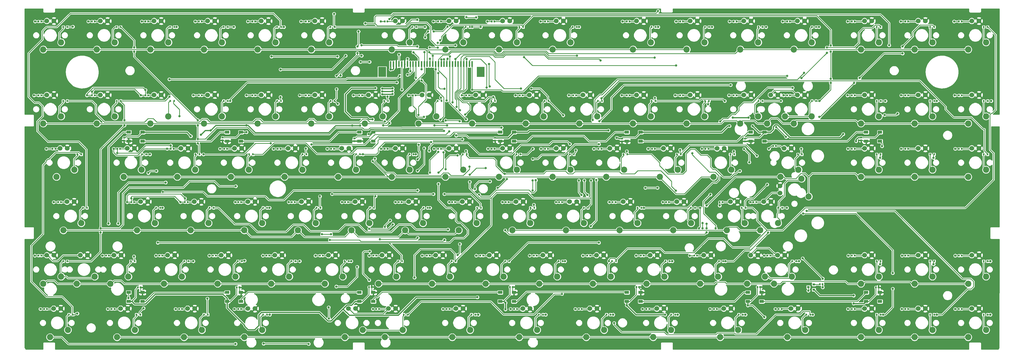
<source format=gbr>
G04 #@! TF.GenerationSoftware,KiCad,Pcbnew,5.1.5-52549c5~84~ubuntu16.04.1*
G04 #@! TF.CreationDate,2020-02-24T16:10:50+06:00*
G04 #@! TF.ProjectId,wasd-kbd80,77617364-2d6b-4626-9438-302e6b696361,rev?*
G04 #@! TF.SameCoordinates,Original*
G04 #@! TF.FileFunction,Copper,L2,Bot*
G04 #@! TF.FilePolarity,Positive*
%FSLAX46Y46*%
G04 Gerber Fmt 4.6, Leading zero omitted, Abs format (unit mm)*
G04 Created by KiCad (PCBNEW 5.1.5-52549c5~84~ubuntu16.04.1) date 2020-02-24 16:10:50*
%MOMM*%
%LPD*%
G04 APERTURE LIST*
%ADD10C,2.200000*%
%ADD11C,1.700000*%
%ADD12R,0.600000X0.700000*%
%ADD13C,0.100000*%
%ADD14R,1.500000X1.000000*%
%ADD15R,0.900000X0.800000*%
%ADD16R,0.610000X2.000000*%
%ADD17R,2.680000X3.600000*%
%ADD18C,0.800000*%
%ADD19C,0.250000*%
%ADD20C,0.400000*%
%ADD21C,0.254000*%
G04 APERTURE END LIST*
D10*
X385800000Y-162300000D03*
X392150000Y-159760000D03*
D11*
X387070000Y-152140000D03*
X389610000Y-152140000D03*
D12*
X65700000Y-109000000D03*
X64300000Y-109000000D03*
G04 #@! TA.AperFunction,SMDPad,CuDef*
D13*
G36*
X74676958Y-106680710D02*
G01*
X74691276Y-106682834D01*
X74705317Y-106686351D01*
X74718946Y-106691228D01*
X74732031Y-106697417D01*
X74744447Y-106704858D01*
X74756073Y-106713481D01*
X74766798Y-106723202D01*
X74776519Y-106733927D01*
X74785142Y-106745553D01*
X74792583Y-106757969D01*
X74798772Y-106771054D01*
X74803649Y-106784683D01*
X74807166Y-106798724D01*
X74809290Y-106813042D01*
X74810000Y-106827500D01*
X74810000Y-107172500D01*
X74809290Y-107186958D01*
X74807166Y-107201276D01*
X74803649Y-107215317D01*
X74798772Y-107228946D01*
X74792583Y-107242031D01*
X74785142Y-107254447D01*
X74776519Y-107266073D01*
X74766798Y-107276798D01*
X74756073Y-107286519D01*
X74744447Y-107295142D01*
X74732031Y-107302583D01*
X74718946Y-107308772D01*
X74705317Y-107313649D01*
X74691276Y-107317166D01*
X74676958Y-107319290D01*
X74662500Y-107320000D01*
X74367500Y-107320000D01*
X74353042Y-107319290D01*
X74338724Y-107317166D01*
X74324683Y-107313649D01*
X74311054Y-107308772D01*
X74297969Y-107302583D01*
X74285553Y-107295142D01*
X74273927Y-107286519D01*
X74263202Y-107276798D01*
X74253481Y-107266073D01*
X74244858Y-107254447D01*
X74237417Y-107242031D01*
X74231228Y-107228946D01*
X74226351Y-107215317D01*
X74222834Y-107201276D01*
X74220710Y-107186958D01*
X74220000Y-107172500D01*
X74220000Y-106827500D01*
X74220710Y-106813042D01*
X74222834Y-106798724D01*
X74226351Y-106784683D01*
X74231228Y-106771054D01*
X74237417Y-106757969D01*
X74244858Y-106745553D01*
X74253481Y-106733927D01*
X74263202Y-106723202D01*
X74273927Y-106713481D01*
X74285553Y-106704858D01*
X74297969Y-106697417D01*
X74311054Y-106691228D01*
X74324683Y-106686351D01*
X74338724Y-106682834D01*
X74353042Y-106680710D01*
X74367500Y-106680000D01*
X74662500Y-106680000D01*
X74676958Y-106680710D01*
G37*
G04 #@! TD.AperFunction*
G04 #@! TA.AperFunction,SMDPad,CuDef*
G36*
X75646958Y-106680710D02*
G01*
X75661276Y-106682834D01*
X75675317Y-106686351D01*
X75688946Y-106691228D01*
X75702031Y-106697417D01*
X75714447Y-106704858D01*
X75726073Y-106713481D01*
X75736798Y-106723202D01*
X75746519Y-106733927D01*
X75755142Y-106745553D01*
X75762583Y-106757969D01*
X75768772Y-106771054D01*
X75773649Y-106784683D01*
X75777166Y-106798724D01*
X75779290Y-106813042D01*
X75780000Y-106827500D01*
X75780000Y-107172500D01*
X75779290Y-107186958D01*
X75777166Y-107201276D01*
X75773649Y-107215317D01*
X75768772Y-107228946D01*
X75762583Y-107242031D01*
X75755142Y-107254447D01*
X75746519Y-107266073D01*
X75736798Y-107276798D01*
X75726073Y-107286519D01*
X75714447Y-107295142D01*
X75702031Y-107302583D01*
X75688946Y-107308772D01*
X75675317Y-107313649D01*
X75661276Y-107317166D01*
X75646958Y-107319290D01*
X75632500Y-107320000D01*
X75337500Y-107320000D01*
X75323042Y-107319290D01*
X75308724Y-107317166D01*
X75294683Y-107313649D01*
X75281054Y-107308772D01*
X75267969Y-107302583D01*
X75255553Y-107295142D01*
X75243927Y-107286519D01*
X75233202Y-107276798D01*
X75223481Y-107266073D01*
X75214858Y-107254447D01*
X75207417Y-107242031D01*
X75201228Y-107228946D01*
X75196351Y-107215317D01*
X75192834Y-107201276D01*
X75190710Y-107186958D01*
X75190000Y-107172500D01*
X75190000Y-106827500D01*
X75190710Y-106813042D01*
X75192834Y-106798724D01*
X75196351Y-106784683D01*
X75201228Y-106771054D01*
X75207417Y-106757969D01*
X75214858Y-106745553D01*
X75223481Y-106733927D01*
X75233202Y-106723202D01*
X75243927Y-106713481D01*
X75255553Y-106704858D01*
X75267969Y-106697417D01*
X75281054Y-106691228D01*
X75294683Y-106686351D01*
X75308724Y-106682834D01*
X75323042Y-106680710D01*
X75337500Y-106680000D01*
X75632500Y-106680000D01*
X75646958Y-106680710D01*
G37*
G04 #@! TD.AperFunction*
G04 #@! TA.AperFunction,SMDPad,CuDef*
G36*
X55676958Y-106680710D02*
G01*
X55691276Y-106682834D01*
X55705317Y-106686351D01*
X55718946Y-106691228D01*
X55732031Y-106697417D01*
X55744447Y-106704858D01*
X55756073Y-106713481D01*
X55766798Y-106723202D01*
X55776519Y-106733927D01*
X55785142Y-106745553D01*
X55792583Y-106757969D01*
X55798772Y-106771054D01*
X55803649Y-106784683D01*
X55807166Y-106798724D01*
X55809290Y-106813042D01*
X55810000Y-106827500D01*
X55810000Y-107172500D01*
X55809290Y-107186958D01*
X55807166Y-107201276D01*
X55803649Y-107215317D01*
X55798772Y-107228946D01*
X55792583Y-107242031D01*
X55785142Y-107254447D01*
X55776519Y-107266073D01*
X55766798Y-107276798D01*
X55756073Y-107286519D01*
X55744447Y-107295142D01*
X55732031Y-107302583D01*
X55718946Y-107308772D01*
X55705317Y-107313649D01*
X55691276Y-107317166D01*
X55676958Y-107319290D01*
X55662500Y-107320000D01*
X55367500Y-107320000D01*
X55353042Y-107319290D01*
X55338724Y-107317166D01*
X55324683Y-107313649D01*
X55311054Y-107308772D01*
X55297969Y-107302583D01*
X55285553Y-107295142D01*
X55273927Y-107286519D01*
X55263202Y-107276798D01*
X55253481Y-107266073D01*
X55244858Y-107254447D01*
X55237417Y-107242031D01*
X55231228Y-107228946D01*
X55226351Y-107215317D01*
X55222834Y-107201276D01*
X55220710Y-107186958D01*
X55220000Y-107172500D01*
X55220000Y-106827500D01*
X55220710Y-106813042D01*
X55222834Y-106798724D01*
X55226351Y-106784683D01*
X55231228Y-106771054D01*
X55237417Y-106757969D01*
X55244858Y-106745553D01*
X55253481Y-106733927D01*
X55263202Y-106723202D01*
X55273927Y-106713481D01*
X55285553Y-106704858D01*
X55297969Y-106697417D01*
X55311054Y-106691228D01*
X55324683Y-106686351D01*
X55338724Y-106682834D01*
X55353042Y-106680710D01*
X55367500Y-106680000D01*
X55662500Y-106680000D01*
X55676958Y-106680710D01*
G37*
G04 #@! TD.AperFunction*
G04 #@! TA.AperFunction,SMDPad,CuDef*
G36*
X56646958Y-106680710D02*
G01*
X56661276Y-106682834D01*
X56675317Y-106686351D01*
X56688946Y-106691228D01*
X56702031Y-106697417D01*
X56714447Y-106704858D01*
X56726073Y-106713481D01*
X56736798Y-106723202D01*
X56746519Y-106733927D01*
X56755142Y-106745553D01*
X56762583Y-106757969D01*
X56768772Y-106771054D01*
X56773649Y-106784683D01*
X56777166Y-106798724D01*
X56779290Y-106813042D01*
X56780000Y-106827500D01*
X56780000Y-107172500D01*
X56779290Y-107186958D01*
X56777166Y-107201276D01*
X56773649Y-107215317D01*
X56768772Y-107228946D01*
X56762583Y-107242031D01*
X56755142Y-107254447D01*
X56746519Y-107266073D01*
X56736798Y-107276798D01*
X56726073Y-107286519D01*
X56714447Y-107295142D01*
X56702031Y-107302583D01*
X56688946Y-107308772D01*
X56675317Y-107313649D01*
X56661276Y-107317166D01*
X56646958Y-107319290D01*
X56632500Y-107320000D01*
X56337500Y-107320000D01*
X56323042Y-107319290D01*
X56308724Y-107317166D01*
X56294683Y-107313649D01*
X56281054Y-107308772D01*
X56267969Y-107302583D01*
X56255553Y-107295142D01*
X56243927Y-107286519D01*
X56233202Y-107276798D01*
X56223481Y-107266073D01*
X56214858Y-107254447D01*
X56207417Y-107242031D01*
X56201228Y-107228946D01*
X56196351Y-107215317D01*
X56192834Y-107201276D01*
X56190710Y-107186958D01*
X56190000Y-107172500D01*
X56190000Y-106827500D01*
X56190710Y-106813042D01*
X56192834Y-106798724D01*
X56196351Y-106784683D01*
X56201228Y-106771054D01*
X56207417Y-106757969D01*
X56214858Y-106745553D01*
X56223481Y-106733927D01*
X56233202Y-106723202D01*
X56243927Y-106713481D01*
X56255553Y-106704858D01*
X56267969Y-106697417D01*
X56281054Y-106691228D01*
X56294683Y-106686351D01*
X56308724Y-106682834D01*
X56323042Y-106680710D01*
X56337500Y-106680000D01*
X56632500Y-106680000D01*
X56646958Y-106680710D01*
G37*
G04 #@! TD.AperFunction*
G04 #@! TA.AperFunction,SMDPad,CuDef*
G36*
X93676958Y-106680710D02*
G01*
X93691276Y-106682834D01*
X93705317Y-106686351D01*
X93718946Y-106691228D01*
X93732031Y-106697417D01*
X93744447Y-106704858D01*
X93756073Y-106713481D01*
X93766798Y-106723202D01*
X93776519Y-106733927D01*
X93785142Y-106745553D01*
X93792583Y-106757969D01*
X93798772Y-106771054D01*
X93803649Y-106784683D01*
X93807166Y-106798724D01*
X93809290Y-106813042D01*
X93810000Y-106827500D01*
X93810000Y-107172500D01*
X93809290Y-107186958D01*
X93807166Y-107201276D01*
X93803649Y-107215317D01*
X93798772Y-107228946D01*
X93792583Y-107242031D01*
X93785142Y-107254447D01*
X93776519Y-107266073D01*
X93766798Y-107276798D01*
X93756073Y-107286519D01*
X93744447Y-107295142D01*
X93732031Y-107302583D01*
X93718946Y-107308772D01*
X93705317Y-107313649D01*
X93691276Y-107317166D01*
X93676958Y-107319290D01*
X93662500Y-107320000D01*
X93367500Y-107320000D01*
X93353042Y-107319290D01*
X93338724Y-107317166D01*
X93324683Y-107313649D01*
X93311054Y-107308772D01*
X93297969Y-107302583D01*
X93285553Y-107295142D01*
X93273927Y-107286519D01*
X93263202Y-107276798D01*
X93253481Y-107266073D01*
X93244858Y-107254447D01*
X93237417Y-107242031D01*
X93231228Y-107228946D01*
X93226351Y-107215317D01*
X93222834Y-107201276D01*
X93220710Y-107186958D01*
X93220000Y-107172500D01*
X93220000Y-106827500D01*
X93220710Y-106813042D01*
X93222834Y-106798724D01*
X93226351Y-106784683D01*
X93231228Y-106771054D01*
X93237417Y-106757969D01*
X93244858Y-106745553D01*
X93253481Y-106733927D01*
X93263202Y-106723202D01*
X93273927Y-106713481D01*
X93285553Y-106704858D01*
X93297969Y-106697417D01*
X93311054Y-106691228D01*
X93324683Y-106686351D01*
X93338724Y-106682834D01*
X93353042Y-106680710D01*
X93367500Y-106680000D01*
X93662500Y-106680000D01*
X93676958Y-106680710D01*
G37*
G04 #@! TD.AperFunction*
G04 #@! TA.AperFunction,SMDPad,CuDef*
G36*
X94646958Y-106680710D02*
G01*
X94661276Y-106682834D01*
X94675317Y-106686351D01*
X94688946Y-106691228D01*
X94702031Y-106697417D01*
X94714447Y-106704858D01*
X94726073Y-106713481D01*
X94736798Y-106723202D01*
X94746519Y-106733927D01*
X94755142Y-106745553D01*
X94762583Y-106757969D01*
X94768772Y-106771054D01*
X94773649Y-106784683D01*
X94777166Y-106798724D01*
X94779290Y-106813042D01*
X94780000Y-106827500D01*
X94780000Y-107172500D01*
X94779290Y-107186958D01*
X94777166Y-107201276D01*
X94773649Y-107215317D01*
X94768772Y-107228946D01*
X94762583Y-107242031D01*
X94755142Y-107254447D01*
X94746519Y-107266073D01*
X94736798Y-107276798D01*
X94726073Y-107286519D01*
X94714447Y-107295142D01*
X94702031Y-107302583D01*
X94688946Y-107308772D01*
X94675317Y-107313649D01*
X94661276Y-107317166D01*
X94646958Y-107319290D01*
X94632500Y-107320000D01*
X94337500Y-107320000D01*
X94323042Y-107319290D01*
X94308724Y-107317166D01*
X94294683Y-107313649D01*
X94281054Y-107308772D01*
X94267969Y-107302583D01*
X94255553Y-107295142D01*
X94243927Y-107286519D01*
X94233202Y-107276798D01*
X94223481Y-107266073D01*
X94214858Y-107254447D01*
X94207417Y-107242031D01*
X94201228Y-107228946D01*
X94196351Y-107215317D01*
X94192834Y-107201276D01*
X94190710Y-107186958D01*
X94190000Y-107172500D01*
X94190000Y-106827500D01*
X94190710Y-106813042D01*
X94192834Y-106798724D01*
X94196351Y-106784683D01*
X94201228Y-106771054D01*
X94207417Y-106757969D01*
X94214858Y-106745553D01*
X94223481Y-106733927D01*
X94233202Y-106723202D01*
X94243927Y-106713481D01*
X94255553Y-106704858D01*
X94267969Y-106697417D01*
X94281054Y-106691228D01*
X94294683Y-106686351D01*
X94308724Y-106682834D01*
X94323042Y-106680710D01*
X94337500Y-106680000D01*
X94632500Y-106680000D01*
X94646958Y-106680710D01*
G37*
G04 #@! TD.AperFunction*
G04 #@! TA.AperFunction,SMDPad,CuDef*
G36*
X112676958Y-106680710D02*
G01*
X112691276Y-106682834D01*
X112705317Y-106686351D01*
X112718946Y-106691228D01*
X112732031Y-106697417D01*
X112744447Y-106704858D01*
X112756073Y-106713481D01*
X112766798Y-106723202D01*
X112776519Y-106733927D01*
X112785142Y-106745553D01*
X112792583Y-106757969D01*
X112798772Y-106771054D01*
X112803649Y-106784683D01*
X112807166Y-106798724D01*
X112809290Y-106813042D01*
X112810000Y-106827500D01*
X112810000Y-107172500D01*
X112809290Y-107186958D01*
X112807166Y-107201276D01*
X112803649Y-107215317D01*
X112798772Y-107228946D01*
X112792583Y-107242031D01*
X112785142Y-107254447D01*
X112776519Y-107266073D01*
X112766798Y-107276798D01*
X112756073Y-107286519D01*
X112744447Y-107295142D01*
X112732031Y-107302583D01*
X112718946Y-107308772D01*
X112705317Y-107313649D01*
X112691276Y-107317166D01*
X112676958Y-107319290D01*
X112662500Y-107320000D01*
X112367500Y-107320000D01*
X112353042Y-107319290D01*
X112338724Y-107317166D01*
X112324683Y-107313649D01*
X112311054Y-107308772D01*
X112297969Y-107302583D01*
X112285553Y-107295142D01*
X112273927Y-107286519D01*
X112263202Y-107276798D01*
X112253481Y-107266073D01*
X112244858Y-107254447D01*
X112237417Y-107242031D01*
X112231228Y-107228946D01*
X112226351Y-107215317D01*
X112222834Y-107201276D01*
X112220710Y-107186958D01*
X112220000Y-107172500D01*
X112220000Y-106827500D01*
X112220710Y-106813042D01*
X112222834Y-106798724D01*
X112226351Y-106784683D01*
X112231228Y-106771054D01*
X112237417Y-106757969D01*
X112244858Y-106745553D01*
X112253481Y-106733927D01*
X112263202Y-106723202D01*
X112273927Y-106713481D01*
X112285553Y-106704858D01*
X112297969Y-106697417D01*
X112311054Y-106691228D01*
X112324683Y-106686351D01*
X112338724Y-106682834D01*
X112353042Y-106680710D01*
X112367500Y-106680000D01*
X112662500Y-106680000D01*
X112676958Y-106680710D01*
G37*
G04 #@! TD.AperFunction*
G04 #@! TA.AperFunction,SMDPad,CuDef*
G36*
X113646958Y-106680710D02*
G01*
X113661276Y-106682834D01*
X113675317Y-106686351D01*
X113688946Y-106691228D01*
X113702031Y-106697417D01*
X113714447Y-106704858D01*
X113726073Y-106713481D01*
X113736798Y-106723202D01*
X113746519Y-106733927D01*
X113755142Y-106745553D01*
X113762583Y-106757969D01*
X113768772Y-106771054D01*
X113773649Y-106784683D01*
X113777166Y-106798724D01*
X113779290Y-106813042D01*
X113780000Y-106827500D01*
X113780000Y-107172500D01*
X113779290Y-107186958D01*
X113777166Y-107201276D01*
X113773649Y-107215317D01*
X113768772Y-107228946D01*
X113762583Y-107242031D01*
X113755142Y-107254447D01*
X113746519Y-107266073D01*
X113736798Y-107276798D01*
X113726073Y-107286519D01*
X113714447Y-107295142D01*
X113702031Y-107302583D01*
X113688946Y-107308772D01*
X113675317Y-107313649D01*
X113661276Y-107317166D01*
X113646958Y-107319290D01*
X113632500Y-107320000D01*
X113337500Y-107320000D01*
X113323042Y-107319290D01*
X113308724Y-107317166D01*
X113294683Y-107313649D01*
X113281054Y-107308772D01*
X113267969Y-107302583D01*
X113255553Y-107295142D01*
X113243927Y-107286519D01*
X113233202Y-107276798D01*
X113223481Y-107266073D01*
X113214858Y-107254447D01*
X113207417Y-107242031D01*
X113201228Y-107228946D01*
X113196351Y-107215317D01*
X113192834Y-107201276D01*
X113190710Y-107186958D01*
X113190000Y-107172500D01*
X113190000Y-106827500D01*
X113190710Y-106813042D01*
X113192834Y-106798724D01*
X113196351Y-106784683D01*
X113201228Y-106771054D01*
X113207417Y-106757969D01*
X113214858Y-106745553D01*
X113223481Y-106733927D01*
X113233202Y-106723202D01*
X113243927Y-106713481D01*
X113255553Y-106704858D01*
X113267969Y-106697417D01*
X113281054Y-106691228D01*
X113294683Y-106686351D01*
X113308724Y-106682834D01*
X113323042Y-106680710D01*
X113337500Y-106680000D01*
X113632500Y-106680000D01*
X113646958Y-106680710D01*
G37*
G04 #@! TD.AperFunction*
G04 #@! TA.AperFunction,SMDPad,CuDef*
G36*
X131676958Y-106680710D02*
G01*
X131691276Y-106682834D01*
X131705317Y-106686351D01*
X131718946Y-106691228D01*
X131732031Y-106697417D01*
X131744447Y-106704858D01*
X131756073Y-106713481D01*
X131766798Y-106723202D01*
X131776519Y-106733927D01*
X131785142Y-106745553D01*
X131792583Y-106757969D01*
X131798772Y-106771054D01*
X131803649Y-106784683D01*
X131807166Y-106798724D01*
X131809290Y-106813042D01*
X131810000Y-106827500D01*
X131810000Y-107172500D01*
X131809290Y-107186958D01*
X131807166Y-107201276D01*
X131803649Y-107215317D01*
X131798772Y-107228946D01*
X131792583Y-107242031D01*
X131785142Y-107254447D01*
X131776519Y-107266073D01*
X131766798Y-107276798D01*
X131756073Y-107286519D01*
X131744447Y-107295142D01*
X131732031Y-107302583D01*
X131718946Y-107308772D01*
X131705317Y-107313649D01*
X131691276Y-107317166D01*
X131676958Y-107319290D01*
X131662500Y-107320000D01*
X131367500Y-107320000D01*
X131353042Y-107319290D01*
X131338724Y-107317166D01*
X131324683Y-107313649D01*
X131311054Y-107308772D01*
X131297969Y-107302583D01*
X131285553Y-107295142D01*
X131273927Y-107286519D01*
X131263202Y-107276798D01*
X131253481Y-107266073D01*
X131244858Y-107254447D01*
X131237417Y-107242031D01*
X131231228Y-107228946D01*
X131226351Y-107215317D01*
X131222834Y-107201276D01*
X131220710Y-107186958D01*
X131220000Y-107172500D01*
X131220000Y-106827500D01*
X131220710Y-106813042D01*
X131222834Y-106798724D01*
X131226351Y-106784683D01*
X131231228Y-106771054D01*
X131237417Y-106757969D01*
X131244858Y-106745553D01*
X131253481Y-106733927D01*
X131263202Y-106723202D01*
X131273927Y-106713481D01*
X131285553Y-106704858D01*
X131297969Y-106697417D01*
X131311054Y-106691228D01*
X131324683Y-106686351D01*
X131338724Y-106682834D01*
X131353042Y-106680710D01*
X131367500Y-106680000D01*
X131662500Y-106680000D01*
X131676958Y-106680710D01*
G37*
G04 #@! TD.AperFunction*
G04 #@! TA.AperFunction,SMDPad,CuDef*
G36*
X132646958Y-106680710D02*
G01*
X132661276Y-106682834D01*
X132675317Y-106686351D01*
X132688946Y-106691228D01*
X132702031Y-106697417D01*
X132714447Y-106704858D01*
X132726073Y-106713481D01*
X132736798Y-106723202D01*
X132746519Y-106733927D01*
X132755142Y-106745553D01*
X132762583Y-106757969D01*
X132768772Y-106771054D01*
X132773649Y-106784683D01*
X132777166Y-106798724D01*
X132779290Y-106813042D01*
X132780000Y-106827500D01*
X132780000Y-107172500D01*
X132779290Y-107186958D01*
X132777166Y-107201276D01*
X132773649Y-107215317D01*
X132768772Y-107228946D01*
X132762583Y-107242031D01*
X132755142Y-107254447D01*
X132746519Y-107266073D01*
X132736798Y-107276798D01*
X132726073Y-107286519D01*
X132714447Y-107295142D01*
X132702031Y-107302583D01*
X132688946Y-107308772D01*
X132675317Y-107313649D01*
X132661276Y-107317166D01*
X132646958Y-107319290D01*
X132632500Y-107320000D01*
X132337500Y-107320000D01*
X132323042Y-107319290D01*
X132308724Y-107317166D01*
X132294683Y-107313649D01*
X132281054Y-107308772D01*
X132267969Y-107302583D01*
X132255553Y-107295142D01*
X132243927Y-107286519D01*
X132233202Y-107276798D01*
X132223481Y-107266073D01*
X132214858Y-107254447D01*
X132207417Y-107242031D01*
X132201228Y-107228946D01*
X132196351Y-107215317D01*
X132192834Y-107201276D01*
X132190710Y-107186958D01*
X132190000Y-107172500D01*
X132190000Y-106827500D01*
X132190710Y-106813042D01*
X132192834Y-106798724D01*
X132196351Y-106784683D01*
X132201228Y-106771054D01*
X132207417Y-106757969D01*
X132214858Y-106745553D01*
X132223481Y-106733927D01*
X132233202Y-106723202D01*
X132243927Y-106713481D01*
X132255553Y-106704858D01*
X132267969Y-106697417D01*
X132281054Y-106691228D01*
X132294683Y-106686351D01*
X132308724Y-106682834D01*
X132323042Y-106680710D01*
X132337500Y-106680000D01*
X132632500Y-106680000D01*
X132646958Y-106680710D01*
G37*
G04 #@! TD.AperFunction*
G04 #@! TA.AperFunction,SMDPad,CuDef*
G36*
X150676958Y-106680710D02*
G01*
X150691276Y-106682834D01*
X150705317Y-106686351D01*
X150718946Y-106691228D01*
X150732031Y-106697417D01*
X150744447Y-106704858D01*
X150756073Y-106713481D01*
X150766798Y-106723202D01*
X150776519Y-106733927D01*
X150785142Y-106745553D01*
X150792583Y-106757969D01*
X150798772Y-106771054D01*
X150803649Y-106784683D01*
X150807166Y-106798724D01*
X150809290Y-106813042D01*
X150810000Y-106827500D01*
X150810000Y-107172500D01*
X150809290Y-107186958D01*
X150807166Y-107201276D01*
X150803649Y-107215317D01*
X150798772Y-107228946D01*
X150792583Y-107242031D01*
X150785142Y-107254447D01*
X150776519Y-107266073D01*
X150766798Y-107276798D01*
X150756073Y-107286519D01*
X150744447Y-107295142D01*
X150732031Y-107302583D01*
X150718946Y-107308772D01*
X150705317Y-107313649D01*
X150691276Y-107317166D01*
X150676958Y-107319290D01*
X150662500Y-107320000D01*
X150367500Y-107320000D01*
X150353042Y-107319290D01*
X150338724Y-107317166D01*
X150324683Y-107313649D01*
X150311054Y-107308772D01*
X150297969Y-107302583D01*
X150285553Y-107295142D01*
X150273927Y-107286519D01*
X150263202Y-107276798D01*
X150253481Y-107266073D01*
X150244858Y-107254447D01*
X150237417Y-107242031D01*
X150231228Y-107228946D01*
X150226351Y-107215317D01*
X150222834Y-107201276D01*
X150220710Y-107186958D01*
X150220000Y-107172500D01*
X150220000Y-106827500D01*
X150220710Y-106813042D01*
X150222834Y-106798724D01*
X150226351Y-106784683D01*
X150231228Y-106771054D01*
X150237417Y-106757969D01*
X150244858Y-106745553D01*
X150253481Y-106733927D01*
X150263202Y-106723202D01*
X150273927Y-106713481D01*
X150285553Y-106704858D01*
X150297969Y-106697417D01*
X150311054Y-106691228D01*
X150324683Y-106686351D01*
X150338724Y-106682834D01*
X150353042Y-106680710D01*
X150367500Y-106680000D01*
X150662500Y-106680000D01*
X150676958Y-106680710D01*
G37*
G04 #@! TD.AperFunction*
G04 #@! TA.AperFunction,SMDPad,CuDef*
G36*
X151646958Y-106680710D02*
G01*
X151661276Y-106682834D01*
X151675317Y-106686351D01*
X151688946Y-106691228D01*
X151702031Y-106697417D01*
X151714447Y-106704858D01*
X151726073Y-106713481D01*
X151736798Y-106723202D01*
X151746519Y-106733927D01*
X151755142Y-106745553D01*
X151762583Y-106757969D01*
X151768772Y-106771054D01*
X151773649Y-106784683D01*
X151777166Y-106798724D01*
X151779290Y-106813042D01*
X151780000Y-106827500D01*
X151780000Y-107172500D01*
X151779290Y-107186958D01*
X151777166Y-107201276D01*
X151773649Y-107215317D01*
X151768772Y-107228946D01*
X151762583Y-107242031D01*
X151755142Y-107254447D01*
X151746519Y-107266073D01*
X151736798Y-107276798D01*
X151726073Y-107286519D01*
X151714447Y-107295142D01*
X151702031Y-107302583D01*
X151688946Y-107308772D01*
X151675317Y-107313649D01*
X151661276Y-107317166D01*
X151646958Y-107319290D01*
X151632500Y-107320000D01*
X151337500Y-107320000D01*
X151323042Y-107319290D01*
X151308724Y-107317166D01*
X151294683Y-107313649D01*
X151281054Y-107308772D01*
X151267969Y-107302583D01*
X151255553Y-107295142D01*
X151243927Y-107286519D01*
X151233202Y-107276798D01*
X151223481Y-107266073D01*
X151214858Y-107254447D01*
X151207417Y-107242031D01*
X151201228Y-107228946D01*
X151196351Y-107215317D01*
X151192834Y-107201276D01*
X151190710Y-107186958D01*
X151190000Y-107172500D01*
X151190000Y-106827500D01*
X151190710Y-106813042D01*
X151192834Y-106798724D01*
X151196351Y-106784683D01*
X151201228Y-106771054D01*
X151207417Y-106757969D01*
X151214858Y-106745553D01*
X151223481Y-106733927D01*
X151233202Y-106723202D01*
X151243927Y-106713481D01*
X151255553Y-106704858D01*
X151267969Y-106697417D01*
X151281054Y-106691228D01*
X151294683Y-106686351D01*
X151308724Y-106682834D01*
X151323042Y-106680710D01*
X151337500Y-106680000D01*
X151632500Y-106680000D01*
X151646958Y-106680710D01*
G37*
G04 #@! TD.AperFunction*
G04 #@! TA.AperFunction,SMDPad,CuDef*
G36*
X178676958Y-106680710D02*
G01*
X178691276Y-106682834D01*
X178705317Y-106686351D01*
X178718946Y-106691228D01*
X178732031Y-106697417D01*
X178744447Y-106704858D01*
X178756073Y-106713481D01*
X178766798Y-106723202D01*
X178776519Y-106733927D01*
X178785142Y-106745553D01*
X178792583Y-106757969D01*
X178798772Y-106771054D01*
X178803649Y-106784683D01*
X178807166Y-106798724D01*
X178809290Y-106813042D01*
X178810000Y-106827500D01*
X178810000Y-107172500D01*
X178809290Y-107186958D01*
X178807166Y-107201276D01*
X178803649Y-107215317D01*
X178798772Y-107228946D01*
X178792583Y-107242031D01*
X178785142Y-107254447D01*
X178776519Y-107266073D01*
X178766798Y-107276798D01*
X178756073Y-107286519D01*
X178744447Y-107295142D01*
X178732031Y-107302583D01*
X178718946Y-107308772D01*
X178705317Y-107313649D01*
X178691276Y-107317166D01*
X178676958Y-107319290D01*
X178662500Y-107320000D01*
X178367500Y-107320000D01*
X178353042Y-107319290D01*
X178338724Y-107317166D01*
X178324683Y-107313649D01*
X178311054Y-107308772D01*
X178297969Y-107302583D01*
X178285553Y-107295142D01*
X178273927Y-107286519D01*
X178263202Y-107276798D01*
X178253481Y-107266073D01*
X178244858Y-107254447D01*
X178237417Y-107242031D01*
X178231228Y-107228946D01*
X178226351Y-107215317D01*
X178222834Y-107201276D01*
X178220710Y-107186958D01*
X178220000Y-107172500D01*
X178220000Y-106827500D01*
X178220710Y-106813042D01*
X178222834Y-106798724D01*
X178226351Y-106784683D01*
X178231228Y-106771054D01*
X178237417Y-106757969D01*
X178244858Y-106745553D01*
X178253481Y-106733927D01*
X178263202Y-106723202D01*
X178273927Y-106713481D01*
X178285553Y-106704858D01*
X178297969Y-106697417D01*
X178311054Y-106691228D01*
X178324683Y-106686351D01*
X178338724Y-106682834D01*
X178353042Y-106680710D01*
X178367500Y-106680000D01*
X178662500Y-106680000D01*
X178676958Y-106680710D01*
G37*
G04 #@! TD.AperFunction*
G04 #@! TA.AperFunction,SMDPad,CuDef*
G36*
X179646958Y-106680710D02*
G01*
X179661276Y-106682834D01*
X179675317Y-106686351D01*
X179688946Y-106691228D01*
X179702031Y-106697417D01*
X179714447Y-106704858D01*
X179726073Y-106713481D01*
X179736798Y-106723202D01*
X179746519Y-106733927D01*
X179755142Y-106745553D01*
X179762583Y-106757969D01*
X179768772Y-106771054D01*
X179773649Y-106784683D01*
X179777166Y-106798724D01*
X179779290Y-106813042D01*
X179780000Y-106827500D01*
X179780000Y-107172500D01*
X179779290Y-107186958D01*
X179777166Y-107201276D01*
X179773649Y-107215317D01*
X179768772Y-107228946D01*
X179762583Y-107242031D01*
X179755142Y-107254447D01*
X179746519Y-107266073D01*
X179736798Y-107276798D01*
X179726073Y-107286519D01*
X179714447Y-107295142D01*
X179702031Y-107302583D01*
X179688946Y-107308772D01*
X179675317Y-107313649D01*
X179661276Y-107317166D01*
X179646958Y-107319290D01*
X179632500Y-107320000D01*
X179337500Y-107320000D01*
X179323042Y-107319290D01*
X179308724Y-107317166D01*
X179294683Y-107313649D01*
X179281054Y-107308772D01*
X179267969Y-107302583D01*
X179255553Y-107295142D01*
X179243927Y-107286519D01*
X179233202Y-107276798D01*
X179223481Y-107266073D01*
X179214858Y-107254447D01*
X179207417Y-107242031D01*
X179201228Y-107228946D01*
X179196351Y-107215317D01*
X179192834Y-107201276D01*
X179190710Y-107186958D01*
X179190000Y-107172500D01*
X179190000Y-106827500D01*
X179190710Y-106813042D01*
X179192834Y-106798724D01*
X179196351Y-106784683D01*
X179201228Y-106771054D01*
X179207417Y-106757969D01*
X179214858Y-106745553D01*
X179223481Y-106733927D01*
X179233202Y-106723202D01*
X179243927Y-106713481D01*
X179255553Y-106704858D01*
X179267969Y-106697417D01*
X179281054Y-106691228D01*
X179294683Y-106686351D01*
X179308724Y-106682834D01*
X179323042Y-106680710D01*
X179337500Y-106680000D01*
X179632500Y-106680000D01*
X179646958Y-106680710D01*
G37*
G04 #@! TD.AperFunction*
G04 #@! TA.AperFunction,SMDPad,CuDef*
G36*
X197676958Y-106680710D02*
G01*
X197691276Y-106682834D01*
X197705317Y-106686351D01*
X197718946Y-106691228D01*
X197732031Y-106697417D01*
X197744447Y-106704858D01*
X197756073Y-106713481D01*
X197766798Y-106723202D01*
X197776519Y-106733927D01*
X197785142Y-106745553D01*
X197792583Y-106757969D01*
X197798772Y-106771054D01*
X197803649Y-106784683D01*
X197807166Y-106798724D01*
X197809290Y-106813042D01*
X197810000Y-106827500D01*
X197810000Y-107172500D01*
X197809290Y-107186958D01*
X197807166Y-107201276D01*
X197803649Y-107215317D01*
X197798772Y-107228946D01*
X197792583Y-107242031D01*
X197785142Y-107254447D01*
X197776519Y-107266073D01*
X197766798Y-107276798D01*
X197756073Y-107286519D01*
X197744447Y-107295142D01*
X197732031Y-107302583D01*
X197718946Y-107308772D01*
X197705317Y-107313649D01*
X197691276Y-107317166D01*
X197676958Y-107319290D01*
X197662500Y-107320000D01*
X197367500Y-107320000D01*
X197353042Y-107319290D01*
X197338724Y-107317166D01*
X197324683Y-107313649D01*
X197311054Y-107308772D01*
X197297969Y-107302583D01*
X197285553Y-107295142D01*
X197273927Y-107286519D01*
X197263202Y-107276798D01*
X197253481Y-107266073D01*
X197244858Y-107254447D01*
X197237417Y-107242031D01*
X197231228Y-107228946D01*
X197226351Y-107215317D01*
X197222834Y-107201276D01*
X197220710Y-107186958D01*
X197220000Y-107172500D01*
X197220000Y-106827500D01*
X197220710Y-106813042D01*
X197222834Y-106798724D01*
X197226351Y-106784683D01*
X197231228Y-106771054D01*
X197237417Y-106757969D01*
X197244858Y-106745553D01*
X197253481Y-106733927D01*
X197263202Y-106723202D01*
X197273927Y-106713481D01*
X197285553Y-106704858D01*
X197297969Y-106697417D01*
X197311054Y-106691228D01*
X197324683Y-106686351D01*
X197338724Y-106682834D01*
X197353042Y-106680710D01*
X197367500Y-106680000D01*
X197662500Y-106680000D01*
X197676958Y-106680710D01*
G37*
G04 #@! TD.AperFunction*
G04 #@! TA.AperFunction,SMDPad,CuDef*
G36*
X198646958Y-106680710D02*
G01*
X198661276Y-106682834D01*
X198675317Y-106686351D01*
X198688946Y-106691228D01*
X198702031Y-106697417D01*
X198714447Y-106704858D01*
X198726073Y-106713481D01*
X198736798Y-106723202D01*
X198746519Y-106733927D01*
X198755142Y-106745553D01*
X198762583Y-106757969D01*
X198768772Y-106771054D01*
X198773649Y-106784683D01*
X198777166Y-106798724D01*
X198779290Y-106813042D01*
X198780000Y-106827500D01*
X198780000Y-107172500D01*
X198779290Y-107186958D01*
X198777166Y-107201276D01*
X198773649Y-107215317D01*
X198768772Y-107228946D01*
X198762583Y-107242031D01*
X198755142Y-107254447D01*
X198746519Y-107266073D01*
X198736798Y-107276798D01*
X198726073Y-107286519D01*
X198714447Y-107295142D01*
X198702031Y-107302583D01*
X198688946Y-107308772D01*
X198675317Y-107313649D01*
X198661276Y-107317166D01*
X198646958Y-107319290D01*
X198632500Y-107320000D01*
X198337500Y-107320000D01*
X198323042Y-107319290D01*
X198308724Y-107317166D01*
X198294683Y-107313649D01*
X198281054Y-107308772D01*
X198267969Y-107302583D01*
X198255553Y-107295142D01*
X198243927Y-107286519D01*
X198233202Y-107276798D01*
X198223481Y-107266073D01*
X198214858Y-107254447D01*
X198207417Y-107242031D01*
X198201228Y-107228946D01*
X198196351Y-107215317D01*
X198192834Y-107201276D01*
X198190710Y-107186958D01*
X198190000Y-107172500D01*
X198190000Y-106827500D01*
X198190710Y-106813042D01*
X198192834Y-106798724D01*
X198196351Y-106784683D01*
X198201228Y-106771054D01*
X198207417Y-106757969D01*
X198214858Y-106745553D01*
X198223481Y-106733927D01*
X198233202Y-106723202D01*
X198243927Y-106713481D01*
X198255553Y-106704858D01*
X198267969Y-106697417D01*
X198281054Y-106691228D01*
X198294683Y-106686351D01*
X198308724Y-106682834D01*
X198323042Y-106680710D01*
X198337500Y-106680000D01*
X198632500Y-106680000D01*
X198646958Y-106680710D01*
G37*
G04 #@! TD.AperFunction*
G04 #@! TA.AperFunction,SMDPad,CuDef*
G36*
X216676958Y-106680710D02*
G01*
X216691276Y-106682834D01*
X216705317Y-106686351D01*
X216718946Y-106691228D01*
X216732031Y-106697417D01*
X216744447Y-106704858D01*
X216756073Y-106713481D01*
X216766798Y-106723202D01*
X216776519Y-106733927D01*
X216785142Y-106745553D01*
X216792583Y-106757969D01*
X216798772Y-106771054D01*
X216803649Y-106784683D01*
X216807166Y-106798724D01*
X216809290Y-106813042D01*
X216810000Y-106827500D01*
X216810000Y-107172500D01*
X216809290Y-107186958D01*
X216807166Y-107201276D01*
X216803649Y-107215317D01*
X216798772Y-107228946D01*
X216792583Y-107242031D01*
X216785142Y-107254447D01*
X216776519Y-107266073D01*
X216766798Y-107276798D01*
X216756073Y-107286519D01*
X216744447Y-107295142D01*
X216732031Y-107302583D01*
X216718946Y-107308772D01*
X216705317Y-107313649D01*
X216691276Y-107317166D01*
X216676958Y-107319290D01*
X216662500Y-107320000D01*
X216367500Y-107320000D01*
X216353042Y-107319290D01*
X216338724Y-107317166D01*
X216324683Y-107313649D01*
X216311054Y-107308772D01*
X216297969Y-107302583D01*
X216285553Y-107295142D01*
X216273927Y-107286519D01*
X216263202Y-107276798D01*
X216253481Y-107266073D01*
X216244858Y-107254447D01*
X216237417Y-107242031D01*
X216231228Y-107228946D01*
X216226351Y-107215317D01*
X216222834Y-107201276D01*
X216220710Y-107186958D01*
X216220000Y-107172500D01*
X216220000Y-106827500D01*
X216220710Y-106813042D01*
X216222834Y-106798724D01*
X216226351Y-106784683D01*
X216231228Y-106771054D01*
X216237417Y-106757969D01*
X216244858Y-106745553D01*
X216253481Y-106733927D01*
X216263202Y-106723202D01*
X216273927Y-106713481D01*
X216285553Y-106704858D01*
X216297969Y-106697417D01*
X216311054Y-106691228D01*
X216324683Y-106686351D01*
X216338724Y-106682834D01*
X216353042Y-106680710D01*
X216367500Y-106680000D01*
X216662500Y-106680000D01*
X216676958Y-106680710D01*
G37*
G04 #@! TD.AperFunction*
G04 #@! TA.AperFunction,SMDPad,CuDef*
G36*
X217646958Y-106680710D02*
G01*
X217661276Y-106682834D01*
X217675317Y-106686351D01*
X217688946Y-106691228D01*
X217702031Y-106697417D01*
X217714447Y-106704858D01*
X217726073Y-106713481D01*
X217736798Y-106723202D01*
X217746519Y-106733927D01*
X217755142Y-106745553D01*
X217762583Y-106757969D01*
X217768772Y-106771054D01*
X217773649Y-106784683D01*
X217777166Y-106798724D01*
X217779290Y-106813042D01*
X217780000Y-106827500D01*
X217780000Y-107172500D01*
X217779290Y-107186958D01*
X217777166Y-107201276D01*
X217773649Y-107215317D01*
X217768772Y-107228946D01*
X217762583Y-107242031D01*
X217755142Y-107254447D01*
X217746519Y-107266073D01*
X217736798Y-107276798D01*
X217726073Y-107286519D01*
X217714447Y-107295142D01*
X217702031Y-107302583D01*
X217688946Y-107308772D01*
X217675317Y-107313649D01*
X217661276Y-107317166D01*
X217646958Y-107319290D01*
X217632500Y-107320000D01*
X217337500Y-107320000D01*
X217323042Y-107319290D01*
X217308724Y-107317166D01*
X217294683Y-107313649D01*
X217281054Y-107308772D01*
X217267969Y-107302583D01*
X217255553Y-107295142D01*
X217243927Y-107286519D01*
X217233202Y-107276798D01*
X217223481Y-107266073D01*
X217214858Y-107254447D01*
X217207417Y-107242031D01*
X217201228Y-107228946D01*
X217196351Y-107215317D01*
X217192834Y-107201276D01*
X217190710Y-107186958D01*
X217190000Y-107172500D01*
X217190000Y-106827500D01*
X217190710Y-106813042D01*
X217192834Y-106798724D01*
X217196351Y-106784683D01*
X217201228Y-106771054D01*
X217207417Y-106757969D01*
X217214858Y-106745553D01*
X217223481Y-106733927D01*
X217233202Y-106723202D01*
X217243927Y-106713481D01*
X217255553Y-106704858D01*
X217267969Y-106697417D01*
X217281054Y-106691228D01*
X217294683Y-106686351D01*
X217308724Y-106682834D01*
X217323042Y-106680710D01*
X217337500Y-106680000D01*
X217632500Y-106680000D01*
X217646958Y-106680710D01*
G37*
G04 #@! TD.AperFunction*
G04 #@! TA.AperFunction,SMDPad,CuDef*
G36*
X236646958Y-106680710D02*
G01*
X236661276Y-106682834D01*
X236675317Y-106686351D01*
X236688946Y-106691228D01*
X236702031Y-106697417D01*
X236714447Y-106704858D01*
X236726073Y-106713481D01*
X236736798Y-106723202D01*
X236746519Y-106733927D01*
X236755142Y-106745553D01*
X236762583Y-106757969D01*
X236768772Y-106771054D01*
X236773649Y-106784683D01*
X236777166Y-106798724D01*
X236779290Y-106813042D01*
X236780000Y-106827500D01*
X236780000Y-107172500D01*
X236779290Y-107186958D01*
X236777166Y-107201276D01*
X236773649Y-107215317D01*
X236768772Y-107228946D01*
X236762583Y-107242031D01*
X236755142Y-107254447D01*
X236746519Y-107266073D01*
X236736798Y-107276798D01*
X236726073Y-107286519D01*
X236714447Y-107295142D01*
X236702031Y-107302583D01*
X236688946Y-107308772D01*
X236675317Y-107313649D01*
X236661276Y-107317166D01*
X236646958Y-107319290D01*
X236632500Y-107320000D01*
X236337500Y-107320000D01*
X236323042Y-107319290D01*
X236308724Y-107317166D01*
X236294683Y-107313649D01*
X236281054Y-107308772D01*
X236267969Y-107302583D01*
X236255553Y-107295142D01*
X236243927Y-107286519D01*
X236233202Y-107276798D01*
X236223481Y-107266073D01*
X236214858Y-107254447D01*
X236207417Y-107242031D01*
X236201228Y-107228946D01*
X236196351Y-107215317D01*
X236192834Y-107201276D01*
X236190710Y-107186958D01*
X236190000Y-107172500D01*
X236190000Y-106827500D01*
X236190710Y-106813042D01*
X236192834Y-106798724D01*
X236196351Y-106784683D01*
X236201228Y-106771054D01*
X236207417Y-106757969D01*
X236214858Y-106745553D01*
X236223481Y-106733927D01*
X236233202Y-106723202D01*
X236243927Y-106713481D01*
X236255553Y-106704858D01*
X236267969Y-106697417D01*
X236281054Y-106691228D01*
X236294683Y-106686351D01*
X236308724Y-106682834D01*
X236323042Y-106680710D01*
X236337500Y-106680000D01*
X236632500Y-106680000D01*
X236646958Y-106680710D01*
G37*
G04 #@! TD.AperFunction*
G04 #@! TA.AperFunction,SMDPad,CuDef*
G36*
X235676958Y-106680710D02*
G01*
X235691276Y-106682834D01*
X235705317Y-106686351D01*
X235718946Y-106691228D01*
X235732031Y-106697417D01*
X235744447Y-106704858D01*
X235756073Y-106713481D01*
X235766798Y-106723202D01*
X235776519Y-106733927D01*
X235785142Y-106745553D01*
X235792583Y-106757969D01*
X235798772Y-106771054D01*
X235803649Y-106784683D01*
X235807166Y-106798724D01*
X235809290Y-106813042D01*
X235810000Y-106827500D01*
X235810000Y-107172500D01*
X235809290Y-107186958D01*
X235807166Y-107201276D01*
X235803649Y-107215317D01*
X235798772Y-107228946D01*
X235792583Y-107242031D01*
X235785142Y-107254447D01*
X235776519Y-107266073D01*
X235766798Y-107276798D01*
X235756073Y-107286519D01*
X235744447Y-107295142D01*
X235732031Y-107302583D01*
X235718946Y-107308772D01*
X235705317Y-107313649D01*
X235691276Y-107317166D01*
X235676958Y-107319290D01*
X235662500Y-107320000D01*
X235367500Y-107320000D01*
X235353042Y-107319290D01*
X235338724Y-107317166D01*
X235324683Y-107313649D01*
X235311054Y-107308772D01*
X235297969Y-107302583D01*
X235285553Y-107295142D01*
X235273927Y-107286519D01*
X235263202Y-107276798D01*
X235253481Y-107266073D01*
X235244858Y-107254447D01*
X235237417Y-107242031D01*
X235231228Y-107228946D01*
X235226351Y-107215317D01*
X235222834Y-107201276D01*
X235220710Y-107186958D01*
X235220000Y-107172500D01*
X235220000Y-106827500D01*
X235220710Y-106813042D01*
X235222834Y-106798724D01*
X235226351Y-106784683D01*
X235231228Y-106771054D01*
X235237417Y-106757969D01*
X235244858Y-106745553D01*
X235253481Y-106733927D01*
X235263202Y-106723202D01*
X235273927Y-106713481D01*
X235285553Y-106704858D01*
X235297969Y-106697417D01*
X235311054Y-106691228D01*
X235324683Y-106686351D01*
X235338724Y-106682834D01*
X235353042Y-106680710D01*
X235367500Y-106680000D01*
X235662500Y-106680000D01*
X235676958Y-106680710D01*
G37*
G04 #@! TD.AperFunction*
G04 #@! TA.AperFunction,SMDPad,CuDef*
G36*
X265646958Y-106680710D02*
G01*
X265661276Y-106682834D01*
X265675317Y-106686351D01*
X265688946Y-106691228D01*
X265702031Y-106697417D01*
X265714447Y-106704858D01*
X265726073Y-106713481D01*
X265736798Y-106723202D01*
X265746519Y-106733927D01*
X265755142Y-106745553D01*
X265762583Y-106757969D01*
X265768772Y-106771054D01*
X265773649Y-106784683D01*
X265777166Y-106798724D01*
X265779290Y-106813042D01*
X265780000Y-106827500D01*
X265780000Y-107172500D01*
X265779290Y-107186958D01*
X265777166Y-107201276D01*
X265773649Y-107215317D01*
X265768772Y-107228946D01*
X265762583Y-107242031D01*
X265755142Y-107254447D01*
X265746519Y-107266073D01*
X265736798Y-107276798D01*
X265726073Y-107286519D01*
X265714447Y-107295142D01*
X265702031Y-107302583D01*
X265688946Y-107308772D01*
X265675317Y-107313649D01*
X265661276Y-107317166D01*
X265646958Y-107319290D01*
X265632500Y-107320000D01*
X265337500Y-107320000D01*
X265323042Y-107319290D01*
X265308724Y-107317166D01*
X265294683Y-107313649D01*
X265281054Y-107308772D01*
X265267969Y-107302583D01*
X265255553Y-107295142D01*
X265243927Y-107286519D01*
X265233202Y-107276798D01*
X265223481Y-107266073D01*
X265214858Y-107254447D01*
X265207417Y-107242031D01*
X265201228Y-107228946D01*
X265196351Y-107215317D01*
X265192834Y-107201276D01*
X265190710Y-107186958D01*
X265190000Y-107172500D01*
X265190000Y-106827500D01*
X265190710Y-106813042D01*
X265192834Y-106798724D01*
X265196351Y-106784683D01*
X265201228Y-106771054D01*
X265207417Y-106757969D01*
X265214858Y-106745553D01*
X265223481Y-106733927D01*
X265233202Y-106723202D01*
X265243927Y-106713481D01*
X265255553Y-106704858D01*
X265267969Y-106697417D01*
X265281054Y-106691228D01*
X265294683Y-106686351D01*
X265308724Y-106682834D01*
X265323042Y-106680710D01*
X265337500Y-106680000D01*
X265632500Y-106680000D01*
X265646958Y-106680710D01*
G37*
G04 #@! TD.AperFunction*
G04 #@! TA.AperFunction,SMDPad,CuDef*
G36*
X264676958Y-106680710D02*
G01*
X264691276Y-106682834D01*
X264705317Y-106686351D01*
X264718946Y-106691228D01*
X264732031Y-106697417D01*
X264744447Y-106704858D01*
X264756073Y-106713481D01*
X264766798Y-106723202D01*
X264776519Y-106733927D01*
X264785142Y-106745553D01*
X264792583Y-106757969D01*
X264798772Y-106771054D01*
X264803649Y-106784683D01*
X264807166Y-106798724D01*
X264809290Y-106813042D01*
X264810000Y-106827500D01*
X264810000Y-107172500D01*
X264809290Y-107186958D01*
X264807166Y-107201276D01*
X264803649Y-107215317D01*
X264798772Y-107228946D01*
X264792583Y-107242031D01*
X264785142Y-107254447D01*
X264776519Y-107266073D01*
X264766798Y-107276798D01*
X264756073Y-107286519D01*
X264744447Y-107295142D01*
X264732031Y-107302583D01*
X264718946Y-107308772D01*
X264705317Y-107313649D01*
X264691276Y-107317166D01*
X264676958Y-107319290D01*
X264662500Y-107320000D01*
X264367500Y-107320000D01*
X264353042Y-107319290D01*
X264338724Y-107317166D01*
X264324683Y-107313649D01*
X264311054Y-107308772D01*
X264297969Y-107302583D01*
X264285553Y-107295142D01*
X264273927Y-107286519D01*
X264263202Y-107276798D01*
X264253481Y-107266073D01*
X264244858Y-107254447D01*
X264237417Y-107242031D01*
X264231228Y-107228946D01*
X264226351Y-107215317D01*
X264222834Y-107201276D01*
X264220710Y-107186958D01*
X264220000Y-107172500D01*
X264220000Y-106827500D01*
X264220710Y-106813042D01*
X264222834Y-106798724D01*
X264226351Y-106784683D01*
X264231228Y-106771054D01*
X264237417Y-106757969D01*
X264244858Y-106745553D01*
X264253481Y-106733927D01*
X264263202Y-106723202D01*
X264273927Y-106713481D01*
X264285553Y-106704858D01*
X264297969Y-106697417D01*
X264311054Y-106691228D01*
X264324683Y-106686351D01*
X264338724Y-106682834D01*
X264353042Y-106680710D01*
X264367500Y-106680000D01*
X264662500Y-106680000D01*
X264676958Y-106680710D01*
G37*
G04 #@! TD.AperFunction*
G04 #@! TA.AperFunction,SMDPad,CuDef*
G36*
X284646958Y-106680710D02*
G01*
X284661276Y-106682834D01*
X284675317Y-106686351D01*
X284688946Y-106691228D01*
X284702031Y-106697417D01*
X284714447Y-106704858D01*
X284726073Y-106713481D01*
X284736798Y-106723202D01*
X284746519Y-106733927D01*
X284755142Y-106745553D01*
X284762583Y-106757969D01*
X284768772Y-106771054D01*
X284773649Y-106784683D01*
X284777166Y-106798724D01*
X284779290Y-106813042D01*
X284780000Y-106827500D01*
X284780000Y-107172500D01*
X284779290Y-107186958D01*
X284777166Y-107201276D01*
X284773649Y-107215317D01*
X284768772Y-107228946D01*
X284762583Y-107242031D01*
X284755142Y-107254447D01*
X284746519Y-107266073D01*
X284736798Y-107276798D01*
X284726073Y-107286519D01*
X284714447Y-107295142D01*
X284702031Y-107302583D01*
X284688946Y-107308772D01*
X284675317Y-107313649D01*
X284661276Y-107317166D01*
X284646958Y-107319290D01*
X284632500Y-107320000D01*
X284337500Y-107320000D01*
X284323042Y-107319290D01*
X284308724Y-107317166D01*
X284294683Y-107313649D01*
X284281054Y-107308772D01*
X284267969Y-107302583D01*
X284255553Y-107295142D01*
X284243927Y-107286519D01*
X284233202Y-107276798D01*
X284223481Y-107266073D01*
X284214858Y-107254447D01*
X284207417Y-107242031D01*
X284201228Y-107228946D01*
X284196351Y-107215317D01*
X284192834Y-107201276D01*
X284190710Y-107186958D01*
X284190000Y-107172500D01*
X284190000Y-106827500D01*
X284190710Y-106813042D01*
X284192834Y-106798724D01*
X284196351Y-106784683D01*
X284201228Y-106771054D01*
X284207417Y-106757969D01*
X284214858Y-106745553D01*
X284223481Y-106733927D01*
X284233202Y-106723202D01*
X284243927Y-106713481D01*
X284255553Y-106704858D01*
X284267969Y-106697417D01*
X284281054Y-106691228D01*
X284294683Y-106686351D01*
X284308724Y-106682834D01*
X284323042Y-106680710D01*
X284337500Y-106680000D01*
X284632500Y-106680000D01*
X284646958Y-106680710D01*
G37*
G04 #@! TD.AperFunction*
G04 #@! TA.AperFunction,SMDPad,CuDef*
G36*
X283676958Y-106680710D02*
G01*
X283691276Y-106682834D01*
X283705317Y-106686351D01*
X283718946Y-106691228D01*
X283732031Y-106697417D01*
X283744447Y-106704858D01*
X283756073Y-106713481D01*
X283766798Y-106723202D01*
X283776519Y-106733927D01*
X283785142Y-106745553D01*
X283792583Y-106757969D01*
X283798772Y-106771054D01*
X283803649Y-106784683D01*
X283807166Y-106798724D01*
X283809290Y-106813042D01*
X283810000Y-106827500D01*
X283810000Y-107172500D01*
X283809290Y-107186958D01*
X283807166Y-107201276D01*
X283803649Y-107215317D01*
X283798772Y-107228946D01*
X283792583Y-107242031D01*
X283785142Y-107254447D01*
X283776519Y-107266073D01*
X283766798Y-107276798D01*
X283756073Y-107286519D01*
X283744447Y-107295142D01*
X283732031Y-107302583D01*
X283718946Y-107308772D01*
X283705317Y-107313649D01*
X283691276Y-107317166D01*
X283676958Y-107319290D01*
X283662500Y-107320000D01*
X283367500Y-107320000D01*
X283353042Y-107319290D01*
X283338724Y-107317166D01*
X283324683Y-107313649D01*
X283311054Y-107308772D01*
X283297969Y-107302583D01*
X283285553Y-107295142D01*
X283273927Y-107286519D01*
X283263202Y-107276798D01*
X283253481Y-107266073D01*
X283244858Y-107254447D01*
X283237417Y-107242031D01*
X283231228Y-107228946D01*
X283226351Y-107215317D01*
X283222834Y-107201276D01*
X283220710Y-107186958D01*
X283220000Y-107172500D01*
X283220000Y-106827500D01*
X283220710Y-106813042D01*
X283222834Y-106798724D01*
X283226351Y-106784683D01*
X283231228Y-106771054D01*
X283237417Y-106757969D01*
X283244858Y-106745553D01*
X283253481Y-106733927D01*
X283263202Y-106723202D01*
X283273927Y-106713481D01*
X283285553Y-106704858D01*
X283297969Y-106697417D01*
X283311054Y-106691228D01*
X283324683Y-106686351D01*
X283338724Y-106682834D01*
X283353042Y-106680710D01*
X283367500Y-106680000D01*
X283662500Y-106680000D01*
X283676958Y-106680710D01*
G37*
G04 #@! TD.AperFunction*
G04 #@! TA.AperFunction,SMDPad,CuDef*
G36*
X303646958Y-106680710D02*
G01*
X303661276Y-106682834D01*
X303675317Y-106686351D01*
X303688946Y-106691228D01*
X303702031Y-106697417D01*
X303714447Y-106704858D01*
X303726073Y-106713481D01*
X303736798Y-106723202D01*
X303746519Y-106733927D01*
X303755142Y-106745553D01*
X303762583Y-106757969D01*
X303768772Y-106771054D01*
X303773649Y-106784683D01*
X303777166Y-106798724D01*
X303779290Y-106813042D01*
X303780000Y-106827500D01*
X303780000Y-107172500D01*
X303779290Y-107186958D01*
X303777166Y-107201276D01*
X303773649Y-107215317D01*
X303768772Y-107228946D01*
X303762583Y-107242031D01*
X303755142Y-107254447D01*
X303746519Y-107266073D01*
X303736798Y-107276798D01*
X303726073Y-107286519D01*
X303714447Y-107295142D01*
X303702031Y-107302583D01*
X303688946Y-107308772D01*
X303675317Y-107313649D01*
X303661276Y-107317166D01*
X303646958Y-107319290D01*
X303632500Y-107320000D01*
X303337500Y-107320000D01*
X303323042Y-107319290D01*
X303308724Y-107317166D01*
X303294683Y-107313649D01*
X303281054Y-107308772D01*
X303267969Y-107302583D01*
X303255553Y-107295142D01*
X303243927Y-107286519D01*
X303233202Y-107276798D01*
X303223481Y-107266073D01*
X303214858Y-107254447D01*
X303207417Y-107242031D01*
X303201228Y-107228946D01*
X303196351Y-107215317D01*
X303192834Y-107201276D01*
X303190710Y-107186958D01*
X303190000Y-107172500D01*
X303190000Y-106827500D01*
X303190710Y-106813042D01*
X303192834Y-106798724D01*
X303196351Y-106784683D01*
X303201228Y-106771054D01*
X303207417Y-106757969D01*
X303214858Y-106745553D01*
X303223481Y-106733927D01*
X303233202Y-106723202D01*
X303243927Y-106713481D01*
X303255553Y-106704858D01*
X303267969Y-106697417D01*
X303281054Y-106691228D01*
X303294683Y-106686351D01*
X303308724Y-106682834D01*
X303323042Y-106680710D01*
X303337500Y-106680000D01*
X303632500Y-106680000D01*
X303646958Y-106680710D01*
G37*
G04 #@! TD.AperFunction*
G04 #@! TA.AperFunction,SMDPad,CuDef*
G36*
X302676958Y-106680710D02*
G01*
X302691276Y-106682834D01*
X302705317Y-106686351D01*
X302718946Y-106691228D01*
X302732031Y-106697417D01*
X302744447Y-106704858D01*
X302756073Y-106713481D01*
X302766798Y-106723202D01*
X302776519Y-106733927D01*
X302785142Y-106745553D01*
X302792583Y-106757969D01*
X302798772Y-106771054D01*
X302803649Y-106784683D01*
X302807166Y-106798724D01*
X302809290Y-106813042D01*
X302810000Y-106827500D01*
X302810000Y-107172500D01*
X302809290Y-107186958D01*
X302807166Y-107201276D01*
X302803649Y-107215317D01*
X302798772Y-107228946D01*
X302792583Y-107242031D01*
X302785142Y-107254447D01*
X302776519Y-107266073D01*
X302766798Y-107276798D01*
X302756073Y-107286519D01*
X302744447Y-107295142D01*
X302732031Y-107302583D01*
X302718946Y-107308772D01*
X302705317Y-107313649D01*
X302691276Y-107317166D01*
X302676958Y-107319290D01*
X302662500Y-107320000D01*
X302367500Y-107320000D01*
X302353042Y-107319290D01*
X302338724Y-107317166D01*
X302324683Y-107313649D01*
X302311054Y-107308772D01*
X302297969Y-107302583D01*
X302285553Y-107295142D01*
X302273927Y-107286519D01*
X302263202Y-107276798D01*
X302253481Y-107266073D01*
X302244858Y-107254447D01*
X302237417Y-107242031D01*
X302231228Y-107228946D01*
X302226351Y-107215317D01*
X302222834Y-107201276D01*
X302220710Y-107186958D01*
X302220000Y-107172500D01*
X302220000Y-106827500D01*
X302220710Y-106813042D01*
X302222834Y-106798724D01*
X302226351Y-106784683D01*
X302231228Y-106771054D01*
X302237417Y-106757969D01*
X302244858Y-106745553D01*
X302253481Y-106733927D01*
X302263202Y-106723202D01*
X302273927Y-106713481D01*
X302285553Y-106704858D01*
X302297969Y-106697417D01*
X302311054Y-106691228D01*
X302324683Y-106686351D01*
X302338724Y-106682834D01*
X302353042Y-106680710D01*
X302367500Y-106680000D01*
X302662500Y-106680000D01*
X302676958Y-106680710D01*
G37*
G04 #@! TD.AperFunction*
G04 #@! TA.AperFunction,SMDPad,CuDef*
G36*
X322646958Y-106680710D02*
G01*
X322661276Y-106682834D01*
X322675317Y-106686351D01*
X322688946Y-106691228D01*
X322702031Y-106697417D01*
X322714447Y-106704858D01*
X322726073Y-106713481D01*
X322736798Y-106723202D01*
X322746519Y-106733927D01*
X322755142Y-106745553D01*
X322762583Y-106757969D01*
X322768772Y-106771054D01*
X322773649Y-106784683D01*
X322777166Y-106798724D01*
X322779290Y-106813042D01*
X322780000Y-106827500D01*
X322780000Y-107172500D01*
X322779290Y-107186958D01*
X322777166Y-107201276D01*
X322773649Y-107215317D01*
X322768772Y-107228946D01*
X322762583Y-107242031D01*
X322755142Y-107254447D01*
X322746519Y-107266073D01*
X322736798Y-107276798D01*
X322726073Y-107286519D01*
X322714447Y-107295142D01*
X322702031Y-107302583D01*
X322688946Y-107308772D01*
X322675317Y-107313649D01*
X322661276Y-107317166D01*
X322646958Y-107319290D01*
X322632500Y-107320000D01*
X322337500Y-107320000D01*
X322323042Y-107319290D01*
X322308724Y-107317166D01*
X322294683Y-107313649D01*
X322281054Y-107308772D01*
X322267969Y-107302583D01*
X322255553Y-107295142D01*
X322243927Y-107286519D01*
X322233202Y-107276798D01*
X322223481Y-107266073D01*
X322214858Y-107254447D01*
X322207417Y-107242031D01*
X322201228Y-107228946D01*
X322196351Y-107215317D01*
X322192834Y-107201276D01*
X322190710Y-107186958D01*
X322190000Y-107172500D01*
X322190000Y-106827500D01*
X322190710Y-106813042D01*
X322192834Y-106798724D01*
X322196351Y-106784683D01*
X322201228Y-106771054D01*
X322207417Y-106757969D01*
X322214858Y-106745553D01*
X322223481Y-106733927D01*
X322233202Y-106723202D01*
X322243927Y-106713481D01*
X322255553Y-106704858D01*
X322267969Y-106697417D01*
X322281054Y-106691228D01*
X322294683Y-106686351D01*
X322308724Y-106682834D01*
X322323042Y-106680710D01*
X322337500Y-106680000D01*
X322632500Y-106680000D01*
X322646958Y-106680710D01*
G37*
G04 #@! TD.AperFunction*
G04 #@! TA.AperFunction,SMDPad,CuDef*
G36*
X321676958Y-106680710D02*
G01*
X321691276Y-106682834D01*
X321705317Y-106686351D01*
X321718946Y-106691228D01*
X321732031Y-106697417D01*
X321744447Y-106704858D01*
X321756073Y-106713481D01*
X321766798Y-106723202D01*
X321776519Y-106733927D01*
X321785142Y-106745553D01*
X321792583Y-106757969D01*
X321798772Y-106771054D01*
X321803649Y-106784683D01*
X321807166Y-106798724D01*
X321809290Y-106813042D01*
X321810000Y-106827500D01*
X321810000Y-107172500D01*
X321809290Y-107186958D01*
X321807166Y-107201276D01*
X321803649Y-107215317D01*
X321798772Y-107228946D01*
X321792583Y-107242031D01*
X321785142Y-107254447D01*
X321776519Y-107266073D01*
X321766798Y-107276798D01*
X321756073Y-107286519D01*
X321744447Y-107295142D01*
X321732031Y-107302583D01*
X321718946Y-107308772D01*
X321705317Y-107313649D01*
X321691276Y-107317166D01*
X321676958Y-107319290D01*
X321662500Y-107320000D01*
X321367500Y-107320000D01*
X321353042Y-107319290D01*
X321338724Y-107317166D01*
X321324683Y-107313649D01*
X321311054Y-107308772D01*
X321297969Y-107302583D01*
X321285553Y-107295142D01*
X321273927Y-107286519D01*
X321263202Y-107276798D01*
X321253481Y-107266073D01*
X321244858Y-107254447D01*
X321237417Y-107242031D01*
X321231228Y-107228946D01*
X321226351Y-107215317D01*
X321222834Y-107201276D01*
X321220710Y-107186958D01*
X321220000Y-107172500D01*
X321220000Y-106827500D01*
X321220710Y-106813042D01*
X321222834Y-106798724D01*
X321226351Y-106784683D01*
X321231228Y-106771054D01*
X321237417Y-106757969D01*
X321244858Y-106745553D01*
X321253481Y-106733927D01*
X321263202Y-106723202D01*
X321273927Y-106713481D01*
X321285553Y-106704858D01*
X321297969Y-106697417D01*
X321311054Y-106691228D01*
X321324683Y-106686351D01*
X321338724Y-106682834D01*
X321353042Y-106680710D01*
X321367500Y-106680000D01*
X321662500Y-106680000D01*
X321676958Y-106680710D01*
G37*
G04 #@! TD.AperFunction*
G04 #@! TA.AperFunction,SMDPad,CuDef*
G36*
X345646958Y-106680710D02*
G01*
X345661276Y-106682834D01*
X345675317Y-106686351D01*
X345688946Y-106691228D01*
X345702031Y-106697417D01*
X345714447Y-106704858D01*
X345726073Y-106713481D01*
X345736798Y-106723202D01*
X345746519Y-106733927D01*
X345755142Y-106745553D01*
X345762583Y-106757969D01*
X345768772Y-106771054D01*
X345773649Y-106784683D01*
X345777166Y-106798724D01*
X345779290Y-106813042D01*
X345780000Y-106827500D01*
X345780000Y-107172500D01*
X345779290Y-107186958D01*
X345777166Y-107201276D01*
X345773649Y-107215317D01*
X345768772Y-107228946D01*
X345762583Y-107242031D01*
X345755142Y-107254447D01*
X345746519Y-107266073D01*
X345736798Y-107276798D01*
X345726073Y-107286519D01*
X345714447Y-107295142D01*
X345702031Y-107302583D01*
X345688946Y-107308772D01*
X345675317Y-107313649D01*
X345661276Y-107317166D01*
X345646958Y-107319290D01*
X345632500Y-107320000D01*
X345337500Y-107320000D01*
X345323042Y-107319290D01*
X345308724Y-107317166D01*
X345294683Y-107313649D01*
X345281054Y-107308772D01*
X345267969Y-107302583D01*
X345255553Y-107295142D01*
X345243927Y-107286519D01*
X345233202Y-107276798D01*
X345223481Y-107266073D01*
X345214858Y-107254447D01*
X345207417Y-107242031D01*
X345201228Y-107228946D01*
X345196351Y-107215317D01*
X345192834Y-107201276D01*
X345190710Y-107186958D01*
X345190000Y-107172500D01*
X345190000Y-106827500D01*
X345190710Y-106813042D01*
X345192834Y-106798724D01*
X345196351Y-106784683D01*
X345201228Y-106771054D01*
X345207417Y-106757969D01*
X345214858Y-106745553D01*
X345223481Y-106733927D01*
X345233202Y-106723202D01*
X345243927Y-106713481D01*
X345255553Y-106704858D01*
X345267969Y-106697417D01*
X345281054Y-106691228D01*
X345294683Y-106686351D01*
X345308724Y-106682834D01*
X345323042Y-106680710D01*
X345337500Y-106680000D01*
X345632500Y-106680000D01*
X345646958Y-106680710D01*
G37*
G04 #@! TD.AperFunction*
G04 #@! TA.AperFunction,SMDPad,CuDef*
G36*
X344676958Y-106680710D02*
G01*
X344691276Y-106682834D01*
X344705317Y-106686351D01*
X344718946Y-106691228D01*
X344732031Y-106697417D01*
X344744447Y-106704858D01*
X344756073Y-106713481D01*
X344766798Y-106723202D01*
X344776519Y-106733927D01*
X344785142Y-106745553D01*
X344792583Y-106757969D01*
X344798772Y-106771054D01*
X344803649Y-106784683D01*
X344807166Y-106798724D01*
X344809290Y-106813042D01*
X344810000Y-106827500D01*
X344810000Y-107172500D01*
X344809290Y-107186958D01*
X344807166Y-107201276D01*
X344803649Y-107215317D01*
X344798772Y-107228946D01*
X344792583Y-107242031D01*
X344785142Y-107254447D01*
X344776519Y-107266073D01*
X344766798Y-107276798D01*
X344756073Y-107286519D01*
X344744447Y-107295142D01*
X344732031Y-107302583D01*
X344718946Y-107308772D01*
X344705317Y-107313649D01*
X344691276Y-107317166D01*
X344676958Y-107319290D01*
X344662500Y-107320000D01*
X344367500Y-107320000D01*
X344353042Y-107319290D01*
X344338724Y-107317166D01*
X344324683Y-107313649D01*
X344311054Y-107308772D01*
X344297969Y-107302583D01*
X344285553Y-107295142D01*
X344273927Y-107286519D01*
X344263202Y-107276798D01*
X344253481Y-107266073D01*
X344244858Y-107254447D01*
X344237417Y-107242031D01*
X344231228Y-107228946D01*
X344226351Y-107215317D01*
X344222834Y-107201276D01*
X344220710Y-107186958D01*
X344220000Y-107172500D01*
X344220000Y-106827500D01*
X344220710Y-106813042D01*
X344222834Y-106798724D01*
X344226351Y-106784683D01*
X344231228Y-106771054D01*
X344237417Y-106757969D01*
X344244858Y-106745553D01*
X344253481Y-106733927D01*
X344263202Y-106723202D01*
X344273927Y-106713481D01*
X344285553Y-106704858D01*
X344297969Y-106697417D01*
X344311054Y-106691228D01*
X344324683Y-106686351D01*
X344338724Y-106682834D01*
X344353042Y-106680710D01*
X344367500Y-106680000D01*
X344662500Y-106680000D01*
X344676958Y-106680710D01*
G37*
G04 #@! TD.AperFunction*
G04 #@! TA.AperFunction,SMDPad,CuDef*
G36*
X363676958Y-106680710D02*
G01*
X363691276Y-106682834D01*
X363705317Y-106686351D01*
X363718946Y-106691228D01*
X363732031Y-106697417D01*
X363744447Y-106704858D01*
X363756073Y-106713481D01*
X363766798Y-106723202D01*
X363776519Y-106733927D01*
X363785142Y-106745553D01*
X363792583Y-106757969D01*
X363798772Y-106771054D01*
X363803649Y-106784683D01*
X363807166Y-106798724D01*
X363809290Y-106813042D01*
X363810000Y-106827500D01*
X363810000Y-107172500D01*
X363809290Y-107186958D01*
X363807166Y-107201276D01*
X363803649Y-107215317D01*
X363798772Y-107228946D01*
X363792583Y-107242031D01*
X363785142Y-107254447D01*
X363776519Y-107266073D01*
X363766798Y-107276798D01*
X363756073Y-107286519D01*
X363744447Y-107295142D01*
X363732031Y-107302583D01*
X363718946Y-107308772D01*
X363705317Y-107313649D01*
X363691276Y-107317166D01*
X363676958Y-107319290D01*
X363662500Y-107320000D01*
X363367500Y-107320000D01*
X363353042Y-107319290D01*
X363338724Y-107317166D01*
X363324683Y-107313649D01*
X363311054Y-107308772D01*
X363297969Y-107302583D01*
X363285553Y-107295142D01*
X363273927Y-107286519D01*
X363263202Y-107276798D01*
X363253481Y-107266073D01*
X363244858Y-107254447D01*
X363237417Y-107242031D01*
X363231228Y-107228946D01*
X363226351Y-107215317D01*
X363222834Y-107201276D01*
X363220710Y-107186958D01*
X363220000Y-107172500D01*
X363220000Y-106827500D01*
X363220710Y-106813042D01*
X363222834Y-106798724D01*
X363226351Y-106784683D01*
X363231228Y-106771054D01*
X363237417Y-106757969D01*
X363244858Y-106745553D01*
X363253481Y-106733927D01*
X363263202Y-106723202D01*
X363273927Y-106713481D01*
X363285553Y-106704858D01*
X363297969Y-106697417D01*
X363311054Y-106691228D01*
X363324683Y-106686351D01*
X363338724Y-106682834D01*
X363353042Y-106680710D01*
X363367500Y-106680000D01*
X363662500Y-106680000D01*
X363676958Y-106680710D01*
G37*
G04 #@! TD.AperFunction*
G04 #@! TA.AperFunction,SMDPad,CuDef*
G36*
X364646958Y-106680710D02*
G01*
X364661276Y-106682834D01*
X364675317Y-106686351D01*
X364688946Y-106691228D01*
X364702031Y-106697417D01*
X364714447Y-106704858D01*
X364726073Y-106713481D01*
X364736798Y-106723202D01*
X364746519Y-106733927D01*
X364755142Y-106745553D01*
X364762583Y-106757969D01*
X364768772Y-106771054D01*
X364773649Y-106784683D01*
X364777166Y-106798724D01*
X364779290Y-106813042D01*
X364780000Y-106827500D01*
X364780000Y-107172500D01*
X364779290Y-107186958D01*
X364777166Y-107201276D01*
X364773649Y-107215317D01*
X364768772Y-107228946D01*
X364762583Y-107242031D01*
X364755142Y-107254447D01*
X364746519Y-107266073D01*
X364736798Y-107276798D01*
X364726073Y-107286519D01*
X364714447Y-107295142D01*
X364702031Y-107302583D01*
X364688946Y-107308772D01*
X364675317Y-107313649D01*
X364661276Y-107317166D01*
X364646958Y-107319290D01*
X364632500Y-107320000D01*
X364337500Y-107320000D01*
X364323042Y-107319290D01*
X364308724Y-107317166D01*
X364294683Y-107313649D01*
X364281054Y-107308772D01*
X364267969Y-107302583D01*
X364255553Y-107295142D01*
X364243927Y-107286519D01*
X364233202Y-107276798D01*
X364223481Y-107266073D01*
X364214858Y-107254447D01*
X364207417Y-107242031D01*
X364201228Y-107228946D01*
X364196351Y-107215317D01*
X364192834Y-107201276D01*
X364190710Y-107186958D01*
X364190000Y-107172500D01*
X364190000Y-106827500D01*
X364190710Y-106813042D01*
X364192834Y-106798724D01*
X364196351Y-106784683D01*
X364201228Y-106771054D01*
X364207417Y-106757969D01*
X364214858Y-106745553D01*
X364223481Y-106733927D01*
X364233202Y-106723202D01*
X364243927Y-106713481D01*
X364255553Y-106704858D01*
X364267969Y-106697417D01*
X364281054Y-106691228D01*
X364294683Y-106686351D01*
X364308724Y-106682834D01*
X364323042Y-106680710D01*
X364337500Y-106680000D01*
X364632500Y-106680000D01*
X364646958Y-106680710D01*
G37*
G04 #@! TD.AperFunction*
G04 #@! TA.AperFunction,SMDPad,CuDef*
G36*
X382676958Y-106680710D02*
G01*
X382691276Y-106682834D01*
X382705317Y-106686351D01*
X382718946Y-106691228D01*
X382732031Y-106697417D01*
X382744447Y-106704858D01*
X382756073Y-106713481D01*
X382766798Y-106723202D01*
X382776519Y-106733927D01*
X382785142Y-106745553D01*
X382792583Y-106757969D01*
X382798772Y-106771054D01*
X382803649Y-106784683D01*
X382807166Y-106798724D01*
X382809290Y-106813042D01*
X382810000Y-106827500D01*
X382810000Y-107172500D01*
X382809290Y-107186958D01*
X382807166Y-107201276D01*
X382803649Y-107215317D01*
X382798772Y-107228946D01*
X382792583Y-107242031D01*
X382785142Y-107254447D01*
X382776519Y-107266073D01*
X382766798Y-107276798D01*
X382756073Y-107286519D01*
X382744447Y-107295142D01*
X382732031Y-107302583D01*
X382718946Y-107308772D01*
X382705317Y-107313649D01*
X382691276Y-107317166D01*
X382676958Y-107319290D01*
X382662500Y-107320000D01*
X382367500Y-107320000D01*
X382353042Y-107319290D01*
X382338724Y-107317166D01*
X382324683Y-107313649D01*
X382311054Y-107308772D01*
X382297969Y-107302583D01*
X382285553Y-107295142D01*
X382273927Y-107286519D01*
X382263202Y-107276798D01*
X382253481Y-107266073D01*
X382244858Y-107254447D01*
X382237417Y-107242031D01*
X382231228Y-107228946D01*
X382226351Y-107215317D01*
X382222834Y-107201276D01*
X382220710Y-107186958D01*
X382220000Y-107172500D01*
X382220000Y-106827500D01*
X382220710Y-106813042D01*
X382222834Y-106798724D01*
X382226351Y-106784683D01*
X382231228Y-106771054D01*
X382237417Y-106757969D01*
X382244858Y-106745553D01*
X382253481Y-106733927D01*
X382263202Y-106723202D01*
X382273927Y-106713481D01*
X382285553Y-106704858D01*
X382297969Y-106697417D01*
X382311054Y-106691228D01*
X382324683Y-106686351D01*
X382338724Y-106682834D01*
X382353042Y-106680710D01*
X382367500Y-106680000D01*
X382662500Y-106680000D01*
X382676958Y-106680710D01*
G37*
G04 #@! TD.AperFunction*
G04 #@! TA.AperFunction,SMDPad,CuDef*
G36*
X383646958Y-106680710D02*
G01*
X383661276Y-106682834D01*
X383675317Y-106686351D01*
X383688946Y-106691228D01*
X383702031Y-106697417D01*
X383714447Y-106704858D01*
X383726073Y-106713481D01*
X383736798Y-106723202D01*
X383746519Y-106733927D01*
X383755142Y-106745553D01*
X383762583Y-106757969D01*
X383768772Y-106771054D01*
X383773649Y-106784683D01*
X383777166Y-106798724D01*
X383779290Y-106813042D01*
X383780000Y-106827500D01*
X383780000Y-107172500D01*
X383779290Y-107186958D01*
X383777166Y-107201276D01*
X383773649Y-107215317D01*
X383768772Y-107228946D01*
X383762583Y-107242031D01*
X383755142Y-107254447D01*
X383746519Y-107266073D01*
X383736798Y-107276798D01*
X383726073Y-107286519D01*
X383714447Y-107295142D01*
X383702031Y-107302583D01*
X383688946Y-107308772D01*
X383675317Y-107313649D01*
X383661276Y-107317166D01*
X383646958Y-107319290D01*
X383632500Y-107320000D01*
X383337500Y-107320000D01*
X383323042Y-107319290D01*
X383308724Y-107317166D01*
X383294683Y-107313649D01*
X383281054Y-107308772D01*
X383267969Y-107302583D01*
X383255553Y-107295142D01*
X383243927Y-107286519D01*
X383233202Y-107276798D01*
X383223481Y-107266073D01*
X383214858Y-107254447D01*
X383207417Y-107242031D01*
X383201228Y-107228946D01*
X383196351Y-107215317D01*
X383192834Y-107201276D01*
X383190710Y-107186958D01*
X383190000Y-107172500D01*
X383190000Y-106827500D01*
X383190710Y-106813042D01*
X383192834Y-106798724D01*
X383196351Y-106784683D01*
X383201228Y-106771054D01*
X383207417Y-106757969D01*
X383214858Y-106745553D01*
X383223481Y-106733927D01*
X383233202Y-106723202D01*
X383243927Y-106713481D01*
X383255553Y-106704858D01*
X383267969Y-106697417D01*
X383281054Y-106691228D01*
X383294683Y-106686351D01*
X383308724Y-106682834D01*
X383323042Y-106680710D01*
X383337500Y-106680000D01*
X383632500Y-106680000D01*
X383646958Y-106680710D01*
G37*
G04 #@! TD.AperFunction*
G04 #@! TA.AperFunction,SMDPad,CuDef*
G36*
X56646958Y-132980710D02*
G01*
X56661276Y-132982834D01*
X56675317Y-132986351D01*
X56688946Y-132991228D01*
X56702031Y-132997417D01*
X56714447Y-133004858D01*
X56726073Y-133013481D01*
X56736798Y-133023202D01*
X56746519Y-133033927D01*
X56755142Y-133045553D01*
X56762583Y-133057969D01*
X56768772Y-133071054D01*
X56773649Y-133084683D01*
X56777166Y-133098724D01*
X56779290Y-133113042D01*
X56780000Y-133127500D01*
X56780000Y-133472500D01*
X56779290Y-133486958D01*
X56777166Y-133501276D01*
X56773649Y-133515317D01*
X56768772Y-133528946D01*
X56762583Y-133542031D01*
X56755142Y-133554447D01*
X56746519Y-133566073D01*
X56736798Y-133576798D01*
X56726073Y-133586519D01*
X56714447Y-133595142D01*
X56702031Y-133602583D01*
X56688946Y-133608772D01*
X56675317Y-133613649D01*
X56661276Y-133617166D01*
X56646958Y-133619290D01*
X56632500Y-133620000D01*
X56337500Y-133620000D01*
X56323042Y-133619290D01*
X56308724Y-133617166D01*
X56294683Y-133613649D01*
X56281054Y-133608772D01*
X56267969Y-133602583D01*
X56255553Y-133595142D01*
X56243927Y-133586519D01*
X56233202Y-133576798D01*
X56223481Y-133566073D01*
X56214858Y-133554447D01*
X56207417Y-133542031D01*
X56201228Y-133528946D01*
X56196351Y-133515317D01*
X56192834Y-133501276D01*
X56190710Y-133486958D01*
X56190000Y-133472500D01*
X56190000Y-133127500D01*
X56190710Y-133113042D01*
X56192834Y-133098724D01*
X56196351Y-133084683D01*
X56201228Y-133071054D01*
X56207417Y-133057969D01*
X56214858Y-133045553D01*
X56223481Y-133033927D01*
X56233202Y-133023202D01*
X56243927Y-133013481D01*
X56255553Y-133004858D01*
X56267969Y-132997417D01*
X56281054Y-132991228D01*
X56294683Y-132986351D01*
X56308724Y-132982834D01*
X56323042Y-132980710D01*
X56337500Y-132980000D01*
X56632500Y-132980000D01*
X56646958Y-132980710D01*
G37*
G04 #@! TD.AperFunction*
G04 #@! TA.AperFunction,SMDPad,CuDef*
G36*
X55676958Y-132980710D02*
G01*
X55691276Y-132982834D01*
X55705317Y-132986351D01*
X55718946Y-132991228D01*
X55732031Y-132997417D01*
X55744447Y-133004858D01*
X55756073Y-133013481D01*
X55766798Y-133023202D01*
X55776519Y-133033927D01*
X55785142Y-133045553D01*
X55792583Y-133057969D01*
X55798772Y-133071054D01*
X55803649Y-133084683D01*
X55807166Y-133098724D01*
X55809290Y-133113042D01*
X55810000Y-133127500D01*
X55810000Y-133472500D01*
X55809290Y-133486958D01*
X55807166Y-133501276D01*
X55803649Y-133515317D01*
X55798772Y-133528946D01*
X55792583Y-133542031D01*
X55785142Y-133554447D01*
X55776519Y-133566073D01*
X55766798Y-133576798D01*
X55756073Y-133586519D01*
X55744447Y-133595142D01*
X55732031Y-133602583D01*
X55718946Y-133608772D01*
X55705317Y-133613649D01*
X55691276Y-133617166D01*
X55676958Y-133619290D01*
X55662500Y-133620000D01*
X55367500Y-133620000D01*
X55353042Y-133619290D01*
X55338724Y-133617166D01*
X55324683Y-133613649D01*
X55311054Y-133608772D01*
X55297969Y-133602583D01*
X55285553Y-133595142D01*
X55273927Y-133586519D01*
X55263202Y-133576798D01*
X55253481Y-133566073D01*
X55244858Y-133554447D01*
X55237417Y-133542031D01*
X55231228Y-133528946D01*
X55226351Y-133515317D01*
X55222834Y-133501276D01*
X55220710Y-133486958D01*
X55220000Y-133472500D01*
X55220000Y-133127500D01*
X55220710Y-133113042D01*
X55222834Y-133098724D01*
X55226351Y-133084683D01*
X55231228Y-133071054D01*
X55237417Y-133057969D01*
X55244858Y-133045553D01*
X55253481Y-133033927D01*
X55263202Y-133023202D01*
X55273927Y-133013481D01*
X55285553Y-133004858D01*
X55297969Y-132997417D01*
X55311054Y-132991228D01*
X55324683Y-132986351D01*
X55338724Y-132982834D01*
X55353042Y-132980710D01*
X55367500Y-132980000D01*
X55662500Y-132980000D01*
X55676958Y-132980710D01*
G37*
G04 #@! TD.AperFunction*
G04 #@! TA.AperFunction,SMDPad,CuDef*
G36*
X74676958Y-132980710D02*
G01*
X74691276Y-132982834D01*
X74705317Y-132986351D01*
X74718946Y-132991228D01*
X74732031Y-132997417D01*
X74744447Y-133004858D01*
X74756073Y-133013481D01*
X74766798Y-133023202D01*
X74776519Y-133033927D01*
X74785142Y-133045553D01*
X74792583Y-133057969D01*
X74798772Y-133071054D01*
X74803649Y-133084683D01*
X74807166Y-133098724D01*
X74809290Y-133113042D01*
X74810000Y-133127500D01*
X74810000Y-133472500D01*
X74809290Y-133486958D01*
X74807166Y-133501276D01*
X74803649Y-133515317D01*
X74798772Y-133528946D01*
X74792583Y-133542031D01*
X74785142Y-133554447D01*
X74776519Y-133566073D01*
X74766798Y-133576798D01*
X74756073Y-133586519D01*
X74744447Y-133595142D01*
X74732031Y-133602583D01*
X74718946Y-133608772D01*
X74705317Y-133613649D01*
X74691276Y-133617166D01*
X74676958Y-133619290D01*
X74662500Y-133620000D01*
X74367500Y-133620000D01*
X74353042Y-133619290D01*
X74338724Y-133617166D01*
X74324683Y-133613649D01*
X74311054Y-133608772D01*
X74297969Y-133602583D01*
X74285553Y-133595142D01*
X74273927Y-133586519D01*
X74263202Y-133576798D01*
X74253481Y-133566073D01*
X74244858Y-133554447D01*
X74237417Y-133542031D01*
X74231228Y-133528946D01*
X74226351Y-133515317D01*
X74222834Y-133501276D01*
X74220710Y-133486958D01*
X74220000Y-133472500D01*
X74220000Y-133127500D01*
X74220710Y-133113042D01*
X74222834Y-133098724D01*
X74226351Y-133084683D01*
X74231228Y-133071054D01*
X74237417Y-133057969D01*
X74244858Y-133045553D01*
X74253481Y-133033927D01*
X74263202Y-133023202D01*
X74273927Y-133013481D01*
X74285553Y-133004858D01*
X74297969Y-132997417D01*
X74311054Y-132991228D01*
X74324683Y-132986351D01*
X74338724Y-132982834D01*
X74353042Y-132980710D01*
X74367500Y-132980000D01*
X74662500Y-132980000D01*
X74676958Y-132980710D01*
G37*
G04 #@! TD.AperFunction*
G04 #@! TA.AperFunction,SMDPad,CuDef*
G36*
X75646958Y-132980710D02*
G01*
X75661276Y-132982834D01*
X75675317Y-132986351D01*
X75688946Y-132991228D01*
X75702031Y-132997417D01*
X75714447Y-133004858D01*
X75726073Y-133013481D01*
X75736798Y-133023202D01*
X75746519Y-133033927D01*
X75755142Y-133045553D01*
X75762583Y-133057969D01*
X75768772Y-133071054D01*
X75773649Y-133084683D01*
X75777166Y-133098724D01*
X75779290Y-133113042D01*
X75780000Y-133127500D01*
X75780000Y-133472500D01*
X75779290Y-133486958D01*
X75777166Y-133501276D01*
X75773649Y-133515317D01*
X75768772Y-133528946D01*
X75762583Y-133542031D01*
X75755142Y-133554447D01*
X75746519Y-133566073D01*
X75736798Y-133576798D01*
X75726073Y-133586519D01*
X75714447Y-133595142D01*
X75702031Y-133602583D01*
X75688946Y-133608772D01*
X75675317Y-133613649D01*
X75661276Y-133617166D01*
X75646958Y-133619290D01*
X75632500Y-133620000D01*
X75337500Y-133620000D01*
X75323042Y-133619290D01*
X75308724Y-133617166D01*
X75294683Y-133613649D01*
X75281054Y-133608772D01*
X75267969Y-133602583D01*
X75255553Y-133595142D01*
X75243927Y-133586519D01*
X75233202Y-133576798D01*
X75223481Y-133566073D01*
X75214858Y-133554447D01*
X75207417Y-133542031D01*
X75201228Y-133528946D01*
X75196351Y-133515317D01*
X75192834Y-133501276D01*
X75190710Y-133486958D01*
X75190000Y-133472500D01*
X75190000Y-133127500D01*
X75190710Y-133113042D01*
X75192834Y-133098724D01*
X75196351Y-133084683D01*
X75201228Y-133071054D01*
X75207417Y-133057969D01*
X75214858Y-133045553D01*
X75223481Y-133033927D01*
X75233202Y-133023202D01*
X75243927Y-133013481D01*
X75255553Y-133004858D01*
X75267969Y-132997417D01*
X75281054Y-132991228D01*
X75294683Y-132986351D01*
X75308724Y-132982834D01*
X75323042Y-132980710D01*
X75337500Y-132980000D01*
X75632500Y-132980000D01*
X75646958Y-132980710D01*
G37*
G04 #@! TD.AperFunction*
G04 #@! TA.AperFunction,SMDPad,CuDef*
G36*
X93676958Y-132980710D02*
G01*
X93691276Y-132982834D01*
X93705317Y-132986351D01*
X93718946Y-132991228D01*
X93732031Y-132997417D01*
X93744447Y-133004858D01*
X93756073Y-133013481D01*
X93766798Y-133023202D01*
X93776519Y-133033927D01*
X93785142Y-133045553D01*
X93792583Y-133057969D01*
X93798772Y-133071054D01*
X93803649Y-133084683D01*
X93807166Y-133098724D01*
X93809290Y-133113042D01*
X93810000Y-133127500D01*
X93810000Y-133472500D01*
X93809290Y-133486958D01*
X93807166Y-133501276D01*
X93803649Y-133515317D01*
X93798772Y-133528946D01*
X93792583Y-133542031D01*
X93785142Y-133554447D01*
X93776519Y-133566073D01*
X93766798Y-133576798D01*
X93756073Y-133586519D01*
X93744447Y-133595142D01*
X93732031Y-133602583D01*
X93718946Y-133608772D01*
X93705317Y-133613649D01*
X93691276Y-133617166D01*
X93676958Y-133619290D01*
X93662500Y-133620000D01*
X93367500Y-133620000D01*
X93353042Y-133619290D01*
X93338724Y-133617166D01*
X93324683Y-133613649D01*
X93311054Y-133608772D01*
X93297969Y-133602583D01*
X93285553Y-133595142D01*
X93273927Y-133586519D01*
X93263202Y-133576798D01*
X93253481Y-133566073D01*
X93244858Y-133554447D01*
X93237417Y-133542031D01*
X93231228Y-133528946D01*
X93226351Y-133515317D01*
X93222834Y-133501276D01*
X93220710Y-133486958D01*
X93220000Y-133472500D01*
X93220000Y-133127500D01*
X93220710Y-133113042D01*
X93222834Y-133098724D01*
X93226351Y-133084683D01*
X93231228Y-133071054D01*
X93237417Y-133057969D01*
X93244858Y-133045553D01*
X93253481Y-133033927D01*
X93263202Y-133023202D01*
X93273927Y-133013481D01*
X93285553Y-133004858D01*
X93297969Y-132997417D01*
X93311054Y-132991228D01*
X93324683Y-132986351D01*
X93338724Y-132982834D01*
X93353042Y-132980710D01*
X93367500Y-132980000D01*
X93662500Y-132980000D01*
X93676958Y-132980710D01*
G37*
G04 #@! TD.AperFunction*
G04 #@! TA.AperFunction,SMDPad,CuDef*
G36*
X94646958Y-132980710D02*
G01*
X94661276Y-132982834D01*
X94675317Y-132986351D01*
X94688946Y-132991228D01*
X94702031Y-132997417D01*
X94714447Y-133004858D01*
X94726073Y-133013481D01*
X94736798Y-133023202D01*
X94746519Y-133033927D01*
X94755142Y-133045553D01*
X94762583Y-133057969D01*
X94768772Y-133071054D01*
X94773649Y-133084683D01*
X94777166Y-133098724D01*
X94779290Y-133113042D01*
X94780000Y-133127500D01*
X94780000Y-133472500D01*
X94779290Y-133486958D01*
X94777166Y-133501276D01*
X94773649Y-133515317D01*
X94768772Y-133528946D01*
X94762583Y-133542031D01*
X94755142Y-133554447D01*
X94746519Y-133566073D01*
X94736798Y-133576798D01*
X94726073Y-133586519D01*
X94714447Y-133595142D01*
X94702031Y-133602583D01*
X94688946Y-133608772D01*
X94675317Y-133613649D01*
X94661276Y-133617166D01*
X94646958Y-133619290D01*
X94632500Y-133620000D01*
X94337500Y-133620000D01*
X94323042Y-133619290D01*
X94308724Y-133617166D01*
X94294683Y-133613649D01*
X94281054Y-133608772D01*
X94267969Y-133602583D01*
X94255553Y-133595142D01*
X94243927Y-133586519D01*
X94233202Y-133576798D01*
X94223481Y-133566073D01*
X94214858Y-133554447D01*
X94207417Y-133542031D01*
X94201228Y-133528946D01*
X94196351Y-133515317D01*
X94192834Y-133501276D01*
X94190710Y-133486958D01*
X94190000Y-133472500D01*
X94190000Y-133127500D01*
X94190710Y-133113042D01*
X94192834Y-133098724D01*
X94196351Y-133084683D01*
X94201228Y-133071054D01*
X94207417Y-133057969D01*
X94214858Y-133045553D01*
X94223481Y-133033927D01*
X94233202Y-133023202D01*
X94243927Y-133013481D01*
X94255553Y-133004858D01*
X94267969Y-132997417D01*
X94281054Y-132991228D01*
X94294683Y-132986351D01*
X94308724Y-132982834D01*
X94323042Y-132980710D01*
X94337500Y-132980000D01*
X94632500Y-132980000D01*
X94646958Y-132980710D01*
G37*
G04 #@! TD.AperFunction*
G04 #@! TA.AperFunction,SMDPad,CuDef*
G36*
X112676958Y-132980710D02*
G01*
X112691276Y-132982834D01*
X112705317Y-132986351D01*
X112718946Y-132991228D01*
X112732031Y-132997417D01*
X112744447Y-133004858D01*
X112756073Y-133013481D01*
X112766798Y-133023202D01*
X112776519Y-133033927D01*
X112785142Y-133045553D01*
X112792583Y-133057969D01*
X112798772Y-133071054D01*
X112803649Y-133084683D01*
X112807166Y-133098724D01*
X112809290Y-133113042D01*
X112810000Y-133127500D01*
X112810000Y-133472500D01*
X112809290Y-133486958D01*
X112807166Y-133501276D01*
X112803649Y-133515317D01*
X112798772Y-133528946D01*
X112792583Y-133542031D01*
X112785142Y-133554447D01*
X112776519Y-133566073D01*
X112766798Y-133576798D01*
X112756073Y-133586519D01*
X112744447Y-133595142D01*
X112732031Y-133602583D01*
X112718946Y-133608772D01*
X112705317Y-133613649D01*
X112691276Y-133617166D01*
X112676958Y-133619290D01*
X112662500Y-133620000D01*
X112367500Y-133620000D01*
X112353042Y-133619290D01*
X112338724Y-133617166D01*
X112324683Y-133613649D01*
X112311054Y-133608772D01*
X112297969Y-133602583D01*
X112285553Y-133595142D01*
X112273927Y-133586519D01*
X112263202Y-133576798D01*
X112253481Y-133566073D01*
X112244858Y-133554447D01*
X112237417Y-133542031D01*
X112231228Y-133528946D01*
X112226351Y-133515317D01*
X112222834Y-133501276D01*
X112220710Y-133486958D01*
X112220000Y-133472500D01*
X112220000Y-133127500D01*
X112220710Y-133113042D01*
X112222834Y-133098724D01*
X112226351Y-133084683D01*
X112231228Y-133071054D01*
X112237417Y-133057969D01*
X112244858Y-133045553D01*
X112253481Y-133033927D01*
X112263202Y-133023202D01*
X112273927Y-133013481D01*
X112285553Y-133004858D01*
X112297969Y-132997417D01*
X112311054Y-132991228D01*
X112324683Y-132986351D01*
X112338724Y-132982834D01*
X112353042Y-132980710D01*
X112367500Y-132980000D01*
X112662500Y-132980000D01*
X112676958Y-132980710D01*
G37*
G04 #@! TD.AperFunction*
G04 #@! TA.AperFunction,SMDPad,CuDef*
G36*
X113646958Y-132980710D02*
G01*
X113661276Y-132982834D01*
X113675317Y-132986351D01*
X113688946Y-132991228D01*
X113702031Y-132997417D01*
X113714447Y-133004858D01*
X113726073Y-133013481D01*
X113736798Y-133023202D01*
X113746519Y-133033927D01*
X113755142Y-133045553D01*
X113762583Y-133057969D01*
X113768772Y-133071054D01*
X113773649Y-133084683D01*
X113777166Y-133098724D01*
X113779290Y-133113042D01*
X113780000Y-133127500D01*
X113780000Y-133472500D01*
X113779290Y-133486958D01*
X113777166Y-133501276D01*
X113773649Y-133515317D01*
X113768772Y-133528946D01*
X113762583Y-133542031D01*
X113755142Y-133554447D01*
X113746519Y-133566073D01*
X113736798Y-133576798D01*
X113726073Y-133586519D01*
X113714447Y-133595142D01*
X113702031Y-133602583D01*
X113688946Y-133608772D01*
X113675317Y-133613649D01*
X113661276Y-133617166D01*
X113646958Y-133619290D01*
X113632500Y-133620000D01*
X113337500Y-133620000D01*
X113323042Y-133619290D01*
X113308724Y-133617166D01*
X113294683Y-133613649D01*
X113281054Y-133608772D01*
X113267969Y-133602583D01*
X113255553Y-133595142D01*
X113243927Y-133586519D01*
X113233202Y-133576798D01*
X113223481Y-133566073D01*
X113214858Y-133554447D01*
X113207417Y-133542031D01*
X113201228Y-133528946D01*
X113196351Y-133515317D01*
X113192834Y-133501276D01*
X113190710Y-133486958D01*
X113190000Y-133472500D01*
X113190000Y-133127500D01*
X113190710Y-133113042D01*
X113192834Y-133098724D01*
X113196351Y-133084683D01*
X113201228Y-133071054D01*
X113207417Y-133057969D01*
X113214858Y-133045553D01*
X113223481Y-133033927D01*
X113233202Y-133023202D01*
X113243927Y-133013481D01*
X113255553Y-133004858D01*
X113267969Y-132997417D01*
X113281054Y-132991228D01*
X113294683Y-132986351D01*
X113308724Y-132982834D01*
X113323042Y-132980710D01*
X113337500Y-132980000D01*
X113632500Y-132980000D01*
X113646958Y-132980710D01*
G37*
G04 #@! TD.AperFunction*
G04 #@! TA.AperFunction,SMDPad,CuDef*
G36*
X131676958Y-132980710D02*
G01*
X131691276Y-132982834D01*
X131705317Y-132986351D01*
X131718946Y-132991228D01*
X131732031Y-132997417D01*
X131744447Y-133004858D01*
X131756073Y-133013481D01*
X131766798Y-133023202D01*
X131776519Y-133033927D01*
X131785142Y-133045553D01*
X131792583Y-133057969D01*
X131798772Y-133071054D01*
X131803649Y-133084683D01*
X131807166Y-133098724D01*
X131809290Y-133113042D01*
X131810000Y-133127500D01*
X131810000Y-133472500D01*
X131809290Y-133486958D01*
X131807166Y-133501276D01*
X131803649Y-133515317D01*
X131798772Y-133528946D01*
X131792583Y-133542031D01*
X131785142Y-133554447D01*
X131776519Y-133566073D01*
X131766798Y-133576798D01*
X131756073Y-133586519D01*
X131744447Y-133595142D01*
X131732031Y-133602583D01*
X131718946Y-133608772D01*
X131705317Y-133613649D01*
X131691276Y-133617166D01*
X131676958Y-133619290D01*
X131662500Y-133620000D01*
X131367500Y-133620000D01*
X131353042Y-133619290D01*
X131338724Y-133617166D01*
X131324683Y-133613649D01*
X131311054Y-133608772D01*
X131297969Y-133602583D01*
X131285553Y-133595142D01*
X131273927Y-133586519D01*
X131263202Y-133576798D01*
X131253481Y-133566073D01*
X131244858Y-133554447D01*
X131237417Y-133542031D01*
X131231228Y-133528946D01*
X131226351Y-133515317D01*
X131222834Y-133501276D01*
X131220710Y-133486958D01*
X131220000Y-133472500D01*
X131220000Y-133127500D01*
X131220710Y-133113042D01*
X131222834Y-133098724D01*
X131226351Y-133084683D01*
X131231228Y-133071054D01*
X131237417Y-133057969D01*
X131244858Y-133045553D01*
X131253481Y-133033927D01*
X131263202Y-133023202D01*
X131273927Y-133013481D01*
X131285553Y-133004858D01*
X131297969Y-132997417D01*
X131311054Y-132991228D01*
X131324683Y-132986351D01*
X131338724Y-132982834D01*
X131353042Y-132980710D01*
X131367500Y-132980000D01*
X131662500Y-132980000D01*
X131676958Y-132980710D01*
G37*
G04 #@! TD.AperFunction*
G04 #@! TA.AperFunction,SMDPad,CuDef*
G36*
X132646958Y-132980710D02*
G01*
X132661276Y-132982834D01*
X132675317Y-132986351D01*
X132688946Y-132991228D01*
X132702031Y-132997417D01*
X132714447Y-133004858D01*
X132726073Y-133013481D01*
X132736798Y-133023202D01*
X132746519Y-133033927D01*
X132755142Y-133045553D01*
X132762583Y-133057969D01*
X132768772Y-133071054D01*
X132773649Y-133084683D01*
X132777166Y-133098724D01*
X132779290Y-133113042D01*
X132780000Y-133127500D01*
X132780000Y-133472500D01*
X132779290Y-133486958D01*
X132777166Y-133501276D01*
X132773649Y-133515317D01*
X132768772Y-133528946D01*
X132762583Y-133542031D01*
X132755142Y-133554447D01*
X132746519Y-133566073D01*
X132736798Y-133576798D01*
X132726073Y-133586519D01*
X132714447Y-133595142D01*
X132702031Y-133602583D01*
X132688946Y-133608772D01*
X132675317Y-133613649D01*
X132661276Y-133617166D01*
X132646958Y-133619290D01*
X132632500Y-133620000D01*
X132337500Y-133620000D01*
X132323042Y-133619290D01*
X132308724Y-133617166D01*
X132294683Y-133613649D01*
X132281054Y-133608772D01*
X132267969Y-133602583D01*
X132255553Y-133595142D01*
X132243927Y-133586519D01*
X132233202Y-133576798D01*
X132223481Y-133566073D01*
X132214858Y-133554447D01*
X132207417Y-133542031D01*
X132201228Y-133528946D01*
X132196351Y-133515317D01*
X132192834Y-133501276D01*
X132190710Y-133486958D01*
X132190000Y-133472500D01*
X132190000Y-133127500D01*
X132190710Y-133113042D01*
X132192834Y-133098724D01*
X132196351Y-133084683D01*
X132201228Y-133071054D01*
X132207417Y-133057969D01*
X132214858Y-133045553D01*
X132223481Y-133033927D01*
X132233202Y-133023202D01*
X132243927Y-133013481D01*
X132255553Y-133004858D01*
X132267969Y-132997417D01*
X132281054Y-132991228D01*
X132294683Y-132986351D01*
X132308724Y-132982834D01*
X132323042Y-132980710D01*
X132337500Y-132980000D01*
X132632500Y-132980000D01*
X132646958Y-132980710D01*
G37*
G04 #@! TD.AperFunction*
G04 #@! TA.AperFunction,SMDPad,CuDef*
G36*
X150676958Y-132980710D02*
G01*
X150691276Y-132982834D01*
X150705317Y-132986351D01*
X150718946Y-132991228D01*
X150732031Y-132997417D01*
X150744447Y-133004858D01*
X150756073Y-133013481D01*
X150766798Y-133023202D01*
X150776519Y-133033927D01*
X150785142Y-133045553D01*
X150792583Y-133057969D01*
X150798772Y-133071054D01*
X150803649Y-133084683D01*
X150807166Y-133098724D01*
X150809290Y-133113042D01*
X150810000Y-133127500D01*
X150810000Y-133472500D01*
X150809290Y-133486958D01*
X150807166Y-133501276D01*
X150803649Y-133515317D01*
X150798772Y-133528946D01*
X150792583Y-133542031D01*
X150785142Y-133554447D01*
X150776519Y-133566073D01*
X150766798Y-133576798D01*
X150756073Y-133586519D01*
X150744447Y-133595142D01*
X150732031Y-133602583D01*
X150718946Y-133608772D01*
X150705317Y-133613649D01*
X150691276Y-133617166D01*
X150676958Y-133619290D01*
X150662500Y-133620000D01*
X150367500Y-133620000D01*
X150353042Y-133619290D01*
X150338724Y-133617166D01*
X150324683Y-133613649D01*
X150311054Y-133608772D01*
X150297969Y-133602583D01*
X150285553Y-133595142D01*
X150273927Y-133586519D01*
X150263202Y-133576798D01*
X150253481Y-133566073D01*
X150244858Y-133554447D01*
X150237417Y-133542031D01*
X150231228Y-133528946D01*
X150226351Y-133515317D01*
X150222834Y-133501276D01*
X150220710Y-133486958D01*
X150220000Y-133472500D01*
X150220000Y-133127500D01*
X150220710Y-133113042D01*
X150222834Y-133098724D01*
X150226351Y-133084683D01*
X150231228Y-133071054D01*
X150237417Y-133057969D01*
X150244858Y-133045553D01*
X150253481Y-133033927D01*
X150263202Y-133023202D01*
X150273927Y-133013481D01*
X150285553Y-133004858D01*
X150297969Y-132997417D01*
X150311054Y-132991228D01*
X150324683Y-132986351D01*
X150338724Y-132982834D01*
X150353042Y-132980710D01*
X150367500Y-132980000D01*
X150662500Y-132980000D01*
X150676958Y-132980710D01*
G37*
G04 #@! TD.AperFunction*
G04 #@! TA.AperFunction,SMDPad,CuDef*
G36*
X151646958Y-132980710D02*
G01*
X151661276Y-132982834D01*
X151675317Y-132986351D01*
X151688946Y-132991228D01*
X151702031Y-132997417D01*
X151714447Y-133004858D01*
X151726073Y-133013481D01*
X151736798Y-133023202D01*
X151746519Y-133033927D01*
X151755142Y-133045553D01*
X151762583Y-133057969D01*
X151768772Y-133071054D01*
X151773649Y-133084683D01*
X151777166Y-133098724D01*
X151779290Y-133113042D01*
X151780000Y-133127500D01*
X151780000Y-133472500D01*
X151779290Y-133486958D01*
X151777166Y-133501276D01*
X151773649Y-133515317D01*
X151768772Y-133528946D01*
X151762583Y-133542031D01*
X151755142Y-133554447D01*
X151746519Y-133566073D01*
X151736798Y-133576798D01*
X151726073Y-133586519D01*
X151714447Y-133595142D01*
X151702031Y-133602583D01*
X151688946Y-133608772D01*
X151675317Y-133613649D01*
X151661276Y-133617166D01*
X151646958Y-133619290D01*
X151632500Y-133620000D01*
X151337500Y-133620000D01*
X151323042Y-133619290D01*
X151308724Y-133617166D01*
X151294683Y-133613649D01*
X151281054Y-133608772D01*
X151267969Y-133602583D01*
X151255553Y-133595142D01*
X151243927Y-133586519D01*
X151233202Y-133576798D01*
X151223481Y-133566073D01*
X151214858Y-133554447D01*
X151207417Y-133542031D01*
X151201228Y-133528946D01*
X151196351Y-133515317D01*
X151192834Y-133501276D01*
X151190710Y-133486958D01*
X151190000Y-133472500D01*
X151190000Y-133127500D01*
X151190710Y-133113042D01*
X151192834Y-133098724D01*
X151196351Y-133084683D01*
X151201228Y-133071054D01*
X151207417Y-133057969D01*
X151214858Y-133045553D01*
X151223481Y-133033927D01*
X151233202Y-133023202D01*
X151243927Y-133013481D01*
X151255553Y-133004858D01*
X151267969Y-132997417D01*
X151281054Y-132991228D01*
X151294683Y-132986351D01*
X151308724Y-132982834D01*
X151323042Y-132980710D01*
X151337500Y-132980000D01*
X151632500Y-132980000D01*
X151646958Y-132980710D01*
G37*
G04 #@! TD.AperFunction*
G04 #@! TA.AperFunction,SMDPad,CuDef*
G36*
X169676958Y-132980710D02*
G01*
X169691276Y-132982834D01*
X169705317Y-132986351D01*
X169718946Y-132991228D01*
X169732031Y-132997417D01*
X169744447Y-133004858D01*
X169756073Y-133013481D01*
X169766798Y-133023202D01*
X169776519Y-133033927D01*
X169785142Y-133045553D01*
X169792583Y-133057969D01*
X169798772Y-133071054D01*
X169803649Y-133084683D01*
X169807166Y-133098724D01*
X169809290Y-133113042D01*
X169810000Y-133127500D01*
X169810000Y-133472500D01*
X169809290Y-133486958D01*
X169807166Y-133501276D01*
X169803649Y-133515317D01*
X169798772Y-133528946D01*
X169792583Y-133542031D01*
X169785142Y-133554447D01*
X169776519Y-133566073D01*
X169766798Y-133576798D01*
X169756073Y-133586519D01*
X169744447Y-133595142D01*
X169732031Y-133602583D01*
X169718946Y-133608772D01*
X169705317Y-133613649D01*
X169691276Y-133617166D01*
X169676958Y-133619290D01*
X169662500Y-133620000D01*
X169367500Y-133620000D01*
X169353042Y-133619290D01*
X169338724Y-133617166D01*
X169324683Y-133613649D01*
X169311054Y-133608772D01*
X169297969Y-133602583D01*
X169285553Y-133595142D01*
X169273927Y-133586519D01*
X169263202Y-133576798D01*
X169253481Y-133566073D01*
X169244858Y-133554447D01*
X169237417Y-133542031D01*
X169231228Y-133528946D01*
X169226351Y-133515317D01*
X169222834Y-133501276D01*
X169220710Y-133486958D01*
X169220000Y-133472500D01*
X169220000Y-133127500D01*
X169220710Y-133113042D01*
X169222834Y-133098724D01*
X169226351Y-133084683D01*
X169231228Y-133071054D01*
X169237417Y-133057969D01*
X169244858Y-133045553D01*
X169253481Y-133033927D01*
X169263202Y-133023202D01*
X169273927Y-133013481D01*
X169285553Y-133004858D01*
X169297969Y-132997417D01*
X169311054Y-132991228D01*
X169324683Y-132986351D01*
X169338724Y-132982834D01*
X169353042Y-132980710D01*
X169367500Y-132980000D01*
X169662500Y-132980000D01*
X169676958Y-132980710D01*
G37*
G04 #@! TD.AperFunction*
G04 #@! TA.AperFunction,SMDPad,CuDef*
G36*
X170646958Y-132980710D02*
G01*
X170661276Y-132982834D01*
X170675317Y-132986351D01*
X170688946Y-132991228D01*
X170702031Y-132997417D01*
X170714447Y-133004858D01*
X170726073Y-133013481D01*
X170736798Y-133023202D01*
X170746519Y-133033927D01*
X170755142Y-133045553D01*
X170762583Y-133057969D01*
X170768772Y-133071054D01*
X170773649Y-133084683D01*
X170777166Y-133098724D01*
X170779290Y-133113042D01*
X170780000Y-133127500D01*
X170780000Y-133472500D01*
X170779290Y-133486958D01*
X170777166Y-133501276D01*
X170773649Y-133515317D01*
X170768772Y-133528946D01*
X170762583Y-133542031D01*
X170755142Y-133554447D01*
X170746519Y-133566073D01*
X170736798Y-133576798D01*
X170726073Y-133586519D01*
X170714447Y-133595142D01*
X170702031Y-133602583D01*
X170688946Y-133608772D01*
X170675317Y-133613649D01*
X170661276Y-133617166D01*
X170646958Y-133619290D01*
X170632500Y-133620000D01*
X170337500Y-133620000D01*
X170323042Y-133619290D01*
X170308724Y-133617166D01*
X170294683Y-133613649D01*
X170281054Y-133608772D01*
X170267969Y-133602583D01*
X170255553Y-133595142D01*
X170243927Y-133586519D01*
X170233202Y-133576798D01*
X170223481Y-133566073D01*
X170214858Y-133554447D01*
X170207417Y-133542031D01*
X170201228Y-133528946D01*
X170196351Y-133515317D01*
X170192834Y-133501276D01*
X170190710Y-133486958D01*
X170190000Y-133472500D01*
X170190000Y-133127500D01*
X170190710Y-133113042D01*
X170192834Y-133098724D01*
X170196351Y-133084683D01*
X170201228Y-133071054D01*
X170207417Y-133057969D01*
X170214858Y-133045553D01*
X170223481Y-133033927D01*
X170233202Y-133023202D01*
X170243927Y-133013481D01*
X170255553Y-133004858D01*
X170267969Y-132997417D01*
X170281054Y-132991228D01*
X170294683Y-132986351D01*
X170308724Y-132982834D01*
X170323042Y-132980710D01*
X170337500Y-132980000D01*
X170632500Y-132980000D01*
X170646958Y-132980710D01*
G37*
G04 #@! TD.AperFunction*
G04 #@! TA.AperFunction,SMDPad,CuDef*
G36*
X189646958Y-132980710D02*
G01*
X189661276Y-132982834D01*
X189675317Y-132986351D01*
X189688946Y-132991228D01*
X189702031Y-132997417D01*
X189714447Y-133004858D01*
X189726073Y-133013481D01*
X189736798Y-133023202D01*
X189746519Y-133033927D01*
X189755142Y-133045553D01*
X189762583Y-133057969D01*
X189768772Y-133071054D01*
X189773649Y-133084683D01*
X189777166Y-133098724D01*
X189779290Y-133113042D01*
X189780000Y-133127500D01*
X189780000Y-133472500D01*
X189779290Y-133486958D01*
X189777166Y-133501276D01*
X189773649Y-133515317D01*
X189768772Y-133528946D01*
X189762583Y-133542031D01*
X189755142Y-133554447D01*
X189746519Y-133566073D01*
X189736798Y-133576798D01*
X189726073Y-133586519D01*
X189714447Y-133595142D01*
X189702031Y-133602583D01*
X189688946Y-133608772D01*
X189675317Y-133613649D01*
X189661276Y-133617166D01*
X189646958Y-133619290D01*
X189632500Y-133620000D01*
X189337500Y-133620000D01*
X189323042Y-133619290D01*
X189308724Y-133617166D01*
X189294683Y-133613649D01*
X189281054Y-133608772D01*
X189267969Y-133602583D01*
X189255553Y-133595142D01*
X189243927Y-133586519D01*
X189233202Y-133576798D01*
X189223481Y-133566073D01*
X189214858Y-133554447D01*
X189207417Y-133542031D01*
X189201228Y-133528946D01*
X189196351Y-133515317D01*
X189192834Y-133501276D01*
X189190710Y-133486958D01*
X189190000Y-133472500D01*
X189190000Y-133127500D01*
X189190710Y-133113042D01*
X189192834Y-133098724D01*
X189196351Y-133084683D01*
X189201228Y-133071054D01*
X189207417Y-133057969D01*
X189214858Y-133045553D01*
X189223481Y-133033927D01*
X189233202Y-133023202D01*
X189243927Y-133013481D01*
X189255553Y-133004858D01*
X189267969Y-132997417D01*
X189281054Y-132991228D01*
X189294683Y-132986351D01*
X189308724Y-132982834D01*
X189323042Y-132980710D01*
X189337500Y-132980000D01*
X189632500Y-132980000D01*
X189646958Y-132980710D01*
G37*
G04 #@! TD.AperFunction*
G04 #@! TA.AperFunction,SMDPad,CuDef*
G36*
X188676958Y-132980710D02*
G01*
X188691276Y-132982834D01*
X188705317Y-132986351D01*
X188718946Y-132991228D01*
X188732031Y-132997417D01*
X188744447Y-133004858D01*
X188756073Y-133013481D01*
X188766798Y-133023202D01*
X188776519Y-133033927D01*
X188785142Y-133045553D01*
X188792583Y-133057969D01*
X188798772Y-133071054D01*
X188803649Y-133084683D01*
X188807166Y-133098724D01*
X188809290Y-133113042D01*
X188810000Y-133127500D01*
X188810000Y-133472500D01*
X188809290Y-133486958D01*
X188807166Y-133501276D01*
X188803649Y-133515317D01*
X188798772Y-133528946D01*
X188792583Y-133542031D01*
X188785142Y-133554447D01*
X188776519Y-133566073D01*
X188766798Y-133576798D01*
X188756073Y-133586519D01*
X188744447Y-133595142D01*
X188732031Y-133602583D01*
X188718946Y-133608772D01*
X188705317Y-133613649D01*
X188691276Y-133617166D01*
X188676958Y-133619290D01*
X188662500Y-133620000D01*
X188367500Y-133620000D01*
X188353042Y-133619290D01*
X188338724Y-133617166D01*
X188324683Y-133613649D01*
X188311054Y-133608772D01*
X188297969Y-133602583D01*
X188285553Y-133595142D01*
X188273927Y-133586519D01*
X188263202Y-133576798D01*
X188253481Y-133566073D01*
X188244858Y-133554447D01*
X188237417Y-133542031D01*
X188231228Y-133528946D01*
X188226351Y-133515317D01*
X188222834Y-133501276D01*
X188220710Y-133486958D01*
X188220000Y-133472500D01*
X188220000Y-133127500D01*
X188220710Y-133113042D01*
X188222834Y-133098724D01*
X188226351Y-133084683D01*
X188231228Y-133071054D01*
X188237417Y-133057969D01*
X188244858Y-133045553D01*
X188253481Y-133033927D01*
X188263202Y-133023202D01*
X188273927Y-133013481D01*
X188285553Y-133004858D01*
X188297969Y-132997417D01*
X188311054Y-132991228D01*
X188324683Y-132986351D01*
X188338724Y-132982834D01*
X188353042Y-132980710D01*
X188367500Y-132980000D01*
X188662500Y-132980000D01*
X188676958Y-132980710D01*
G37*
G04 #@! TD.AperFunction*
G04 #@! TA.AperFunction,SMDPad,CuDef*
G36*
X208646958Y-132980710D02*
G01*
X208661276Y-132982834D01*
X208675317Y-132986351D01*
X208688946Y-132991228D01*
X208702031Y-132997417D01*
X208714447Y-133004858D01*
X208726073Y-133013481D01*
X208736798Y-133023202D01*
X208746519Y-133033927D01*
X208755142Y-133045553D01*
X208762583Y-133057969D01*
X208768772Y-133071054D01*
X208773649Y-133084683D01*
X208777166Y-133098724D01*
X208779290Y-133113042D01*
X208780000Y-133127500D01*
X208780000Y-133472500D01*
X208779290Y-133486958D01*
X208777166Y-133501276D01*
X208773649Y-133515317D01*
X208768772Y-133528946D01*
X208762583Y-133542031D01*
X208755142Y-133554447D01*
X208746519Y-133566073D01*
X208736798Y-133576798D01*
X208726073Y-133586519D01*
X208714447Y-133595142D01*
X208702031Y-133602583D01*
X208688946Y-133608772D01*
X208675317Y-133613649D01*
X208661276Y-133617166D01*
X208646958Y-133619290D01*
X208632500Y-133620000D01*
X208337500Y-133620000D01*
X208323042Y-133619290D01*
X208308724Y-133617166D01*
X208294683Y-133613649D01*
X208281054Y-133608772D01*
X208267969Y-133602583D01*
X208255553Y-133595142D01*
X208243927Y-133586519D01*
X208233202Y-133576798D01*
X208223481Y-133566073D01*
X208214858Y-133554447D01*
X208207417Y-133542031D01*
X208201228Y-133528946D01*
X208196351Y-133515317D01*
X208192834Y-133501276D01*
X208190710Y-133486958D01*
X208190000Y-133472500D01*
X208190000Y-133127500D01*
X208190710Y-133113042D01*
X208192834Y-133098724D01*
X208196351Y-133084683D01*
X208201228Y-133071054D01*
X208207417Y-133057969D01*
X208214858Y-133045553D01*
X208223481Y-133033927D01*
X208233202Y-133023202D01*
X208243927Y-133013481D01*
X208255553Y-133004858D01*
X208267969Y-132997417D01*
X208281054Y-132991228D01*
X208294683Y-132986351D01*
X208308724Y-132982834D01*
X208323042Y-132980710D01*
X208337500Y-132980000D01*
X208632500Y-132980000D01*
X208646958Y-132980710D01*
G37*
G04 #@! TD.AperFunction*
G04 #@! TA.AperFunction,SMDPad,CuDef*
G36*
X207676958Y-132980710D02*
G01*
X207691276Y-132982834D01*
X207705317Y-132986351D01*
X207718946Y-132991228D01*
X207732031Y-132997417D01*
X207744447Y-133004858D01*
X207756073Y-133013481D01*
X207766798Y-133023202D01*
X207776519Y-133033927D01*
X207785142Y-133045553D01*
X207792583Y-133057969D01*
X207798772Y-133071054D01*
X207803649Y-133084683D01*
X207807166Y-133098724D01*
X207809290Y-133113042D01*
X207810000Y-133127500D01*
X207810000Y-133472500D01*
X207809290Y-133486958D01*
X207807166Y-133501276D01*
X207803649Y-133515317D01*
X207798772Y-133528946D01*
X207792583Y-133542031D01*
X207785142Y-133554447D01*
X207776519Y-133566073D01*
X207766798Y-133576798D01*
X207756073Y-133586519D01*
X207744447Y-133595142D01*
X207732031Y-133602583D01*
X207718946Y-133608772D01*
X207705317Y-133613649D01*
X207691276Y-133617166D01*
X207676958Y-133619290D01*
X207662500Y-133620000D01*
X207367500Y-133620000D01*
X207353042Y-133619290D01*
X207338724Y-133617166D01*
X207324683Y-133613649D01*
X207311054Y-133608772D01*
X207297969Y-133602583D01*
X207285553Y-133595142D01*
X207273927Y-133586519D01*
X207263202Y-133576798D01*
X207253481Y-133566073D01*
X207244858Y-133554447D01*
X207237417Y-133542031D01*
X207231228Y-133528946D01*
X207226351Y-133515317D01*
X207222834Y-133501276D01*
X207220710Y-133486958D01*
X207220000Y-133472500D01*
X207220000Y-133127500D01*
X207220710Y-133113042D01*
X207222834Y-133098724D01*
X207226351Y-133084683D01*
X207231228Y-133071054D01*
X207237417Y-133057969D01*
X207244858Y-133045553D01*
X207253481Y-133033927D01*
X207263202Y-133023202D01*
X207273927Y-133013481D01*
X207285553Y-133004858D01*
X207297969Y-132997417D01*
X207311054Y-132991228D01*
X207324683Y-132986351D01*
X207338724Y-132982834D01*
X207353042Y-132980710D01*
X207367500Y-132980000D01*
X207662500Y-132980000D01*
X207676958Y-132980710D01*
G37*
G04 #@! TD.AperFunction*
G04 #@! TA.AperFunction,SMDPad,CuDef*
G36*
X227646958Y-132980710D02*
G01*
X227661276Y-132982834D01*
X227675317Y-132986351D01*
X227688946Y-132991228D01*
X227702031Y-132997417D01*
X227714447Y-133004858D01*
X227726073Y-133013481D01*
X227736798Y-133023202D01*
X227746519Y-133033927D01*
X227755142Y-133045553D01*
X227762583Y-133057969D01*
X227768772Y-133071054D01*
X227773649Y-133084683D01*
X227777166Y-133098724D01*
X227779290Y-133113042D01*
X227780000Y-133127500D01*
X227780000Y-133472500D01*
X227779290Y-133486958D01*
X227777166Y-133501276D01*
X227773649Y-133515317D01*
X227768772Y-133528946D01*
X227762583Y-133542031D01*
X227755142Y-133554447D01*
X227746519Y-133566073D01*
X227736798Y-133576798D01*
X227726073Y-133586519D01*
X227714447Y-133595142D01*
X227702031Y-133602583D01*
X227688946Y-133608772D01*
X227675317Y-133613649D01*
X227661276Y-133617166D01*
X227646958Y-133619290D01*
X227632500Y-133620000D01*
X227337500Y-133620000D01*
X227323042Y-133619290D01*
X227308724Y-133617166D01*
X227294683Y-133613649D01*
X227281054Y-133608772D01*
X227267969Y-133602583D01*
X227255553Y-133595142D01*
X227243927Y-133586519D01*
X227233202Y-133576798D01*
X227223481Y-133566073D01*
X227214858Y-133554447D01*
X227207417Y-133542031D01*
X227201228Y-133528946D01*
X227196351Y-133515317D01*
X227192834Y-133501276D01*
X227190710Y-133486958D01*
X227190000Y-133472500D01*
X227190000Y-133127500D01*
X227190710Y-133113042D01*
X227192834Y-133098724D01*
X227196351Y-133084683D01*
X227201228Y-133071054D01*
X227207417Y-133057969D01*
X227214858Y-133045553D01*
X227223481Y-133033927D01*
X227233202Y-133023202D01*
X227243927Y-133013481D01*
X227255553Y-133004858D01*
X227267969Y-132997417D01*
X227281054Y-132991228D01*
X227294683Y-132986351D01*
X227308724Y-132982834D01*
X227323042Y-132980710D01*
X227337500Y-132980000D01*
X227632500Y-132980000D01*
X227646958Y-132980710D01*
G37*
G04 #@! TD.AperFunction*
G04 #@! TA.AperFunction,SMDPad,CuDef*
G36*
X226676958Y-132980710D02*
G01*
X226691276Y-132982834D01*
X226705317Y-132986351D01*
X226718946Y-132991228D01*
X226732031Y-132997417D01*
X226744447Y-133004858D01*
X226756073Y-133013481D01*
X226766798Y-133023202D01*
X226776519Y-133033927D01*
X226785142Y-133045553D01*
X226792583Y-133057969D01*
X226798772Y-133071054D01*
X226803649Y-133084683D01*
X226807166Y-133098724D01*
X226809290Y-133113042D01*
X226810000Y-133127500D01*
X226810000Y-133472500D01*
X226809290Y-133486958D01*
X226807166Y-133501276D01*
X226803649Y-133515317D01*
X226798772Y-133528946D01*
X226792583Y-133542031D01*
X226785142Y-133554447D01*
X226776519Y-133566073D01*
X226766798Y-133576798D01*
X226756073Y-133586519D01*
X226744447Y-133595142D01*
X226732031Y-133602583D01*
X226718946Y-133608772D01*
X226705317Y-133613649D01*
X226691276Y-133617166D01*
X226676958Y-133619290D01*
X226662500Y-133620000D01*
X226367500Y-133620000D01*
X226353042Y-133619290D01*
X226338724Y-133617166D01*
X226324683Y-133613649D01*
X226311054Y-133608772D01*
X226297969Y-133602583D01*
X226285553Y-133595142D01*
X226273927Y-133586519D01*
X226263202Y-133576798D01*
X226253481Y-133566073D01*
X226244858Y-133554447D01*
X226237417Y-133542031D01*
X226231228Y-133528946D01*
X226226351Y-133515317D01*
X226222834Y-133501276D01*
X226220710Y-133486958D01*
X226220000Y-133472500D01*
X226220000Y-133127500D01*
X226220710Y-133113042D01*
X226222834Y-133098724D01*
X226226351Y-133084683D01*
X226231228Y-133071054D01*
X226237417Y-133057969D01*
X226244858Y-133045553D01*
X226253481Y-133033927D01*
X226263202Y-133023202D01*
X226273927Y-133013481D01*
X226285553Y-133004858D01*
X226297969Y-132997417D01*
X226311054Y-132991228D01*
X226324683Y-132986351D01*
X226338724Y-132982834D01*
X226353042Y-132980710D01*
X226367500Y-132980000D01*
X226662500Y-132980000D01*
X226676958Y-132980710D01*
G37*
G04 #@! TD.AperFunction*
G04 #@! TA.AperFunction,SMDPad,CuDef*
G36*
X246646958Y-132980710D02*
G01*
X246661276Y-132982834D01*
X246675317Y-132986351D01*
X246688946Y-132991228D01*
X246702031Y-132997417D01*
X246714447Y-133004858D01*
X246726073Y-133013481D01*
X246736798Y-133023202D01*
X246746519Y-133033927D01*
X246755142Y-133045553D01*
X246762583Y-133057969D01*
X246768772Y-133071054D01*
X246773649Y-133084683D01*
X246777166Y-133098724D01*
X246779290Y-133113042D01*
X246780000Y-133127500D01*
X246780000Y-133472500D01*
X246779290Y-133486958D01*
X246777166Y-133501276D01*
X246773649Y-133515317D01*
X246768772Y-133528946D01*
X246762583Y-133542031D01*
X246755142Y-133554447D01*
X246746519Y-133566073D01*
X246736798Y-133576798D01*
X246726073Y-133586519D01*
X246714447Y-133595142D01*
X246702031Y-133602583D01*
X246688946Y-133608772D01*
X246675317Y-133613649D01*
X246661276Y-133617166D01*
X246646958Y-133619290D01*
X246632500Y-133620000D01*
X246337500Y-133620000D01*
X246323042Y-133619290D01*
X246308724Y-133617166D01*
X246294683Y-133613649D01*
X246281054Y-133608772D01*
X246267969Y-133602583D01*
X246255553Y-133595142D01*
X246243927Y-133586519D01*
X246233202Y-133576798D01*
X246223481Y-133566073D01*
X246214858Y-133554447D01*
X246207417Y-133542031D01*
X246201228Y-133528946D01*
X246196351Y-133515317D01*
X246192834Y-133501276D01*
X246190710Y-133486958D01*
X246190000Y-133472500D01*
X246190000Y-133127500D01*
X246190710Y-133113042D01*
X246192834Y-133098724D01*
X246196351Y-133084683D01*
X246201228Y-133071054D01*
X246207417Y-133057969D01*
X246214858Y-133045553D01*
X246223481Y-133033927D01*
X246233202Y-133023202D01*
X246243927Y-133013481D01*
X246255553Y-133004858D01*
X246267969Y-132997417D01*
X246281054Y-132991228D01*
X246294683Y-132986351D01*
X246308724Y-132982834D01*
X246323042Y-132980710D01*
X246337500Y-132980000D01*
X246632500Y-132980000D01*
X246646958Y-132980710D01*
G37*
G04 #@! TD.AperFunction*
G04 #@! TA.AperFunction,SMDPad,CuDef*
G36*
X245676958Y-132980710D02*
G01*
X245691276Y-132982834D01*
X245705317Y-132986351D01*
X245718946Y-132991228D01*
X245732031Y-132997417D01*
X245744447Y-133004858D01*
X245756073Y-133013481D01*
X245766798Y-133023202D01*
X245776519Y-133033927D01*
X245785142Y-133045553D01*
X245792583Y-133057969D01*
X245798772Y-133071054D01*
X245803649Y-133084683D01*
X245807166Y-133098724D01*
X245809290Y-133113042D01*
X245810000Y-133127500D01*
X245810000Y-133472500D01*
X245809290Y-133486958D01*
X245807166Y-133501276D01*
X245803649Y-133515317D01*
X245798772Y-133528946D01*
X245792583Y-133542031D01*
X245785142Y-133554447D01*
X245776519Y-133566073D01*
X245766798Y-133576798D01*
X245756073Y-133586519D01*
X245744447Y-133595142D01*
X245732031Y-133602583D01*
X245718946Y-133608772D01*
X245705317Y-133613649D01*
X245691276Y-133617166D01*
X245676958Y-133619290D01*
X245662500Y-133620000D01*
X245367500Y-133620000D01*
X245353042Y-133619290D01*
X245338724Y-133617166D01*
X245324683Y-133613649D01*
X245311054Y-133608772D01*
X245297969Y-133602583D01*
X245285553Y-133595142D01*
X245273927Y-133586519D01*
X245263202Y-133576798D01*
X245253481Y-133566073D01*
X245244858Y-133554447D01*
X245237417Y-133542031D01*
X245231228Y-133528946D01*
X245226351Y-133515317D01*
X245222834Y-133501276D01*
X245220710Y-133486958D01*
X245220000Y-133472500D01*
X245220000Y-133127500D01*
X245220710Y-133113042D01*
X245222834Y-133098724D01*
X245226351Y-133084683D01*
X245231228Y-133071054D01*
X245237417Y-133057969D01*
X245244858Y-133045553D01*
X245253481Y-133033927D01*
X245263202Y-133023202D01*
X245273927Y-133013481D01*
X245285553Y-133004858D01*
X245297969Y-132997417D01*
X245311054Y-132991228D01*
X245324683Y-132986351D01*
X245338724Y-132982834D01*
X245353042Y-132980710D01*
X245367500Y-132980000D01*
X245662500Y-132980000D01*
X245676958Y-132980710D01*
G37*
G04 #@! TD.AperFunction*
G04 #@! TA.AperFunction,SMDPad,CuDef*
G36*
X265646958Y-132980710D02*
G01*
X265661276Y-132982834D01*
X265675317Y-132986351D01*
X265688946Y-132991228D01*
X265702031Y-132997417D01*
X265714447Y-133004858D01*
X265726073Y-133013481D01*
X265736798Y-133023202D01*
X265746519Y-133033927D01*
X265755142Y-133045553D01*
X265762583Y-133057969D01*
X265768772Y-133071054D01*
X265773649Y-133084683D01*
X265777166Y-133098724D01*
X265779290Y-133113042D01*
X265780000Y-133127500D01*
X265780000Y-133472500D01*
X265779290Y-133486958D01*
X265777166Y-133501276D01*
X265773649Y-133515317D01*
X265768772Y-133528946D01*
X265762583Y-133542031D01*
X265755142Y-133554447D01*
X265746519Y-133566073D01*
X265736798Y-133576798D01*
X265726073Y-133586519D01*
X265714447Y-133595142D01*
X265702031Y-133602583D01*
X265688946Y-133608772D01*
X265675317Y-133613649D01*
X265661276Y-133617166D01*
X265646958Y-133619290D01*
X265632500Y-133620000D01*
X265337500Y-133620000D01*
X265323042Y-133619290D01*
X265308724Y-133617166D01*
X265294683Y-133613649D01*
X265281054Y-133608772D01*
X265267969Y-133602583D01*
X265255553Y-133595142D01*
X265243927Y-133586519D01*
X265233202Y-133576798D01*
X265223481Y-133566073D01*
X265214858Y-133554447D01*
X265207417Y-133542031D01*
X265201228Y-133528946D01*
X265196351Y-133515317D01*
X265192834Y-133501276D01*
X265190710Y-133486958D01*
X265190000Y-133472500D01*
X265190000Y-133127500D01*
X265190710Y-133113042D01*
X265192834Y-133098724D01*
X265196351Y-133084683D01*
X265201228Y-133071054D01*
X265207417Y-133057969D01*
X265214858Y-133045553D01*
X265223481Y-133033927D01*
X265233202Y-133023202D01*
X265243927Y-133013481D01*
X265255553Y-133004858D01*
X265267969Y-132997417D01*
X265281054Y-132991228D01*
X265294683Y-132986351D01*
X265308724Y-132982834D01*
X265323042Y-132980710D01*
X265337500Y-132980000D01*
X265632500Y-132980000D01*
X265646958Y-132980710D01*
G37*
G04 #@! TD.AperFunction*
G04 #@! TA.AperFunction,SMDPad,CuDef*
G36*
X264676958Y-132980710D02*
G01*
X264691276Y-132982834D01*
X264705317Y-132986351D01*
X264718946Y-132991228D01*
X264732031Y-132997417D01*
X264744447Y-133004858D01*
X264756073Y-133013481D01*
X264766798Y-133023202D01*
X264776519Y-133033927D01*
X264785142Y-133045553D01*
X264792583Y-133057969D01*
X264798772Y-133071054D01*
X264803649Y-133084683D01*
X264807166Y-133098724D01*
X264809290Y-133113042D01*
X264810000Y-133127500D01*
X264810000Y-133472500D01*
X264809290Y-133486958D01*
X264807166Y-133501276D01*
X264803649Y-133515317D01*
X264798772Y-133528946D01*
X264792583Y-133542031D01*
X264785142Y-133554447D01*
X264776519Y-133566073D01*
X264766798Y-133576798D01*
X264756073Y-133586519D01*
X264744447Y-133595142D01*
X264732031Y-133602583D01*
X264718946Y-133608772D01*
X264705317Y-133613649D01*
X264691276Y-133617166D01*
X264676958Y-133619290D01*
X264662500Y-133620000D01*
X264367500Y-133620000D01*
X264353042Y-133619290D01*
X264338724Y-133617166D01*
X264324683Y-133613649D01*
X264311054Y-133608772D01*
X264297969Y-133602583D01*
X264285553Y-133595142D01*
X264273927Y-133586519D01*
X264263202Y-133576798D01*
X264253481Y-133566073D01*
X264244858Y-133554447D01*
X264237417Y-133542031D01*
X264231228Y-133528946D01*
X264226351Y-133515317D01*
X264222834Y-133501276D01*
X264220710Y-133486958D01*
X264220000Y-133472500D01*
X264220000Y-133127500D01*
X264220710Y-133113042D01*
X264222834Y-133098724D01*
X264226351Y-133084683D01*
X264231228Y-133071054D01*
X264237417Y-133057969D01*
X264244858Y-133045553D01*
X264253481Y-133033927D01*
X264263202Y-133023202D01*
X264273927Y-133013481D01*
X264285553Y-133004858D01*
X264297969Y-132997417D01*
X264311054Y-132991228D01*
X264324683Y-132986351D01*
X264338724Y-132982834D01*
X264353042Y-132980710D01*
X264367500Y-132980000D01*
X264662500Y-132980000D01*
X264676958Y-132980710D01*
G37*
G04 #@! TD.AperFunction*
G04 #@! TA.AperFunction,SMDPad,CuDef*
G36*
X284646958Y-132980710D02*
G01*
X284661276Y-132982834D01*
X284675317Y-132986351D01*
X284688946Y-132991228D01*
X284702031Y-132997417D01*
X284714447Y-133004858D01*
X284726073Y-133013481D01*
X284736798Y-133023202D01*
X284746519Y-133033927D01*
X284755142Y-133045553D01*
X284762583Y-133057969D01*
X284768772Y-133071054D01*
X284773649Y-133084683D01*
X284777166Y-133098724D01*
X284779290Y-133113042D01*
X284780000Y-133127500D01*
X284780000Y-133472500D01*
X284779290Y-133486958D01*
X284777166Y-133501276D01*
X284773649Y-133515317D01*
X284768772Y-133528946D01*
X284762583Y-133542031D01*
X284755142Y-133554447D01*
X284746519Y-133566073D01*
X284736798Y-133576798D01*
X284726073Y-133586519D01*
X284714447Y-133595142D01*
X284702031Y-133602583D01*
X284688946Y-133608772D01*
X284675317Y-133613649D01*
X284661276Y-133617166D01*
X284646958Y-133619290D01*
X284632500Y-133620000D01*
X284337500Y-133620000D01*
X284323042Y-133619290D01*
X284308724Y-133617166D01*
X284294683Y-133613649D01*
X284281054Y-133608772D01*
X284267969Y-133602583D01*
X284255553Y-133595142D01*
X284243927Y-133586519D01*
X284233202Y-133576798D01*
X284223481Y-133566073D01*
X284214858Y-133554447D01*
X284207417Y-133542031D01*
X284201228Y-133528946D01*
X284196351Y-133515317D01*
X284192834Y-133501276D01*
X284190710Y-133486958D01*
X284190000Y-133472500D01*
X284190000Y-133127500D01*
X284190710Y-133113042D01*
X284192834Y-133098724D01*
X284196351Y-133084683D01*
X284201228Y-133071054D01*
X284207417Y-133057969D01*
X284214858Y-133045553D01*
X284223481Y-133033927D01*
X284233202Y-133023202D01*
X284243927Y-133013481D01*
X284255553Y-133004858D01*
X284267969Y-132997417D01*
X284281054Y-132991228D01*
X284294683Y-132986351D01*
X284308724Y-132982834D01*
X284323042Y-132980710D01*
X284337500Y-132980000D01*
X284632500Y-132980000D01*
X284646958Y-132980710D01*
G37*
G04 #@! TD.AperFunction*
G04 #@! TA.AperFunction,SMDPad,CuDef*
G36*
X283676958Y-132980710D02*
G01*
X283691276Y-132982834D01*
X283705317Y-132986351D01*
X283718946Y-132991228D01*
X283732031Y-132997417D01*
X283744447Y-133004858D01*
X283756073Y-133013481D01*
X283766798Y-133023202D01*
X283776519Y-133033927D01*
X283785142Y-133045553D01*
X283792583Y-133057969D01*
X283798772Y-133071054D01*
X283803649Y-133084683D01*
X283807166Y-133098724D01*
X283809290Y-133113042D01*
X283810000Y-133127500D01*
X283810000Y-133472500D01*
X283809290Y-133486958D01*
X283807166Y-133501276D01*
X283803649Y-133515317D01*
X283798772Y-133528946D01*
X283792583Y-133542031D01*
X283785142Y-133554447D01*
X283776519Y-133566073D01*
X283766798Y-133576798D01*
X283756073Y-133586519D01*
X283744447Y-133595142D01*
X283732031Y-133602583D01*
X283718946Y-133608772D01*
X283705317Y-133613649D01*
X283691276Y-133617166D01*
X283676958Y-133619290D01*
X283662500Y-133620000D01*
X283367500Y-133620000D01*
X283353042Y-133619290D01*
X283338724Y-133617166D01*
X283324683Y-133613649D01*
X283311054Y-133608772D01*
X283297969Y-133602583D01*
X283285553Y-133595142D01*
X283273927Y-133586519D01*
X283263202Y-133576798D01*
X283253481Y-133566073D01*
X283244858Y-133554447D01*
X283237417Y-133542031D01*
X283231228Y-133528946D01*
X283226351Y-133515317D01*
X283222834Y-133501276D01*
X283220710Y-133486958D01*
X283220000Y-133472500D01*
X283220000Y-133127500D01*
X283220710Y-133113042D01*
X283222834Y-133098724D01*
X283226351Y-133084683D01*
X283231228Y-133071054D01*
X283237417Y-133057969D01*
X283244858Y-133045553D01*
X283253481Y-133033927D01*
X283263202Y-133023202D01*
X283273927Y-133013481D01*
X283285553Y-133004858D01*
X283297969Y-132997417D01*
X283311054Y-132991228D01*
X283324683Y-132986351D01*
X283338724Y-132982834D01*
X283353042Y-132980710D01*
X283367500Y-132980000D01*
X283662500Y-132980000D01*
X283676958Y-132980710D01*
G37*
G04 #@! TD.AperFunction*
G04 #@! TA.AperFunction,SMDPad,CuDef*
G36*
X303646958Y-132980710D02*
G01*
X303661276Y-132982834D01*
X303675317Y-132986351D01*
X303688946Y-132991228D01*
X303702031Y-132997417D01*
X303714447Y-133004858D01*
X303726073Y-133013481D01*
X303736798Y-133023202D01*
X303746519Y-133033927D01*
X303755142Y-133045553D01*
X303762583Y-133057969D01*
X303768772Y-133071054D01*
X303773649Y-133084683D01*
X303777166Y-133098724D01*
X303779290Y-133113042D01*
X303780000Y-133127500D01*
X303780000Y-133472500D01*
X303779290Y-133486958D01*
X303777166Y-133501276D01*
X303773649Y-133515317D01*
X303768772Y-133528946D01*
X303762583Y-133542031D01*
X303755142Y-133554447D01*
X303746519Y-133566073D01*
X303736798Y-133576798D01*
X303726073Y-133586519D01*
X303714447Y-133595142D01*
X303702031Y-133602583D01*
X303688946Y-133608772D01*
X303675317Y-133613649D01*
X303661276Y-133617166D01*
X303646958Y-133619290D01*
X303632500Y-133620000D01*
X303337500Y-133620000D01*
X303323042Y-133619290D01*
X303308724Y-133617166D01*
X303294683Y-133613649D01*
X303281054Y-133608772D01*
X303267969Y-133602583D01*
X303255553Y-133595142D01*
X303243927Y-133586519D01*
X303233202Y-133576798D01*
X303223481Y-133566073D01*
X303214858Y-133554447D01*
X303207417Y-133542031D01*
X303201228Y-133528946D01*
X303196351Y-133515317D01*
X303192834Y-133501276D01*
X303190710Y-133486958D01*
X303190000Y-133472500D01*
X303190000Y-133127500D01*
X303190710Y-133113042D01*
X303192834Y-133098724D01*
X303196351Y-133084683D01*
X303201228Y-133071054D01*
X303207417Y-133057969D01*
X303214858Y-133045553D01*
X303223481Y-133033927D01*
X303233202Y-133023202D01*
X303243927Y-133013481D01*
X303255553Y-133004858D01*
X303267969Y-132997417D01*
X303281054Y-132991228D01*
X303294683Y-132986351D01*
X303308724Y-132982834D01*
X303323042Y-132980710D01*
X303337500Y-132980000D01*
X303632500Y-132980000D01*
X303646958Y-132980710D01*
G37*
G04 #@! TD.AperFunction*
G04 #@! TA.AperFunction,SMDPad,CuDef*
G36*
X302676958Y-132980710D02*
G01*
X302691276Y-132982834D01*
X302705317Y-132986351D01*
X302718946Y-132991228D01*
X302732031Y-132997417D01*
X302744447Y-133004858D01*
X302756073Y-133013481D01*
X302766798Y-133023202D01*
X302776519Y-133033927D01*
X302785142Y-133045553D01*
X302792583Y-133057969D01*
X302798772Y-133071054D01*
X302803649Y-133084683D01*
X302807166Y-133098724D01*
X302809290Y-133113042D01*
X302810000Y-133127500D01*
X302810000Y-133472500D01*
X302809290Y-133486958D01*
X302807166Y-133501276D01*
X302803649Y-133515317D01*
X302798772Y-133528946D01*
X302792583Y-133542031D01*
X302785142Y-133554447D01*
X302776519Y-133566073D01*
X302766798Y-133576798D01*
X302756073Y-133586519D01*
X302744447Y-133595142D01*
X302732031Y-133602583D01*
X302718946Y-133608772D01*
X302705317Y-133613649D01*
X302691276Y-133617166D01*
X302676958Y-133619290D01*
X302662500Y-133620000D01*
X302367500Y-133620000D01*
X302353042Y-133619290D01*
X302338724Y-133617166D01*
X302324683Y-133613649D01*
X302311054Y-133608772D01*
X302297969Y-133602583D01*
X302285553Y-133595142D01*
X302273927Y-133586519D01*
X302263202Y-133576798D01*
X302253481Y-133566073D01*
X302244858Y-133554447D01*
X302237417Y-133542031D01*
X302231228Y-133528946D01*
X302226351Y-133515317D01*
X302222834Y-133501276D01*
X302220710Y-133486958D01*
X302220000Y-133472500D01*
X302220000Y-133127500D01*
X302220710Y-133113042D01*
X302222834Y-133098724D01*
X302226351Y-133084683D01*
X302231228Y-133071054D01*
X302237417Y-133057969D01*
X302244858Y-133045553D01*
X302253481Y-133033927D01*
X302263202Y-133023202D01*
X302273927Y-133013481D01*
X302285553Y-133004858D01*
X302297969Y-132997417D01*
X302311054Y-132991228D01*
X302324683Y-132986351D01*
X302338724Y-132982834D01*
X302353042Y-132980710D01*
X302367500Y-132980000D01*
X302662500Y-132980000D01*
X302676958Y-132980710D01*
G37*
G04 #@! TD.AperFunction*
G04 #@! TA.AperFunction,SMDPad,CuDef*
G36*
X322646958Y-132980710D02*
G01*
X322661276Y-132982834D01*
X322675317Y-132986351D01*
X322688946Y-132991228D01*
X322702031Y-132997417D01*
X322714447Y-133004858D01*
X322726073Y-133013481D01*
X322736798Y-133023202D01*
X322746519Y-133033927D01*
X322755142Y-133045553D01*
X322762583Y-133057969D01*
X322768772Y-133071054D01*
X322773649Y-133084683D01*
X322777166Y-133098724D01*
X322779290Y-133113042D01*
X322780000Y-133127500D01*
X322780000Y-133472500D01*
X322779290Y-133486958D01*
X322777166Y-133501276D01*
X322773649Y-133515317D01*
X322768772Y-133528946D01*
X322762583Y-133542031D01*
X322755142Y-133554447D01*
X322746519Y-133566073D01*
X322736798Y-133576798D01*
X322726073Y-133586519D01*
X322714447Y-133595142D01*
X322702031Y-133602583D01*
X322688946Y-133608772D01*
X322675317Y-133613649D01*
X322661276Y-133617166D01*
X322646958Y-133619290D01*
X322632500Y-133620000D01*
X322337500Y-133620000D01*
X322323042Y-133619290D01*
X322308724Y-133617166D01*
X322294683Y-133613649D01*
X322281054Y-133608772D01*
X322267969Y-133602583D01*
X322255553Y-133595142D01*
X322243927Y-133586519D01*
X322233202Y-133576798D01*
X322223481Y-133566073D01*
X322214858Y-133554447D01*
X322207417Y-133542031D01*
X322201228Y-133528946D01*
X322196351Y-133515317D01*
X322192834Y-133501276D01*
X322190710Y-133486958D01*
X322190000Y-133472500D01*
X322190000Y-133127500D01*
X322190710Y-133113042D01*
X322192834Y-133098724D01*
X322196351Y-133084683D01*
X322201228Y-133071054D01*
X322207417Y-133057969D01*
X322214858Y-133045553D01*
X322223481Y-133033927D01*
X322233202Y-133023202D01*
X322243927Y-133013481D01*
X322255553Y-133004858D01*
X322267969Y-132997417D01*
X322281054Y-132991228D01*
X322294683Y-132986351D01*
X322308724Y-132982834D01*
X322323042Y-132980710D01*
X322337500Y-132980000D01*
X322632500Y-132980000D01*
X322646958Y-132980710D01*
G37*
G04 #@! TD.AperFunction*
G04 #@! TA.AperFunction,SMDPad,CuDef*
G36*
X321676958Y-132980710D02*
G01*
X321691276Y-132982834D01*
X321705317Y-132986351D01*
X321718946Y-132991228D01*
X321732031Y-132997417D01*
X321744447Y-133004858D01*
X321756073Y-133013481D01*
X321766798Y-133023202D01*
X321776519Y-133033927D01*
X321785142Y-133045553D01*
X321792583Y-133057969D01*
X321798772Y-133071054D01*
X321803649Y-133084683D01*
X321807166Y-133098724D01*
X321809290Y-133113042D01*
X321810000Y-133127500D01*
X321810000Y-133472500D01*
X321809290Y-133486958D01*
X321807166Y-133501276D01*
X321803649Y-133515317D01*
X321798772Y-133528946D01*
X321792583Y-133542031D01*
X321785142Y-133554447D01*
X321776519Y-133566073D01*
X321766798Y-133576798D01*
X321756073Y-133586519D01*
X321744447Y-133595142D01*
X321732031Y-133602583D01*
X321718946Y-133608772D01*
X321705317Y-133613649D01*
X321691276Y-133617166D01*
X321676958Y-133619290D01*
X321662500Y-133620000D01*
X321367500Y-133620000D01*
X321353042Y-133619290D01*
X321338724Y-133617166D01*
X321324683Y-133613649D01*
X321311054Y-133608772D01*
X321297969Y-133602583D01*
X321285553Y-133595142D01*
X321273927Y-133586519D01*
X321263202Y-133576798D01*
X321253481Y-133566073D01*
X321244858Y-133554447D01*
X321237417Y-133542031D01*
X321231228Y-133528946D01*
X321226351Y-133515317D01*
X321222834Y-133501276D01*
X321220710Y-133486958D01*
X321220000Y-133472500D01*
X321220000Y-133127500D01*
X321220710Y-133113042D01*
X321222834Y-133098724D01*
X321226351Y-133084683D01*
X321231228Y-133071054D01*
X321237417Y-133057969D01*
X321244858Y-133045553D01*
X321253481Y-133033927D01*
X321263202Y-133023202D01*
X321273927Y-133013481D01*
X321285553Y-133004858D01*
X321297969Y-132997417D01*
X321311054Y-132991228D01*
X321324683Y-132986351D01*
X321338724Y-132982834D01*
X321353042Y-132980710D01*
X321367500Y-132980000D01*
X321662500Y-132980000D01*
X321676958Y-132980710D01*
G37*
G04 #@! TD.AperFunction*
G04 #@! TA.AperFunction,SMDPad,CuDef*
G36*
X345646958Y-132980710D02*
G01*
X345661276Y-132982834D01*
X345675317Y-132986351D01*
X345688946Y-132991228D01*
X345702031Y-132997417D01*
X345714447Y-133004858D01*
X345726073Y-133013481D01*
X345736798Y-133023202D01*
X345746519Y-133033927D01*
X345755142Y-133045553D01*
X345762583Y-133057969D01*
X345768772Y-133071054D01*
X345773649Y-133084683D01*
X345777166Y-133098724D01*
X345779290Y-133113042D01*
X345780000Y-133127500D01*
X345780000Y-133472500D01*
X345779290Y-133486958D01*
X345777166Y-133501276D01*
X345773649Y-133515317D01*
X345768772Y-133528946D01*
X345762583Y-133542031D01*
X345755142Y-133554447D01*
X345746519Y-133566073D01*
X345736798Y-133576798D01*
X345726073Y-133586519D01*
X345714447Y-133595142D01*
X345702031Y-133602583D01*
X345688946Y-133608772D01*
X345675317Y-133613649D01*
X345661276Y-133617166D01*
X345646958Y-133619290D01*
X345632500Y-133620000D01*
X345337500Y-133620000D01*
X345323042Y-133619290D01*
X345308724Y-133617166D01*
X345294683Y-133613649D01*
X345281054Y-133608772D01*
X345267969Y-133602583D01*
X345255553Y-133595142D01*
X345243927Y-133586519D01*
X345233202Y-133576798D01*
X345223481Y-133566073D01*
X345214858Y-133554447D01*
X345207417Y-133542031D01*
X345201228Y-133528946D01*
X345196351Y-133515317D01*
X345192834Y-133501276D01*
X345190710Y-133486958D01*
X345190000Y-133472500D01*
X345190000Y-133127500D01*
X345190710Y-133113042D01*
X345192834Y-133098724D01*
X345196351Y-133084683D01*
X345201228Y-133071054D01*
X345207417Y-133057969D01*
X345214858Y-133045553D01*
X345223481Y-133033927D01*
X345233202Y-133023202D01*
X345243927Y-133013481D01*
X345255553Y-133004858D01*
X345267969Y-132997417D01*
X345281054Y-132991228D01*
X345294683Y-132986351D01*
X345308724Y-132982834D01*
X345323042Y-132980710D01*
X345337500Y-132980000D01*
X345632500Y-132980000D01*
X345646958Y-132980710D01*
G37*
G04 #@! TD.AperFunction*
G04 #@! TA.AperFunction,SMDPad,CuDef*
G36*
X344676958Y-132980710D02*
G01*
X344691276Y-132982834D01*
X344705317Y-132986351D01*
X344718946Y-132991228D01*
X344732031Y-132997417D01*
X344744447Y-133004858D01*
X344756073Y-133013481D01*
X344766798Y-133023202D01*
X344776519Y-133033927D01*
X344785142Y-133045553D01*
X344792583Y-133057969D01*
X344798772Y-133071054D01*
X344803649Y-133084683D01*
X344807166Y-133098724D01*
X344809290Y-133113042D01*
X344810000Y-133127500D01*
X344810000Y-133472500D01*
X344809290Y-133486958D01*
X344807166Y-133501276D01*
X344803649Y-133515317D01*
X344798772Y-133528946D01*
X344792583Y-133542031D01*
X344785142Y-133554447D01*
X344776519Y-133566073D01*
X344766798Y-133576798D01*
X344756073Y-133586519D01*
X344744447Y-133595142D01*
X344732031Y-133602583D01*
X344718946Y-133608772D01*
X344705317Y-133613649D01*
X344691276Y-133617166D01*
X344676958Y-133619290D01*
X344662500Y-133620000D01*
X344367500Y-133620000D01*
X344353042Y-133619290D01*
X344338724Y-133617166D01*
X344324683Y-133613649D01*
X344311054Y-133608772D01*
X344297969Y-133602583D01*
X344285553Y-133595142D01*
X344273927Y-133586519D01*
X344263202Y-133576798D01*
X344253481Y-133566073D01*
X344244858Y-133554447D01*
X344237417Y-133542031D01*
X344231228Y-133528946D01*
X344226351Y-133515317D01*
X344222834Y-133501276D01*
X344220710Y-133486958D01*
X344220000Y-133472500D01*
X344220000Y-133127500D01*
X344220710Y-133113042D01*
X344222834Y-133098724D01*
X344226351Y-133084683D01*
X344231228Y-133071054D01*
X344237417Y-133057969D01*
X344244858Y-133045553D01*
X344253481Y-133033927D01*
X344263202Y-133023202D01*
X344273927Y-133013481D01*
X344285553Y-133004858D01*
X344297969Y-132997417D01*
X344311054Y-132991228D01*
X344324683Y-132986351D01*
X344338724Y-132982834D01*
X344353042Y-132980710D01*
X344367500Y-132980000D01*
X344662500Y-132980000D01*
X344676958Y-132980710D01*
G37*
G04 #@! TD.AperFunction*
G04 #@! TA.AperFunction,SMDPad,CuDef*
G36*
X363676958Y-132980710D02*
G01*
X363691276Y-132982834D01*
X363705317Y-132986351D01*
X363718946Y-132991228D01*
X363732031Y-132997417D01*
X363744447Y-133004858D01*
X363756073Y-133013481D01*
X363766798Y-133023202D01*
X363776519Y-133033927D01*
X363785142Y-133045553D01*
X363792583Y-133057969D01*
X363798772Y-133071054D01*
X363803649Y-133084683D01*
X363807166Y-133098724D01*
X363809290Y-133113042D01*
X363810000Y-133127500D01*
X363810000Y-133472500D01*
X363809290Y-133486958D01*
X363807166Y-133501276D01*
X363803649Y-133515317D01*
X363798772Y-133528946D01*
X363792583Y-133542031D01*
X363785142Y-133554447D01*
X363776519Y-133566073D01*
X363766798Y-133576798D01*
X363756073Y-133586519D01*
X363744447Y-133595142D01*
X363732031Y-133602583D01*
X363718946Y-133608772D01*
X363705317Y-133613649D01*
X363691276Y-133617166D01*
X363676958Y-133619290D01*
X363662500Y-133620000D01*
X363367500Y-133620000D01*
X363353042Y-133619290D01*
X363338724Y-133617166D01*
X363324683Y-133613649D01*
X363311054Y-133608772D01*
X363297969Y-133602583D01*
X363285553Y-133595142D01*
X363273927Y-133586519D01*
X363263202Y-133576798D01*
X363253481Y-133566073D01*
X363244858Y-133554447D01*
X363237417Y-133542031D01*
X363231228Y-133528946D01*
X363226351Y-133515317D01*
X363222834Y-133501276D01*
X363220710Y-133486958D01*
X363220000Y-133472500D01*
X363220000Y-133127500D01*
X363220710Y-133113042D01*
X363222834Y-133098724D01*
X363226351Y-133084683D01*
X363231228Y-133071054D01*
X363237417Y-133057969D01*
X363244858Y-133045553D01*
X363253481Y-133033927D01*
X363263202Y-133023202D01*
X363273927Y-133013481D01*
X363285553Y-133004858D01*
X363297969Y-132997417D01*
X363311054Y-132991228D01*
X363324683Y-132986351D01*
X363338724Y-132982834D01*
X363353042Y-132980710D01*
X363367500Y-132980000D01*
X363662500Y-132980000D01*
X363676958Y-132980710D01*
G37*
G04 #@! TD.AperFunction*
G04 #@! TA.AperFunction,SMDPad,CuDef*
G36*
X364646958Y-132980710D02*
G01*
X364661276Y-132982834D01*
X364675317Y-132986351D01*
X364688946Y-132991228D01*
X364702031Y-132997417D01*
X364714447Y-133004858D01*
X364726073Y-133013481D01*
X364736798Y-133023202D01*
X364746519Y-133033927D01*
X364755142Y-133045553D01*
X364762583Y-133057969D01*
X364768772Y-133071054D01*
X364773649Y-133084683D01*
X364777166Y-133098724D01*
X364779290Y-133113042D01*
X364780000Y-133127500D01*
X364780000Y-133472500D01*
X364779290Y-133486958D01*
X364777166Y-133501276D01*
X364773649Y-133515317D01*
X364768772Y-133528946D01*
X364762583Y-133542031D01*
X364755142Y-133554447D01*
X364746519Y-133566073D01*
X364736798Y-133576798D01*
X364726073Y-133586519D01*
X364714447Y-133595142D01*
X364702031Y-133602583D01*
X364688946Y-133608772D01*
X364675317Y-133613649D01*
X364661276Y-133617166D01*
X364646958Y-133619290D01*
X364632500Y-133620000D01*
X364337500Y-133620000D01*
X364323042Y-133619290D01*
X364308724Y-133617166D01*
X364294683Y-133613649D01*
X364281054Y-133608772D01*
X364267969Y-133602583D01*
X364255553Y-133595142D01*
X364243927Y-133586519D01*
X364233202Y-133576798D01*
X364223481Y-133566073D01*
X364214858Y-133554447D01*
X364207417Y-133542031D01*
X364201228Y-133528946D01*
X364196351Y-133515317D01*
X364192834Y-133501276D01*
X364190710Y-133486958D01*
X364190000Y-133472500D01*
X364190000Y-133127500D01*
X364190710Y-133113042D01*
X364192834Y-133098724D01*
X364196351Y-133084683D01*
X364201228Y-133071054D01*
X364207417Y-133057969D01*
X364214858Y-133045553D01*
X364223481Y-133033927D01*
X364233202Y-133023202D01*
X364243927Y-133013481D01*
X364255553Y-133004858D01*
X364267969Y-132997417D01*
X364281054Y-132991228D01*
X364294683Y-132986351D01*
X364308724Y-132982834D01*
X364323042Y-132980710D01*
X364337500Y-132980000D01*
X364632500Y-132980000D01*
X364646958Y-132980710D01*
G37*
G04 #@! TD.AperFunction*
G04 #@! TA.AperFunction,SMDPad,CuDef*
G36*
X382676958Y-132980710D02*
G01*
X382691276Y-132982834D01*
X382705317Y-132986351D01*
X382718946Y-132991228D01*
X382732031Y-132997417D01*
X382744447Y-133004858D01*
X382756073Y-133013481D01*
X382766798Y-133023202D01*
X382776519Y-133033927D01*
X382785142Y-133045553D01*
X382792583Y-133057969D01*
X382798772Y-133071054D01*
X382803649Y-133084683D01*
X382807166Y-133098724D01*
X382809290Y-133113042D01*
X382810000Y-133127500D01*
X382810000Y-133472500D01*
X382809290Y-133486958D01*
X382807166Y-133501276D01*
X382803649Y-133515317D01*
X382798772Y-133528946D01*
X382792583Y-133542031D01*
X382785142Y-133554447D01*
X382776519Y-133566073D01*
X382766798Y-133576798D01*
X382756073Y-133586519D01*
X382744447Y-133595142D01*
X382732031Y-133602583D01*
X382718946Y-133608772D01*
X382705317Y-133613649D01*
X382691276Y-133617166D01*
X382676958Y-133619290D01*
X382662500Y-133620000D01*
X382367500Y-133620000D01*
X382353042Y-133619290D01*
X382338724Y-133617166D01*
X382324683Y-133613649D01*
X382311054Y-133608772D01*
X382297969Y-133602583D01*
X382285553Y-133595142D01*
X382273927Y-133586519D01*
X382263202Y-133576798D01*
X382253481Y-133566073D01*
X382244858Y-133554447D01*
X382237417Y-133542031D01*
X382231228Y-133528946D01*
X382226351Y-133515317D01*
X382222834Y-133501276D01*
X382220710Y-133486958D01*
X382220000Y-133472500D01*
X382220000Y-133127500D01*
X382220710Y-133113042D01*
X382222834Y-133098724D01*
X382226351Y-133084683D01*
X382231228Y-133071054D01*
X382237417Y-133057969D01*
X382244858Y-133045553D01*
X382253481Y-133033927D01*
X382263202Y-133023202D01*
X382273927Y-133013481D01*
X382285553Y-133004858D01*
X382297969Y-132997417D01*
X382311054Y-132991228D01*
X382324683Y-132986351D01*
X382338724Y-132982834D01*
X382353042Y-132980710D01*
X382367500Y-132980000D01*
X382662500Y-132980000D01*
X382676958Y-132980710D01*
G37*
G04 #@! TD.AperFunction*
G04 #@! TA.AperFunction,SMDPad,CuDef*
G36*
X383646958Y-132980710D02*
G01*
X383661276Y-132982834D01*
X383675317Y-132986351D01*
X383688946Y-132991228D01*
X383702031Y-132997417D01*
X383714447Y-133004858D01*
X383726073Y-133013481D01*
X383736798Y-133023202D01*
X383746519Y-133033927D01*
X383755142Y-133045553D01*
X383762583Y-133057969D01*
X383768772Y-133071054D01*
X383773649Y-133084683D01*
X383777166Y-133098724D01*
X383779290Y-133113042D01*
X383780000Y-133127500D01*
X383780000Y-133472500D01*
X383779290Y-133486958D01*
X383777166Y-133501276D01*
X383773649Y-133515317D01*
X383768772Y-133528946D01*
X383762583Y-133542031D01*
X383755142Y-133554447D01*
X383746519Y-133566073D01*
X383736798Y-133576798D01*
X383726073Y-133586519D01*
X383714447Y-133595142D01*
X383702031Y-133602583D01*
X383688946Y-133608772D01*
X383675317Y-133613649D01*
X383661276Y-133617166D01*
X383646958Y-133619290D01*
X383632500Y-133620000D01*
X383337500Y-133620000D01*
X383323042Y-133619290D01*
X383308724Y-133617166D01*
X383294683Y-133613649D01*
X383281054Y-133608772D01*
X383267969Y-133602583D01*
X383255553Y-133595142D01*
X383243927Y-133586519D01*
X383233202Y-133576798D01*
X383223481Y-133566073D01*
X383214858Y-133554447D01*
X383207417Y-133542031D01*
X383201228Y-133528946D01*
X383196351Y-133515317D01*
X383192834Y-133501276D01*
X383190710Y-133486958D01*
X383190000Y-133472500D01*
X383190000Y-133127500D01*
X383190710Y-133113042D01*
X383192834Y-133098724D01*
X383196351Y-133084683D01*
X383201228Y-133071054D01*
X383207417Y-133057969D01*
X383214858Y-133045553D01*
X383223481Y-133033927D01*
X383233202Y-133023202D01*
X383243927Y-133013481D01*
X383255553Y-133004858D01*
X383267969Y-132997417D01*
X383281054Y-132991228D01*
X383294683Y-132986351D01*
X383308724Y-132982834D01*
X383323042Y-132980710D01*
X383337500Y-132980000D01*
X383632500Y-132980000D01*
X383646958Y-132980710D01*
G37*
G04 #@! TD.AperFunction*
G04 #@! TA.AperFunction,SMDPad,CuDef*
G36*
X60676958Y-151980710D02*
G01*
X60691276Y-151982834D01*
X60705317Y-151986351D01*
X60718946Y-151991228D01*
X60732031Y-151997417D01*
X60744447Y-152004858D01*
X60756073Y-152013481D01*
X60766798Y-152023202D01*
X60776519Y-152033927D01*
X60785142Y-152045553D01*
X60792583Y-152057969D01*
X60798772Y-152071054D01*
X60803649Y-152084683D01*
X60807166Y-152098724D01*
X60809290Y-152113042D01*
X60810000Y-152127500D01*
X60810000Y-152472500D01*
X60809290Y-152486958D01*
X60807166Y-152501276D01*
X60803649Y-152515317D01*
X60798772Y-152528946D01*
X60792583Y-152542031D01*
X60785142Y-152554447D01*
X60776519Y-152566073D01*
X60766798Y-152576798D01*
X60756073Y-152586519D01*
X60744447Y-152595142D01*
X60732031Y-152602583D01*
X60718946Y-152608772D01*
X60705317Y-152613649D01*
X60691276Y-152617166D01*
X60676958Y-152619290D01*
X60662500Y-152620000D01*
X60367500Y-152620000D01*
X60353042Y-152619290D01*
X60338724Y-152617166D01*
X60324683Y-152613649D01*
X60311054Y-152608772D01*
X60297969Y-152602583D01*
X60285553Y-152595142D01*
X60273927Y-152586519D01*
X60263202Y-152576798D01*
X60253481Y-152566073D01*
X60244858Y-152554447D01*
X60237417Y-152542031D01*
X60231228Y-152528946D01*
X60226351Y-152515317D01*
X60222834Y-152501276D01*
X60220710Y-152486958D01*
X60220000Y-152472500D01*
X60220000Y-152127500D01*
X60220710Y-152113042D01*
X60222834Y-152098724D01*
X60226351Y-152084683D01*
X60231228Y-152071054D01*
X60237417Y-152057969D01*
X60244858Y-152045553D01*
X60253481Y-152033927D01*
X60263202Y-152023202D01*
X60273927Y-152013481D01*
X60285553Y-152004858D01*
X60297969Y-151997417D01*
X60311054Y-151991228D01*
X60324683Y-151986351D01*
X60338724Y-151982834D01*
X60353042Y-151980710D01*
X60367500Y-151980000D01*
X60662500Y-151980000D01*
X60676958Y-151980710D01*
G37*
G04 #@! TD.AperFunction*
G04 #@! TA.AperFunction,SMDPad,CuDef*
G36*
X61646958Y-151980710D02*
G01*
X61661276Y-151982834D01*
X61675317Y-151986351D01*
X61688946Y-151991228D01*
X61702031Y-151997417D01*
X61714447Y-152004858D01*
X61726073Y-152013481D01*
X61736798Y-152023202D01*
X61746519Y-152033927D01*
X61755142Y-152045553D01*
X61762583Y-152057969D01*
X61768772Y-152071054D01*
X61773649Y-152084683D01*
X61777166Y-152098724D01*
X61779290Y-152113042D01*
X61780000Y-152127500D01*
X61780000Y-152472500D01*
X61779290Y-152486958D01*
X61777166Y-152501276D01*
X61773649Y-152515317D01*
X61768772Y-152528946D01*
X61762583Y-152542031D01*
X61755142Y-152554447D01*
X61746519Y-152566073D01*
X61736798Y-152576798D01*
X61726073Y-152586519D01*
X61714447Y-152595142D01*
X61702031Y-152602583D01*
X61688946Y-152608772D01*
X61675317Y-152613649D01*
X61661276Y-152617166D01*
X61646958Y-152619290D01*
X61632500Y-152620000D01*
X61337500Y-152620000D01*
X61323042Y-152619290D01*
X61308724Y-152617166D01*
X61294683Y-152613649D01*
X61281054Y-152608772D01*
X61267969Y-152602583D01*
X61255553Y-152595142D01*
X61243927Y-152586519D01*
X61233202Y-152576798D01*
X61223481Y-152566073D01*
X61214858Y-152554447D01*
X61207417Y-152542031D01*
X61201228Y-152528946D01*
X61196351Y-152515317D01*
X61192834Y-152501276D01*
X61190710Y-152486958D01*
X61190000Y-152472500D01*
X61190000Y-152127500D01*
X61190710Y-152113042D01*
X61192834Y-152098724D01*
X61196351Y-152084683D01*
X61201228Y-152071054D01*
X61207417Y-152057969D01*
X61214858Y-152045553D01*
X61223481Y-152033927D01*
X61233202Y-152023202D01*
X61243927Y-152013481D01*
X61255553Y-152004858D01*
X61267969Y-151997417D01*
X61281054Y-151991228D01*
X61294683Y-151986351D01*
X61308724Y-151982834D01*
X61323042Y-151980710D01*
X61337500Y-151980000D01*
X61632500Y-151980000D01*
X61646958Y-151980710D01*
G37*
G04 #@! TD.AperFunction*
G04 #@! TA.AperFunction,SMDPad,CuDef*
G36*
X83676958Y-151980710D02*
G01*
X83691276Y-151982834D01*
X83705317Y-151986351D01*
X83718946Y-151991228D01*
X83732031Y-151997417D01*
X83744447Y-152004858D01*
X83756073Y-152013481D01*
X83766798Y-152023202D01*
X83776519Y-152033927D01*
X83785142Y-152045553D01*
X83792583Y-152057969D01*
X83798772Y-152071054D01*
X83803649Y-152084683D01*
X83807166Y-152098724D01*
X83809290Y-152113042D01*
X83810000Y-152127500D01*
X83810000Y-152472500D01*
X83809290Y-152486958D01*
X83807166Y-152501276D01*
X83803649Y-152515317D01*
X83798772Y-152528946D01*
X83792583Y-152542031D01*
X83785142Y-152554447D01*
X83776519Y-152566073D01*
X83766798Y-152576798D01*
X83756073Y-152586519D01*
X83744447Y-152595142D01*
X83732031Y-152602583D01*
X83718946Y-152608772D01*
X83705317Y-152613649D01*
X83691276Y-152617166D01*
X83676958Y-152619290D01*
X83662500Y-152620000D01*
X83367500Y-152620000D01*
X83353042Y-152619290D01*
X83338724Y-152617166D01*
X83324683Y-152613649D01*
X83311054Y-152608772D01*
X83297969Y-152602583D01*
X83285553Y-152595142D01*
X83273927Y-152586519D01*
X83263202Y-152576798D01*
X83253481Y-152566073D01*
X83244858Y-152554447D01*
X83237417Y-152542031D01*
X83231228Y-152528946D01*
X83226351Y-152515317D01*
X83222834Y-152501276D01*
X83220710Y-152486958D01*
X83220000Y-152472500D01*
X83220000Y-152127500D01*
X83220710Y-152113042D01*
X83222834Y-152098724D01*
X83226351Y-152084683D01*
X83231228Y-152071054D01*
X83237417Y-152057969D01*
X83244858Y-152045553D01*
X83253481Y-152033927D01*
X83263202Y-152023202D01*
X83273927Y-152013481D01*
X83285553Y-152004858D01*
X83297969Y-151997417D01*
X83311054Y-151991228D01*
X83324683Y-151986351D01*
X83338724Y-151982834D01*
X83353042Y-151980710D01*
X83367500Y-151980000D01*
X83662500Y-151980000D01*
X83676958Y-151980710D01*
G37*
G04 #@! TD.AperFunction*
G04 #@! TA.AperFunction,SMDPad,CuDef*
G36*
X84646958Y-151980710D02*
G01*
X84661276Y-151982834D01*
X84675317Y-151986351D01*
X84688946Y-151991228D01*
X84702031Y-151997417D01*
X84714447Y-152004858D01*
X84726073Y-152013481D01*
X84736798Y-152023202D01*
X84746519Y-152033927D01*
X84755142Y-152045553D01*
X84762583Y-152057969D01*
X84768772Y-152071054D01*
X84773649Y-152084683D01*
X84777166Y-152098724D01*
X84779290Y-152113042D01*
X84780000Y-152127500D01*
X84780000Y-152472500D01*
X84779290Y-152486958D01*
X84777166Y-152501276D01*
X84773649Y-152515317D01*
X84768772Y-152528946D01*
X84762583Y-152542031D01*
X84755142Y-152554447D01*
X84746519Y-152566073D01*
X84736798Y-152576798D01*
X84726073Y-152586519D01*
X84714447Y-152595142D01*
X84702031Y-152602583D01*
X84688946Y-152608772D01*
X84675317Y-152613649D01*
X84661276Y-152617166D01*
X84646958Y-152619290D01*
X84632500Y-152620000D01*
X84337500Y-152620000D01*
X84323042Y-152619290D01*
X84308724Y-152617166D01*
X84294683Y-152613649D01*
X84281054Y-152608772D01*
X84267969Y-152602583D01*
X84255553Y-152595142D01*
X84243927Y-152586519D01*
X84233202Y-152576798D01*
X84223481Y-152566073D01*
X84214858Y-152554447D01*
X84207417Y-152542031D01*
X84201228Y-152528946D01*
X84196351Y-152515317D01*
X84192834Y-152501276D01*
X84190710Y-152486958D01*
X84190000Y-152472500D01*
X84190000Y-152127500D01*
X84190710Y-152113042D01*
X84192834Y-152098724D01*
X84196351Y-152084683D01*
X84201228Y-152071054D01*
X84207417Y-152057969D01*
X84214858Y-152045553D01*
X84223481Y-152033927D01*
X84233202Y-152023202D01*
X84243927Y-152013481D01*
X84255553Y-152004858D01*
X84267969Y-151997417D01*
X84281054Y-151991228D01*
X84294683Y-151986351D01*
X84308724Y-151982834D01*
X84323042Y-151980710D01*
X84337500Y-151980000D01*
X84632500Y-151980000D01*
X84646958Y-151980710D01*
G37*
G04 #@! TD.AperFunction*
G04 #@! TA.AperFunction,SMDPad,CuDef*
G36*
X102676958Y-151980710D02*
G01*
X102691276Y-151982834D01*
X102705317Y-151986351D01*
X102718946Y-151991228D01*
X102732031Y-151997417D01*
X102744447Y-152004858D01*
X102756073Y-152013481D01*
X102766798Y-152023202D01*
X102776519Y-152033927D01*
X102785142Y-152045553D01*
X102792583Y-152057969D01*
X102798772Y-152071054D01*
X102803649Y-152084683D01*
X102807166Y-152098724D01*
X102809290Y-152113042D01*
X102810000Y-152127500D01*
X102810000Y-152472500D01*
X102809290Y-152486958D01*
X102807166Y-152501276D01*
X102803649Y-152515317D01*
X102798772Y-152528946D01*
X102792583Y-152542031D01*
X102785142Y-152554447D01*
X102776519Y-152566073D01*
X102766798Y-152576798D01*
X102756073Y-152586519D01*
X102744447Y-152595142D01*
X102732031Y-152602583D01*
X102718946Y-152608772D01*
X102705317Y-152613649D01*
X102691276Y-152617166D01*
X102676958Y-152619290D01*
X102662500Y-152620000D01*
X102367500Y-152620000D01*
X102353042Y-152619290D01*
X102338724Y-152617166D01*
X102324683Y-152613649D01*
X102311054Y-152608772D01*
X102297969Y-152602583D01*
X102285553Y-152595142D01*
X102273927Y-152586519D01*
X102263202Y-152576798D01*
X102253481Y-152566073D01*
X102244858Y-152554447D01*
X102237417Y-152542031D01*
X102231228Y-152528946D01*
X102226351Y-152515317D01*
X102222834Y-152501276D01*
X102220710Y-152486958D01*
X102220000Y-152472500D01*
X102220000Y-152127500D01*
X102220710Y-152113042D01*
X102222834Y-152098724D01*
X102226351Y-152084683D01*
X102231228Y-152071054D01*
X102237417Y-152057969D01*
X102244858Y-152045553D01*
X102253481Y-152033927D01*
X102263202Y-152023202D01*
X102273927Y-152013481D01*
X102285553Y-152004858D01*
X102297969Y-151997417D01*
X102311054Y-151991228D01*
X102324683Y-151986351D01*
X102338724Y-151982834D01*
X102353042Y-151980710D01*
X102367500Y-151980000D01*
X102662500Y-151980000D01*
X102676958Y-151980710D01*
G37*
G04 #@! TD.AperFunction*
G04 #@! TA.AperFunction,SMDPad,CuDef*
G36*
X103646958Y-151980710D02*
G01*
X103661276Y-151982834D01*
X103675317Y-151986351D01*
X103688946Y-151991228D01*
X103702031Y-151997417D01*
X103714447Y-152004858D01*
X103726073Y-152013481D01*
X103736798Y-152023202D01*
X103746519Y-152033927D01*
X103755142Y-152045553D01*
X103762583Y-152057969D01*
X103768772Y-152071054D01*
X103773649Y-152084683D01*
X103777166Y-152098724D01*
X103779290Y-152113042D01*
X103780000Y-152127500D01*
X103780000Y-152472500D01*
X103779290Y-152486958D01*
X103777166Y-152501276D01*
X103773649Y-152515317D01*
X103768772Y-152528946D01*
X103762583Y-152542031D01*
X103755142Y-152554447D01*
X103746519Y-152566073D01*
X103736798Y-152576798D01*
X103726073Y-152586519D01*
X103714447Y-152595142D01*
X103702031Y-152602583D01*
X103688946Y-152608772D01*
X103675317Y-152613649D01*
X103661276Y-152617166D01*
X103646958Y-152619290D01*
X103632500Y-152620000D01*
X103337500Y-152620000D01*
X103323042Y-152619290D01*
X103308724Y-152617166D01*
X103294683Y-152613649D01*
X103281054Y-152608772D01*
X103267969Y-152602583D01*
X103255553Y-152595142D01*
X103243927Y-152586519D01*
X103233202Y-152576798D01*
X103223481Y-152566073D01*
X103214858Y-152554447D01*
X103207417Y-152542031D01*
X103201228Y-152528946D01*
X103196351Y-152515317D01*
X103192834Y-152501276D01*
X103190710Y-152486958D01*
X103190000Y-152472500D01*
X103190000Y-152127500D01*
X103190710Y-152113042D01*
X103192834Y-152098724D01*
X103196351Y-152084683D01*
X103201228Y-152071054D01*
X103207417Y-152057969D01*
X103214858Y-152045553D01*
X103223481Y-152033927D01*
X103233202Y-152023202D01*
X103243927Y-152013481D01*
X103255553Y-152004858D01*
X103267969Y-151997417D01*
X103281054Y-151991228D01*
X103294683Y-151986351D01*
X103308724Y-151982834D01*
X103323042Y-151980710D01*
X103337500Y-151980000D01*
X103632500Y-151980000D01*
X103646958Y-151980710D01*
G37*
G04 #@! TD.AperFunction*
G04 #@! TA.AperFunction,SMDPad,CuDef*
G36*
X121676958Y-151980710D02*
G01*
X121691276Y-151982834D01*
X121705317Y-151986351D01*
X121718946Y-151991228D01*
X121732031Y-151997417D01*
X121744447Y-152004858D01*
X121756073Y-152013481D01*
X121766798Y-152023202D01*
X121776519Y-152033927D01*
X121785142Y-152045553D01*
X121792583Y-152057969D01*
X121798772Y-152071054D01*
X121803649Y-152084683D01*
X121807166Y-152098724D01*
X121809290Y-152113042D01*
X121810000Y-152127500D01*
X121810000Y-152472500D01*
X121809290Y-152486958D01*
X121807166Y-152501276D01*
X121803649Y-152515317D01*
X121798772Y-152528946D01*
X121792583Y-152542031D01*
X121785142Y-152554447D01*
X121776519Y-152566073D01*
X121766798Y-152576798D01*
X121756073Y-152586519D01*
X121744447Y-152595142D01*
X121732031Y-152602583D01*
X121718946Y-152608772D01*
X121705317Y-152613649D01*
X121691276Y-152617166D01*
X121676958Y-152619290D01*
X121662500Y-152620000D01*
X121367500Y-152620000D01*
X121353042Y-152619290D01*
X121338724Y-152617166D01*
X121324683Y-152613649D01*
X121311054Y-152608772D01*
X121297969Y-152602583D01*
X121285553Y-152595142D01*
X121273927Y-152586519D01*
X121263202Y-152576798D01*
X121253481Y-152566073D01*
X121244858Y-152554447D01*
X121237417Y-152542031D01*
X121231228Y-152528946D01*
X121226351Y-152515317D01*
X121222834Y-152501276D01*
X121220710Y-152486958D01*
X121220000Y-152472500D01*
X121220000Y-152127500D01*
X121220710Y-152113042D01*
X121222834Y-152098724D01*
X121226351Y-152084683D01*
X121231228Y-152071054D01*
X121237417Y-152057969D01*
X121244858Y-152045553D01*
X121253481Y-152033927D01*
X121263202Y-152023202D01*
X121273927Y-152013481D01*
X121285553Y-152004858D01*
X121297969Y-151997417D01*
X121311054Y-151991228D01*
X121324683Y-151986351D01*
X121338724Y-151982834D01*
X121353042Y-151980710D01*
X121367500Y-151980000D01*
X121662500Y-151980000D01*
X121676958Y-151980710D01*
G37*
G04 #@! TD.AperFunction*
G04 #@! TA.AperFunction,SMDPad,CuDef*
G36*
X122646958Y-151980710D02*
G01*
X122661276Y-151982834D01*
X122675317Y-151986351D01*
X122688946Y-151991228D01*
X122702031Y-151997417D01*
X122714447Y-152004858D01*
X122726073Y-152013481D01*
X122736798Y-152023202D01*
X122746519Y-152033927D01*
X122755142Y-152045553D01*
X122762583Y-152057969D01*
X122768772Y-152071054D01*
X122773649Y-152084683D01*
X122777166Y-152098724D01*
X122779290Y-152113042D01*
X122780000Y-152127500D01*
X122780000Y-152472500D01*
X122779290Y-152486958D01*
X122777166Y-152501276D01*
X122773649Y-152515317D01*
X122768772Y-152528946D01*
X122762583Y-152542031D01*
X122755142Y-152554447D01*
X122746519Y-152566073D01*
X122736798Y-152576798D01*
X122726073Y-152586519D01*
X122714447Y-152595142D01*
X122702031Y-152602583D01*
X122688946Y-152608772D01*
X122675317Y-152613649D01*
X122661276Y-152617166D01*
X122646958Y-152619290D01*
X122632500Y-152620000D01*
X122337500Y-152620000D01*
X122323042Y-152619290D01*
X122308724Y-152617166D01*
X122294683Y-152613649D01*
X122281054Y-152608772D01*
X122267969Y-152602583D01*
X122255553Y-152595142D01*
X122243927Y-152586519D01*
X122233202Y-152576798D01*
X122223481Y-152566073D01*
X122214858Y-152554447D01*
X122207417Y-152542031D01*
X122201228Y-152528946D01*
X122196351Y-152515317D01*
X122192834Y-152501276D01*
X122190710Y-152486958D01*
X122190000Y-152472500D01*
X122190000Y-152127500D01*
X122190710Y-152113042D01*
X122192834Y-152098724D01*
X122196351Y-152084683D01*
X122201228Y-152071054D01*
X122207417Y-152057969D01*
X122214858Y-152045553D01*
X122223481Y-152033927D01*
X122233202Y-152023202D01*
X122243927Y-152013481D01*
X122255553Y-152004858D01*
X122267969Y-151997417D01*
X122281054Y-151991228D01*
X122294683Y-151986351D01*
X122308724Y-151982834D01*
X122323042Y-151980710D01*
X122337500Y-151980000D01*
X122632500Y-151980000D01*
X122646958Y-151980710D01*
G37*
G04 #@! TD.AperFunction*
G04 #@! TA.AperFunction,SMDPad,CuDef*
G36*
X140676958Y-151980710D02*
G01*
X140691276Y-151982834D01*
X140705317Y-151986351D01*
X140718946Y-151991228D01*
X140732031Y-151997417D01*
X140744447Y-152004858D01*
X140756073Y-152013481D01*
X140766798Y-152023202D01*
X140776519Y-152033927D01*
X140785142Y-152045553D01*
X140792583Y-152057969D01*
X140798772Y-152071054D01*
X140803649Y-152084683D01*
X140807166Y-152098724D01*
X140809290Y-152113042D01*
X140810000Y-152127500D01*
X140810000Y-152472500D01*
X140809290Y-152486958D01*
X140807166Y-152501276D01*
X140803649Y-152515317D01*
X140798772Y-152528946D01*
X140792583Y-152542031D01*
X140785142Y-152554447D01*
X140776519Y-152566073D01*
X140766798Y-152576798D01*
X140756073Y-152586519D01*
X140744447Y-152595142D01*
X140732031Y-152602583D01*
X140718946Y-152608772D01*
X140705317Y-152613649D01*
X140691276Y-152617166D01*
X140676958Y-152619290D01*
X140662500Y-152620000D01*
X140367500Y-152620000D01*
X140353042Y-152619290D01*
X140338724Y-152617166D01*
X140324683Y-152613649D01*
X140311054Y-152608772D01*
X140297969Y-152602583D01*
X140285553Y-152595142D01*
X140273927Y-152586519D01*
X140263202Y-152576798D01*
X140253481Y-152566073D01*
X140244858Y-152554447D01*
X140237417Y-152542031D01*
X140231228Y-152528946D01*
X140226351Y-152515317D01*
X140222834Y-152501276D01*
X140220710Y-152486958D01*
X140220000Y-152472500D01*
X140220000Y-152127500D01*
X140220710Y-152113042D01*
X140222834Y-152098724D01*
X140226351Y-152084683D01*
X140231228Y-152071054D01*
X140237417Y-152057969D01*
X140244858Y-152045553D01*
X140253481Y-152033927D01*
X140263202Y-152023202D01*
X140273927Y-152013481D01*
X140285553Y-152004858D01*
X140297969Y-151997417D01*
X140311054Y-151991228D01*
X140324683Y-151986351D01*
X140338724Y-151982834D01*
X140353042Y-151980710D01*
X140367500Y-151980000D01*
X140662500Y-151980000D01*
X140676958Y-151980710D01*
G37*
G04 #@! TD.AperFunction*
G04 #@! TA.AperFunction,SMDPad,CuDef*
G36*
X141646958Y-151980710D02*
G01*
X141661276Y-151982834D01*
X141675317Y-151986351D01*
X141688946Y-151991228D01*
X141702031Y-151997417D01*
X141714447Y-152004858D01*
X141726073Y-152013481D01*
X141736798Y-152023202D01*
X141746519Y-152033927D01*
X141755142Y-152045553D01*
X141762583Y-152057969D01*
X141768772Y-152071054D01*
X141773649Y-152084683D01*
X141777166Y-152098724D01*
X141779290Y-152113042D01*
X141780000Y-152127500D01*
X141780000Y-152472500D01*
X141779290Y-152486958D01*
X141777166Y-152501276D01*
X141773649Y-152515317D01*
X141768772Y-152528946D01*
X141762583Y-152542031D01*
X141755142Y-152554447D01*
X141746519Y-152566073D01*
X141736798Y-152576798D01*
X141726073Y-152586519D01*
X141714447Y-152595142D01*
X141702031Y-152602583D01*
X141688946Y-152608772D01*
X141675317Y-152613649D01*
X141661276Y-152617166D01*
X141646958Y-152619290D01*
X141632500Y-152620000D01*
X141337500Y-152620000D01*
X141323042Y-152619290D01*
X141308724Y-152617166D01*
X141294683Y-152613649D01*
X141281054Y-152608772D01*
X141267969Y-152602583D01*
X141255553Y-152595142D01*
X141243927Y-152586519D01*
X141233202Y-152576798D01*
X141223481Y-152566073D01*
X141214858Y-152554447D01*
X141207417Y-152542031D01*
X141201228Y-152528946D01*
X141196351Y-152515317D01*
X141192834Y-152501276D01*
X141190710Y-152486958D01*
X141190000Y-152472500D01*
X141190000Y-152127500D01*
X141190710Y-152113042D01*
X141192834Y-152098724D01*
X141196351Y-152084683D01*
X141201228Y-152071054D01*
X141207417Y-152057969D01*
X141214858Y-152045553D01*
X141223481Y-152033927D01*
X141233202Y-152023202D01*
X141243927Y-152013481D01*
X141255553Y-152004858D01*
X141267969Y-151997417D01*
X141281054Y-151991228D01*
X141294683Y-151986351D01*
X141308724Y-151982834D01*
X141323042Y-151980710D01*
X141337500Y-151980000D01*
X141632500Y-151980000D01*
X141646958Y-151980710D01*
G37*
G04 #@! TD.AperFunction*
G04 #@! TA.AperFunction,SMDPad,CuDef*
G36*
X159676958Y-151980710D02*
G01*
X159691276Y-151982834D01*
X159705317Y-151986351D01*
X159718946Y-151991228D01*
X159732031Y-151997417D01*
X159744447Y-152004858D01*
X159756073Y-152013481D01*
X159766798Y-152023202D01*
X159776519Y-152033927D01*
X159785142Y-152045553D01*
X159792583Y-152057969D01*
X159798772Y-152071054D01*
X159803649Y-152084683D01*
X159807166Y-152098724D01*
X159809290Y-152113042D01*
X159810000Y-152127500D01*
X159810000Y-152472500D01*
X159809290Y-152486958D01*
X159807166Y-152501276D01*
X159803649Y-152515317D01*
X159798772Y-152528946D01*
X159792583Y-152542031D01*
X159785142Y-152554447D01*
X159776519Y-152566073D01*
X159766798Y-152576798D01*
X159756073Y-152586519D01*
X159744447Y-152595142D01*
X159732031Y-152602583D01*
X159718946Y-152608772D01*
X159705317Y-152613649D01*
X159691276Y-152617166D01*
X159676958Y-152619290D01*
X159662500Y-152620000D01*
X159367500Y-152620000D01*
X159353042Y-152619290D01*
X159338724Y-152617166D01*
X159324683Y-152613649D01*
X159311054Y-152608772D01*
X159297969Y-152602583D01*
X159285553Y-152595142D01*
X159273927Y-152586519D01*
X159263202Y-152576798D01*
X159253481Y-152566073D01*
X159244858Y-152554447D01*
X159237417Y-152542031D01*
X159231228Y-152528946D01*
X159226351Y-152515317D01*
X159222834Y-152501276D01*
X159220710Y-152486958D01*
X159220000Y-152472500D01*
X159220000Y-152127500D01*
X159220710Y-152113042D01*
X159222834Y-152098724D01*
X159226351Y-152084683D01*
X159231228Y-152071054D01*
X159237417Y-152057969D01*
X159244858Y-152045553D01*
X159253481Y-152033927D01*
X159263202Y-152023202D01*
X159273927Y-152013481D01*
X159285553Y-152004858D01*
X159297969Y-151997417D01*
X159311054Y-151991228D01*
X159324683Y-151986351D01*
X159338724Y-151982834D01*
X159353042Y-151980710D01*
X159367500Y-151980000D01*
X159662500Y-151980000D01*
X159676958Y-151980710D01*
G37*
G04 #@! TD.AperFunction*
G04 #@! TA.AperFunction,SMDPad,CuDef*
G36*
X160646958Y-151980710D02*
G01*
X160661276Y-151982834D01*
X160675317Y-151986351D01*
X160688946Y-151991228D01*
X160702031Y-151997417D01*
X160714447Y-152004858D01*
X160726073Y-152013481D01*
X160736798Y-152023202D01*
X160746519Y-152033927D01*
X160755142Y-152045553D01*
X160762583Y-152057969D01*
X160768772Y-152071054D01*
X160773649Y-152084683D01*
X160777166Y-152098724D01*
X160779290Y-152113042D01*
X160780000Y-152127500D01*
X160780000Y-152472500D01*
X160779290Y-152486958D01*
X160777166Y-152501276D01*
X160773649Y-152515317D01*
X160768772Y-152528946D01*
X160762583Y-152542031D01*
X160755142Y-152554447D01*
X160746519Y-152566073D01*
X160736798Y-152576798D01*
X160726073Y-152586519D01*
X160714447Y-152595142D01*
X160702031Y-152602583D01*
X160688946Y-152608772D01*
X160675317Y-152613649D01*
X160661276Y-152617166D01*
X160646958Y-152619290D01*
X160632500Y-152620000D01*
X160337500Y-152620000D01*
X160323042Y-152619290D01*
X160308724Y-152617166D01*
X160294683Y-152613649D01*
X160281054Y-152608772D01*
X160267969Y-152602583D01*
X160255553Y-152595142D01*
X160243927Y-152586519D01*
X160233202Y-152576798D01*
X160223481Y-152566073D01*
X160214858Y-152554447D01*
X160207417Y-152542031D01*
X160201228Y-152528946D01*
X160196351Y-152515317D01*
X160192834Y-152501276D01*
X160190710Y-152486958D01*
X160190000Y-152472500D01*
X160190000Y-152127500D01*
X160190710Y-152113042D01*
X160192834Y-152098724D01*
X160196351Y-152084683D01*
X160201228Y-152071054D01*
X160207417Y-152057969D01*
X160214858Y-152045553D01*
X160223481Y-152033927D01*
X160233202Y-152023202D01*
X160243927Y-152013481D01*
X160255553Y-152004858D01*
X160267969Y-151997417D01*
X160281054Y-151991228D01*
X160294683Y-151986351D01*
X160308724Y-151982834D01*
X160323042Y-151980710D01*
X160337500Y-151980000D01*
X160632500Y-151980000D01*
X160646958Y-151980710D01*
G37*
G04 #@! TD.AperFunction*
G04 #@! TA.AperFunction,SMDPad,CuDef*
G36*
X178676958Y-151980710D02*
G01*
X178691276Y-151982834D01*
X178705317Y-151986351D01*
X178718946Y-151991228D01*
X178732031Y-151997417D01*
X178744447Y-152004858D01*
X178756073Y-152013481D01*
X178766798Y-152023202D01*
X178776519Y-152033927D01*
X178785142Y-152045553D01*
X178792583Y-152057969D01*
X178798772Y-152071054D01*
X178803649Y-152084683D01*
X178807166Y-152098724D01*
X178809290Y-152113042D01*
X178810000Y-152127500D01*
X178810000Y-152472500D01*
X178809290Y-152486958D01*
X178807166Y-152501276D01*
X178803649Y-152515317D01*
X178798772Y-152528946D01*
X178792583Y-152542031D01*
X178785142Y-152554447D01*
X178776519Y-152566073D01*
X178766798Y-152576798D01*
X178756073Y-152586519D01*
X178744447Y-152595142D01*
X178732031Y-152602583D01*
X178718946Y-152608772D01*
X178705317Y-152613649D01*
X178691276Y-152617166D01*
X178676958Y-152619290D01*
X178662500Y-152620000D01*
X178367500Y-152620000D01*
X178353042Y-152619290D01*
X178338724Y-152617166D01*
X178324683Y-152613649D01*
X178311054Y-152608772D01*
X178297969Y-152602583D01*
X178285553Y-152595142D01*
X178273927Y-152586519D01*
X178263202Y-152576798D01*
X178253481Y-152566073D01*
X178244858Y-152554447D01*
X178237417Y-152542031D01*
X178231228Y-152528946D01*
X178226351Y-152515317D01*
X178222834Y-152501276D01*
X178220710Y-152486958D01*
X178220000Y-152472500D01*
X178220000Y-152127500D01*
X178220710Y-152113042D01*
X178222834Y-152098724D01*
X178226351Y-152084683D01*
X178231228Y-152071054D01*
X178237417Y-152057969D01*
X178244858Y-152045553D01*
X178253481Y-152033927D01*
X178263202Y-152023202D01*
X178273927Y-152013481D01*
X178285553Y-152004858D01*
X178297969Y-151997417D01*
X178311054Y-151991228D01*
X178324683Y-151986351D01*
X178338724Y-151982834D01*
X178353042Y-151980710D01*
X178367500Y-151980000D01*
X178662500Y-151980000D01*
X178676958Y-151980710D01*
G37*
G04 #@! TD.AperFunction*
G04 #@! TA.AperFunction,SMDPad,CuDef*
G36*
X179646958Y-151980710D02*
G01*
X179661276Y-151982834D01*
X179675317Y-151986351D01*
X179688946Y-151991228D01*
X179702031Y-151997417D01*
X179714447Y-152004858D01*
X179726073Y-152013481D01*
X179736798Y-152023202D01*
X179746519Y-152033927D01*
X179755142Y-152045553D01*
X179762583Y-152057969D01*
X179768772Y-152071054D01*
X179773649Y-152084683D01*
X179777166Y-152098724D01*
X179779290Y-152113042D01*
X179780000Y-152127500D01*
X179780000Y-152472500D01*
X179779290Y-152486958D01*
X179777166Y-152501276D01*
X179773649Y-152515317D01*
X179768772Y-152528946D01*
X179762583Y-152542031D01*
X179755142Y-152554447D01*
X179746519Y-152566073D01*
X179736798Y-152576798D01*
X179726073Y-152586519D01*
X179714447Y-152595142D01*
X179702031Y-152602583D01*
X179688946Y-152608772D01*
X179675317Y-152613649D01*
X179661276Y-152617166D01*
X179646958Y-152619290D01*
X179632500Y-152620000D01*
X179337500Y-152620000D01*
X179323042Y-152619290D01*
X179308724Y-152617166D01*
X179294683Y-152613649D01*
X179281054Y-152608772D01*
X179267969Y-152602583D01*
X179255553Y-152595142D01*
X179243927Y-152586519D01*
X179233202Y-152576798D01*
X179223481Y-152566073D01*
X179214858Y-152554447D01*
X179207417Y-152542031D01*
X179201228Y-152528946D01*
X179196351Y-152515317D01*
X179192834Y-152501276D01*
X179190710Y-152486958D01*
X179190000Y-152472500D01*
X179190000Y-152127500D01*
X179190710Y-152113042D01*
X179192834Y-152098724D01*
X179196351Y-152084683D01*
X179201228Y-152071054D01*
X179207417Y-152057969D01*
X179214858Y-152045553D01*
X179223481Y-152033927D01*
X179233202Y-152023202D01*
X179243927Y-152013481D01*
X179255553Y-152004858D01*
X179267969Y-151997417D01*
X179281054Y-151991228D01*
X179294683Y-151986351D01*
X179308724Y-151982834D01*
X179323042Y-151980710D01*
X179337500Y-151980000D01*
X179632500Y-151980000D01*
X179646958Y-151980710D01*
G37*
G04 #@! TD.AperFunction*
G04 #@! TA.AperFunction,SMDPad,CuDef*
G36*
X197676958Y-151980710D02*
G01*
X197691276Y-151982834D01*
X197705317Y-151986351D01*
X197718946Y-151991228D01*
X197732031Y-151997417D01*
X197744447Y-152004858D01*
X197756073Y-152013481D01*
X197766798Y-152023202D01*
X197776519Y-152033927D01*
X197785142Y-152045553D01*
X197792583Y-152057969D01*
X197798772Y-152071054D01*
X197803649Y-152084683D01*
X197807166Y-152098724D01*
X197809290Y-152113042D01*
X197810000Y-152127500D01*
X197810000Y-152472500D01*
X197809290Y-152486958D01*
X197807166Y-152501276D01*
X197803649Y-152515317D01*
X197798772Y-152528946D01*
X197792583Y-152542031D01*
X197785142Y-152554447D01*
X197776519Y-152566073D01*
X197766798Y-152576798D01*
X197756073Y-152586519D01*
X197744447Y-152595142D01*
X197732031Y-152602583D01*
X197718946Y-152608772D01*
X197705317Y-152613649D01*
X197691276Y-152617166D01*
X197676958Y-152619290D01*
X197662500Y-152620000D01*
X197367500Y-152620000D01*
X197353042Y-152619290D01*
X197338724Y-152617166D01*
X197324683Y-152613649D01*
X197311054Y-152608772D01*
X197297969Y-152602583D01*
X197285553Y-152595142D01*
X197273927Y-152586519D01*
X197263202Y-152576798D01*
X197253481Y-152566073D01*
X197244858Y-152554447D01*
X197237417Y-152542031D01*
X197231228Y-152528946D01*
X197226351Y-152515317D01*
X197222834Y-152501276D01*
X197220710Y-152486958D01*
X197220000Y-152472500D01*
X197220000Y-152127500D01*
X197220710Y-152113042D01*
X197222834Y-152098724D01*
X197226351Y-152084683D01*
X197231228Y-152071054D01*
X197237417Y-152057969D01*
X197244858Y-152045553D01*
X197253481Y-152033927D01*
X197263202Y-152023202D01*
X197273927Y-152013481D01*
X197285553Y-152004858D01*
X197297969Y-151997417D01*
X197311054Y-151991228D01*
X197324683Y-151986351D01*
X197338724Y-151982834D01*
X197353042Y-151980710D01*
X197367500Y-151980000D01*
X197662500Y-151980000D01*
X197676958Y-151980710D01*
G37*
G04 #@! TD.AperFunction*
G04 #@! TA.AperFunction,SMDPad,CuDef*
G36*
X198646958Y-151980710D02*
G01*
X198661276Y-151982834D01*
X198675317Y-151986351D01*
X198688946Y-151991228D01*
X198702031Y-151997417D01*
X198714447Y-152004858D01*
X198726073Y-152013481D01*
X198736798Y-152023202D01*
X198746519Y-152033927D01*
X198755142Y-152045553D01*
X198762583Y-152057969D01*
X198768772Y-152071054D01*
X198773649Y-152084683D01*
X198777166Y-152098724D01*
X198779290Y-152113042D01*
X198780000Y-152127500D01*
X198780000Y-152472500D01*
X198779290Y-152486958D01*
X198777166Y-152501276D01*
X198773649Y-152515317D01*
X198768772Y-152528946D01*
X198762583Y-152542031D01*
X198755142Y-152554447D01*
X198746519Y-152566073D01*
X198736798Y-152576798D01*
X198726073Y-152586519D01*
X198714447Y-152595142D01*
X198702031Y-152602583D01*
X198688946Y-152608772D01*
X198675317Y-152613649D01*
X198661276Y-152617166D01*
X198646958Y-152619290D01*
X198632500Y-152620000D01*
X198337500Y-152620000D01*
X198323042Y-152619290D01*
X198308724Y-152617166D01*
X198294683Y-152613649D01*
X198281054Y-152608772D01*
X198267969Y-152602583D01*
X198255553Y-152595142D01*
X198243927Y-152586519D01*
X198233202Y-152576798D01*
X198223481Y-152566073D01*
X198214858Y-152554447D01*
X198207417Y-152542031D01*
X198201228Y-152528946D01*
X198196351Y-152515317D01*
X198192834Y-152501276D01*
X198190710Y-152486958D01*
X198190000Y-152472500D01*
X198190000Y-152127500D01*
X198190710Y-152113042D01*
X198192834Y-152098724D01*
X198196351Y-152084683D01*
X198201228Y-152071054D01*
X198207417Y-152057969D01*
X198214858Y-152045553D01*
X198223481Y-152033927D01*
X198233202Y-152023202D01*
X198243927Y-152013481D01*
X198255553Y-152004858D01*
X198267969Y-151997417D01*
X198281054Y-151991228D01*
X198294683Y-151986351D01*
X198308724Y-151982834D01*
X198323042Y-151980710D01*
X198337500Y-151980000D01*
X198632500Y-151980000D01*
X198646958Y-151980710D01*
G37*
G04 #@! TD.AperFunction*
G04 #@! TA.AperFunction,SMDPad,CuDef*
G36*
X216676958Y-151980710D02*
G01*
X216691276Y-151982834D01*
X216705317Y-151986351D01*
X216718946Y-151991228D01*
X216732031Y-151997417D01*
X216744447Y-152004858D01*
X216756073Y-152013481D01*
X216766798Y-152023202D01*
X216776519Y-152033927D01*
X216785142Y-152045553D01*
X216792583Y-152057969D01*
X216798772Y-152071054D01*
X216803649Y-152084683D01*
X216807166Y-152098724D01*
X216809290Y-152113042D01*
X216810000Y-152127500D01*
X216810000Y-152472500D01*
X216809290Y-152486958D01*
X216807166Y-152501276D01*
X216803649Y-152515317D01*
X216798772Y-152528946D01*
X216792583Y-152542031D01*
X216785142Y-152554447D01*
X216776519Y-152566073D01*
X216766798Y-152576798D01*
X216756073Y-152586519D01*
X216744447Y-152595142D01*
X216732031Y-152602583D01*
X216718946Y-152608772D01*
X216705317Y-152613649D01*
X216691276Y-152617166D01*
X216676958Y-152619290D01*
X216662500Y-152620000D01*
X216367500Y-152620000D01*
X216353042Y-152619290D01*
X216338724Y-152617166D01*
X216324683Y-152613649D01*
X216311054Y-152608772D01*
X216297969Y-152602583D01*
X216285553Y-152595142D01*
X216273927Y-152586519D01*
X216263202Y-152576798D01*
X216253481Y-152566073D01*
X216244858Y-152554447D01*
X216237417Y-152542031D01*
X216231228Y-152528946D01*
X216226351Y-152515317D01*
X216222834Y-152501276D01*
X216220710Y-152486958D01*
X216220000Y-152472500D01*
X216220000Y-152127500D01*
X216220710Y-152113042D01*
X216222834Y-152098724D01*
X216226351Y-152084683D01*
X216231228Y-152071054D01*
X216237417Y-152057969D01*
X216244858Y-152045553D01*
X216253481Y-152033927D01*
X216263202Y-152023202D01*
X216273927Y-152013481D01*
X216285553Y-152004858D01*
X216297969Y-151997417D01*
X216311054Y-151991228D01*
X216324683Y-151986351D01*
X216338724Y-151982834D01*
X216353042Y-151980710D01*
X216367500Y-151980000D01*
X216662500Y-151980000D01*
X216676958Y-151980710D01*
G37*
G04 #@! TD.AperFunction*
G04 #@! TA.AperFunction,SMDPad,CuDef*
G36*
X217646958Y-151980710D02*
G01*
X217661276Y-151982834D01*
X217675317Y-151986351D01*
X217688946Y-151991228D01*
X217702031Y-151997417D01*
X217714447Y-152004858D01*
X217726073Y-152013481D01*
X217736798Y-152023202D01*
X217746519Y-152033927D01*
X217755142Y-152045553D01*
X217762583Y-152057969D01*
X217768772Y-152071054D01*
X217773649Y-152084683D01*
X217777166Y-152098724D01*
X217779290Y-152113042D01*
X217780000Y-152127500D01*
X217780000Y-152472500D01*
X217779290Y-152486958D01*
X217777166Y-152501276D01*
X217773649Y-152515317D01*
X217768772Y-152528946D01*
X217762583Y-152542031D01*
X217755142Y-152554447D01*
X217746519Y-152566073D01*
X217736798Y-152576798D01*
X217726073Y-152586519D01*
X217714447Y-152595142D01*
X217702031Y-152602583D01*
X217688946Y-152608772D01*
X217675317Y-152613649D01*
X217661276Y-152617166D01*
X217646958Y-152619290D01*
X217632500Y-152620000D01*
X217337500Y-152620000D01*
X217323042Y-152619290D01*
X217308724Y-152617166D01*
X217294683Y-152613649D01*
X217281054Y-152608772D01*
X217267969Y-152602583D01*
X217255553Y-152595142D01*
X217243927Y-152586519D01*
X217233202Y-152576798D01*
X217223481Y-152566073D01*
X217214858Y-152554447D01*
X217207417Y-152542031D01*
X217201228Y-152528946D01*
X217196351Y-152515317D01*
X217192834Y-152501276D01*
X217190710Y-152486958D01*
X217190000Y-152472500D01*
X217190000Y-152127500D01*
X217190710Y-152113042D01*
X217192834Y-152098724D01*
X217196351Y-152084683D01*
X217201228Y-152071054D01*
X217207417Y-152057969D01*
X217214858Y-152045553D01*
X217223481Y-152033927D01*
X217233202Y-152023202D01*
X217243927Y-152013481D01*
X217255553Y-152004858D01*
X217267969Y-151997417D01*
X217281054Y-151991228D01*
X217294683Y-151986351D01*
X217308724Y-151982834D01*
X217323042Y-151980710D01*
X217337500Y-151980000D01*
X217632500Y-151980000D01*
X217646958Y-151980710D01*
G37*
G04 #@! TD.AperFunction*
G04 #@! TA.AperFunction,SMDPad,CuDef*
G36*
X235676958Y-151980710D02*
G01*
X235691276Y-151982834D01*
X235705317Y-151986351D01*
X235718946Y-151991228D01*
X235732031Y-151997417D01*
X235744447Y-152004858D01*
X235756073Y-152013481D01*
X235766798Y-152023202D01*
X235776519Y-152033927D01*
X235785142Y-152045553D01*
X235792583Y-152057969D01*
X235798772Y-152071054D01*
X235803649Y-152084683D01*
X235807166Y-152098724D01*
X235809290Y-152113042D01*
X235810000Y-152127500D01*
X235810000Y-152472500D01*
X235809290Y-152486958D01*
X235807166Y-152501276D01*
X235803649Y-152515317D01*
X235798772Y-152528946D01*
X235792583Y-152542031D01*
X235785142Y-152554447D01*
X235776519Y-152566073D01*
X235766798Y-152576798D01*
X235756073Y-152586519D01*
X235744447Y-152595142D01*
X235732031Y-152602583D01*
X235718946Y-152608772D01*
X235705317Y-152613649D01*
X235691276Y-152617166D01*
X235676958Y-152619290D01*
X235662500Y-152620000D01*
X235367500Y-152620000D01*
X235353042Y-152619290D01*
X235338724Y-152617166D01*
X235324683Y-152613649D01*
X235311054Y-152608772D01*
X235297969Y-152602583D01*
X235285553Y-152595142D01*
X235273927Y-152586519D01*
X235263202Y-152576798D01*
X235253481Y-152566073D01*
X235244858Y-152554447D01*
X235237417Y-152542031D01*
X235231228Y-152528946D01*
X235226351Y-152515317D01*
X235222834Y-152501276D01*
X235220710Y-152486958D01*
X235220000Y-152472500D01*
X235220000Y-152127500D01*
X235220710Y-152113042D01*
X235222834Y-152098724D01*
X235226351Y-152084683D01*
X235231228Y-152071054D01*
X235237417Y-152057969D01*
X235244858Y-152045553D01*
X235253481Y-152033927D01*
X235263202Y-152023202D01*
X235273927Y-152013481D01*
X235285553Y-152004858D01*
X235297969Y-151997417D01*
X235311054Y-151991228D01*
X235324683Y-151986351D01*
X235338724Y-151982834D01*
X235353042Y-151980710D01*
X235367500Y-151980000D01*
X235662500Y-151980000D01*
X235676958Y-151980710D01*
G37*
G04 #@! TD.AperFunction*
G04 #@! TA.AperFunction,SMDPad,CuDef*
G36*
X236646958Y-151980710D02*
G01*
X236661276Y-151982834D01*
X236675317Y-151986351D01*
X236688946Y-151991228D01*
X236702031Y-151997417D01*
X236714447Y-152004858D01*
X236726073Y-152013481D01*
X236736798Y-152023202D01*
X236746519Y-152033927D01*
X236755142Y-152045553D01*
X236762583Y-152057969D01*
X236768772Y-152071054D01*
X236773649Y-152084683D01*
X236777166Y-152098724D01*
X236779290Y-152113042D01*
X236780000Y-152127500D01*
X236780000Y-152472500D01*
X236779290Y-152486958D01*
X236777166Y-152501276D01*
X236773649Y-152515317D01*
X236768772Y-152528946D01*
X236762583Y-152542031D01*
X236755142Y-152554447D01*
X236746519Y-152566073D01*
X236736798Y-152576798D01*
X236726073Y-152586519D01*
X236714447Y-152595142D01*
X236702031Y-152602583D01*
X236688946Y-152608772D01*
X236675317Y-152613649D01*
X236661276Y-152617166D01*
X236646958Y-152619290D01*
X236632500Y-152620000D01*
X236337500Y-152620000D01*
X236323042Y-152619290D01*
X236308724Y-152617166D01*
X236294683Y-152613649D01*
X236281054Y-152608772D01*
X236267969Y-152602583D01*
X236255553Y-152595142D01*
X236243927Y-152586519D01*
X236233202Y-152576798D01*
X236223481Y-152566073D01*
X236214858Y-152554447D01*
X236207417Y-152542031D01*
X236201228Y-152528946D01*
X236196351Y-152515317D01*
X236192834Y-152501276D01*
X236190710Y-152486958D01*
X236190000Y-152472500D01*
X236190000Y-152127500D01*
X236190710Y-152113042D01*
X236192834Y-152098724D01*
X236196351Y-152084683D01*
X236201228Y-152071054D01*
X236207417Y-152057969D01*
X236214858Y-152045553D01*
X236223481Y-152033927D01*
X236233202Y-152023202D01*
X236243927Y-152013481D01*
X236255553Y-152004858D01*
X236267969Y-151997417D01*
X236281054Y-151991228D01*
X236294683Y-151986351D01*
X236308724Y-151982834D01*
X236323042Y-151980710D01*
X236337500Y-151980000D01*
X236632500Y-151980000D01*
X236646958Y-151980710D01*
G37*
G04 #@! TD.AperFunction*
G04 #@! TA.AperFunction,SMDPad,CuDef*
G36*
X254676958Y-151980710D02*
G01*
X254691276Y-151982834D01*
X254705317Y-151986351D01*
X254718946Y-151991228D01*
X254732031Y-151997417D01*
X254744447Y-152004858D01*
X254756073Y-152013481D01*
X254766798Y-152023202D01*
X254776519Y-152033927D01*
X254785142Y-152045553D01*
X254792583Y-152057969D01*
X254798772Y-152071054D01*
X254803649Y-152084683D01*
X254807166Y-152098724D01*
X254809290Y-152113042D01*
X254810000Y-152127500D01*
X254810000Y-152472500D01*
X254809290Y-152486958D01*
X254807166Y-152501276D01*
X254803649Y-152515317D01*
X254798772Y-152528946D01*
X254792583Y-152542031D01*
X254785142Y-152554447D01*
X254776519Y-152566073D01*
X254766798Y-152576798D01*
X254756073Y-152586519D01*
X254744447Y-152595142D01*
X254732031Y-152602583D01*
X254718946Y-152608772D01*
X254705317Y-152613649D01*
X254691276Y-152617166D01*
X254676958Y-152619290D01*
X254662500Y-152620000D01*
X254367500Y-152620000D01*
X254353042Y-152619290D01*
X254338724Y-152617166D01*
X254324683Y-152613649D01*
X254311054Y-152608772D01*
X254297969Y-152602583D01*
X254285553Y-152595142D01*
X254273927Y-152586519D01*
X254263202Y-152576798D01*
X254253481Y-152566073D01*
X254244858Y-152554447D01*
X254237417Y-152542031D01*
X254231228Y-152528946D01*
X254226351Y-152515317D01*
X254222834Y-152501276D01*
X254220710Y-152486958D01*
X254220000Y-152472500D01*
X254220000Y-152127500D01*
X254220710Y-152113042D01*
X254222834Y-152098724D01*
X254226351Y-152084683D01*
X254231228Y-152071054D01*
X254237417Y-152057969D01*
X254244858Y-152045553D01*
X254253481Y-152033927D01*
X254263202Y-152023202D01*
X254273927Y-152013481D01*
X254285553Y-152004858D01*
X254297969Y-151997417D01*
X254311054Y-151991228D01*
X254324683Y-151986351D01*
X254338724Y-151982834D01*
X254353042Y-151980710D01*
X254367500Y-151980000D01*
X254662500Y-151980000D01*
X254676958Y-151980710D01*
G37*
G04 #@! TD.AperFunction*
G04 #@! TA.AperFunction,SMDPad,CuDef*
G36*
X255646958Y-151980710D02*
G01*
X255661276Y-151982834D01*
X255675317Y-151986351D01*
X255688946Y-151991228D01*
X255702031Y-151997417D01*
X255714447Y-152004858D01*
X255726073Y-152013481D01*
X255736798Y-152023202D01*
X255746519Y-152033927D01*
X255755142Y-152045553D01*
X255762583Y-152057969D01*
X255768772Y-152071054D01*
X255773649Y-152084683D01*
X255777166Y-152098724D01*
X255779290Y-152113042D01*
X255780000Y-152127500D01*
X255780000Y-152472500D01*
X255779290Y-152486958D01*
X255777166Y-152501276D01*
X255773649Y-152515317D01*
X255768772Y-152528946D01*
X255762583Y-152542031D01*
X255755142Y-152554447D01*
X255746519Y-152566073D01*
X255736798Y-152576798D01*
X255726073Y-152586519D01*
X255714447Y-152595142D01*
X255702031Y-152602583D01*
X255688946Y-152608772D01*
X255675317Y-152613649D01*
X255661276Y-152617166D01*
X255646958Y-152619290D01*
X255632500Y-152620000D01*
X255337500Y-152620000D01*
X255323042Y-152619290D01*
X255308724Y-152617166D01*
X255294683Y-152613649D01*
X255281054Y-152608772D01*
X255267969Y-152602583D01*
X255255553Y-152595142D01*
X255243927Y-152586519D01*
X255233202Y-152576798D01*
X255223481Y-152566073D01*
X255214858Y-152554447D01*
X255207417Y-152542031D01*
X255201228Y-152528946D01*
X255196351Y-152515317D01*
X255192834Y-152501276D01*
X255190710Y-152486958D01*
X255190000Y-152472500D01*
X255190000Y-152127500D01*
X255190710Y-152113042D01*
X255192834Y-152098724D01*
X255196351Y-152084683D01*
X255201228Y-152071054D01*
X255207417Y-152057969D01*
X255214858Y-152045553D01*
X255223481Y-152033927D01*
X255233202Y-152023202D01*
X255243927Y-152013481D01*
X255255553Y-152004858D01*
X255267969Y-151997417D01*
X255281054Y-151991228D01*
X255294683Y-151986351D01*
X255308724Y-151982834D01*
X255323042Y-151980710D01*
X255337500Y-151980000D01*
X255632500Y-151980000D01*
X255646958Y-151980710D01*
G37*
G04 #@! TD.AperFunction*
G04 #@! TA.AperFunction,SMDPad,CuDef*
G36*
X273676958Y-151980710D02*
G01*
X273691276Y-151982834D01*
X273705317Y-151986351D01*
X273718946Y-151991228D01*
X273732031Y-151997417D01*
X273744447Y-152004858D01*
X273756073Y-152013481D01*
X273766798Y-152023202D01*
X273776519Y-152033927D01*
X273785142Y-152045553D01*
X273792583Y-152057969D01*
X273798772Y-152071054D01*
X273803649Y-152084683D01*
X273807166Y-152098724D01*
X273809290Y-152113042D01*
X273810000Y-152127500D01*
X273810000Y-152472500D01*
X273809290Y-152486958D01*
X273807166Y-152501276D01*
X273803649Y-152515317D01*
X273798772Y-152528946D01*
X273792583Y-152542031D01*
X273785142Y-152554447D01*
X273776519Y-152566073D01*
X273766798Y-152576798D01*
X273756073Y-152586519D01*
X273744447Y-152595142D01*
X273732031Y-152602583D01*
X273718946Y-152608772D01*
X273705317Y-152613649D01*
X273691276Y-152617166D01*
X273676958Y-152619290D01*
X273662500Y-152620000D01*
X273367500Y-152620000D01*
X273353042Y-152619290D01*
X273338724Y-152617166D01*
X273324683Y-152613649D01*
X273311054Y-152608772D01*
X273297969Y-152602583D01*
X273285553Y-152595142D01*
X273273927Y-152586519D01*
X273263202Y-152576798D01*
X273253481Y-152566073D01*
X273244858Y-152554447D01*
X273237417Y-152542031D01*
X273231228Y-152528946D01*
X273226351Y-152515317D01*
X273222834Y-152501276D01*
X273220710Y-152486958D01*
X273220000Y-152472500D01*
X273220000Y-152127500D01*
X273220710Y-152113042D01*
X273222834Y-152098724D01*
X273226351Y-152084683D01*
X273231228Y-152071054D01*
X273237417Y-152057969D01*
X273244858Y-152045553D01*
X273253481Y-152033927D01*
X273263202Y-152023202D01*
X273273927Y-152013481D01*
X273285553Y-152004858D01*
X273297969Y-151997417D01*
X273311054Y-151991228D01*
X273324683Y-151986351D01*
X273338724Y-151982834D01*
X273353042Y-151980710D01*
X273367500Y-151980000D01*
X273662500Y-151980000D01*
X273676958Y-151980710D01*
G37*
G04 #@! TD.AperFunction*
G04 #@! TA.AperFunction,SMDPad,CuDef*
G36*
X274646958Y-151980710D02*
G01*
X274661276Y-151982834D01*
X274675317Y-151986351D01*
X274688946Y-151991228D01*
X274702031Y-151997417D01*
X274714447Y-152004858D01*
X274726073Y-152013481D01*
X274736798Y-152023202D01*
X274746519Y-152033927D01*
X274755142Y-152045553D01*
X274762583Y-152057969D01*
X274768772Y-152071054D01*
X274773649Y-152084683D01*
X274777166Y-152098724D01*
X274779290Y-152113042D01*
X274780000Y-152127500D01*
X274780000Y-152472500D01*
X274779290Y-152486958D01*
X274777166Y-152501276D01*
X274773649Y-152515317D01*
X274768772Y-152528946D01*
X274762583Y-152542031D01*
X274755142Y-152554447D01*
X274746519Y-152566073D01*
X274736798Y-152576798D01*
X274726073Y-152586519D01*
X274714447Y-152595142D01*
X274702031Y-152602583D01*
X274688946Y-152608772D01*
X274675317Y-152613649D01*
X274661276Y-152617166D01*
X274646958Y-152619290D01*
X274632500Y-152620000D01*
X274337500Y-152620000D01*
X274323042Y-152619290D01*
X274308724Y-152617166D01*
X274294683Y-152613649D01*
X274281054Y-152608772D01*
X274267969Y-152602583D01*
X274255553Y-152595142D01*
X274243927Y-152586519D01*
X274233202Y-152576798D01*
X274223481Y-152566073D01*
X274214858Y-152554447D01*
X274207417Y-152542031D01*
X274201228Y-152528946D01*
X274196351Y-152515317D01*
X274192834Y-152501276D01*
X274190710Y-152486958D01*
X274190000Y-152472500D01*
X274190000Y-152127500D01*
X274190710Y-152113042D01*
X274192834Y-152098724D01*
X274196351Y-152084683D01*
X274201228Y-152071054D01*
X274207417Y-152057969D01*
X274214858Y-152045553D01*
X274223481Y-152033927D01*
X274233202Y-152023202D01*
X274243927Y-152013481D01*
X274255553Y-152004858D01*
X274267969Y-151997417D01*
X274281054Y-151991228D01*
X274294683Y-151986351D01*
X274308724Y-151982834D01*
X274323042Y-151980710D01*
X274337500Y-151980000D01*
X274632500Y-151980000D01*
X274646958Y-151980710D01*
G37*
G04 #@! TD.AperFunction*
G04 #@! TA.AperFunction,SMDPad,CuDef*
G36*
X293646958Y-151980710D02*
G01*
X293661276Y-151982834D01*
X293675317Y-151986351D01*
X293688946Y-151991228D01*
X293702031Y-151997417D01*
X293714447Y-152004858D01*
X293726073Y-152013481D01*
X293736798Y-152023202D01*
X293746519Y-152033927D01*
X293755142Y-152045553D01*
X293762583Y-152057969D01*
X293768772Y-152071054D01*
X293773649Y-152084683D01*
X293777166Y-152098724D01*
X293779290Y-152113042D01*
X293780000Y-152127500D01*
X293780000Y-152472500D01*
X293779290Y-152486958D01*
X293777166Y-152501276D01*
X293773649Y-152515317D01*
X293768772Y-152528946D01*
X293762583Y-152542031D01*
X293755142Y-152554447D01*
X293746519Y-152566073D01*
X293736798Y-152576798D01*
X293726073Y-152586519D01*
X293714447Y-152595142D01*
X293702031Y-152602583D01*
X293688946Y-152608772D01*
X293675317Y-152613649D01*
X293661276Y-152617166D01*
X293646958Y-152619290D01*
X293632500Y-152620000D01*
X293337500Y-152620000D01*
X293323042Y-152619290D01*
X293308724Y-152617166D01*
X293294683Y-152613649D01*
X293281054Y-152608772D01*
X293267969Y-152602583D01*
X293255553Y-152595142D01*
X293243927Y-152586519D01*
X293233202Y-152576798D01*
X293223481Y-152566073D01*
X293214858Y-152554447D01*
X293207417Y-152542031D01*
X293201228Y-152528946D01*
X293196351Y-152515317D01*
X293192834Y-152501276D01*
X293190710Y-152486958D01*
X293190000Y-152472500D01*
X293190000Y-152127500D01*
X293190710Y-152113042D01*
X293192834Y-152098724D01*
X293196351Y-152084683D01*
X293201228Y-152071054D01*
X293207417Y-152057969D01*
X293214858Y-152045553D01*
X293223481Y-152033927D01*
X293233202Y-152023202D01*
X293243927Y-152013481D01*
X293255553Y-152004858D01*
X293267969Y-151997417D01*
X293281054Y-151991228D01*
X293294683Y-151986351D01*
X293308724Y-151982834D01*
X293323042Y-151980710D01*
X293337500Y-151980000D01*
X293632500Y-151980000D01*
X293646958Y-151980710D01*
G37*
G04 #@! TD.AperFunction*
G04 #@! TA.AperFunction,SMDPad,CuDef*
G36*
X292676958Y-151980710D02*
G01*
X292691276Y-151982834D01*
X292705317Y-151986351D01*
X292718946Y-151991228D01*
X292732031Y-151997417D01*
X292744447Y-152004858D01*
X292756073Y-152013481D01*
X292766798Y-152023202D01*
X292776519Y-152033927D01*
X292785142Y-152045553D01*
X292792583Y-152057969D01*
X292798772Y-152071054D01*
X292803649Y-152084683D01*
X292807166Y-152098724D01*
X292809290Y-152113042D01*
X292810000Y-152127500D01*
X292810000Y-152472500D01*
X292809290Y-152486958D01*
X292807166Y-152501276D01*
X292803649Y-152515317D01*
X292798772Y-152528946D01*
X292792583Y-152542031D01*
X292785142Y-152554447D01*
X292776519Y-152566073D01*
X292766798Y-152576798D01*
X292756073Y-152586519D01*
X292744447Y-152595142D01*
X292732031Y-152602583D01*
X292718946Y-152608772D01*
X292705317Y-152613649D01*
X292691276Y-152617166D01*
X292676958Y-152619290D01*
X292662500Y-152620000D01*
X292367500Y-152620000D01*
X292353042Y-152619290D01*
X292338724Y-152617166D01*
X292324683Y-152613649D01*
X292311054Y-152608772D01*
X292297969Y-152602583D01*
X292285553Y-152595142D01*
X292273927Y-152586519D01*
X292263202Y-152576798D01*
X292253481Y-152566073D01*
X292244858Y-152554447D01*
X292237417Y-152542031D01*
X292231228Y-152528946D01*
X292226351Y-152515317D01*
X292222834Y-152501276D01*
X292220710Y-152486958D01*
X292220000Y-152472500D01*
X292220000Y-152127500D01*
X292220710Y-152113042D01*
X292222834Y-152098724D01*
X292226351Y-152084683D01*
X292231228Y-152071054D01*
X292237417Y-152057969D01*
X292244858Y-152045553D01*
X292253481Y-152033927D01*
X292263202Y-152023202D01*
X292273927Y-152013481D01*
X292285553Y-152004858D01*
X292297969Y-151997417D01*
X292311054Y-151991228D01*
X292324683Y-151986351D01*
X292338724Y-151982834D01*
X292353042Y-151980710D01*
X292367500Y-151980000D01*
X292662500Y-151980000D01*
X292676958Y-151980710D01*
G37*
G04 #@! TD.AperFunction*
G04 #@! TA.AperFunction,SMDPad,CuDef*
G36*
X317646958Y-150980710D02*
G01*
X317661276Y-150982834D01*
X317675317Y-150986351D01*
X317688946Y-150991228D01*
X317702031Y-150997417D01*
X317714447Y-151004858D01*
X317726073Y-151013481D01*
X317736798Y-151023202D01*
X317746519Y-151033927D01*
X317755142Y-151045553D01*
X317762583Y-151057969D01*
X317768772Y-151071054D01*
X317773649Y-151084683D01*
X317777166Y-151098724D01*
X317779290Y-151113042D01*
X317780000Y-151127500D01*
X317780000Y-151472500D01*
X317779290Y-151486958D01*
X317777166Y-151501276D01*
X317773649Y-151515317D01*
X317768772Y-151528946D01*
X317762583Y-151542031D01*
X317755142Y-151554447D01*
X317746519Y-151566073D01*
X317736798Y-151576798D01*
X317726073Y-151586519D01*
X317714447Y-151595142D01*
X317702031Y-151602583D01*
X317688946Y-151608772D01*
X317675317Y-151613649D01*
X317661276Y-151617166D01*
X317646958Y-151619290D01*
X317632500Y-151620000D01*
X317337500Y-151620000D01*
X317323042Y-151619290D01*
X317308724Y-151617166D01*
X317294683Y-151613649D01*
X317281054Y-151608772D01*
X317267969Y-151602583D01*
X317255553Y-151595142D01*
X317243927Y-151586519D01*
X317233202Y-151576798D01*
X317223481Y-151566073D01*
X317214858Y-151554447D01*
X317207417Y-151542031D01*
X317201228Y-151528946D01*
X317196351Y-151515317D01*
X317192834Y-151501276D01*
X317190710Y-151486958D01*
X317190000Y-151472500D01*
X317190000Y-151127500D01*
X317190710Y-151113042D01*
X317192834Y-151098724D01*
X317196351Y-151084683D01*
X317201228Y-151071054D01*
X317207417Y-151057969D01*
X317214858Y-151045553D01*
X317223481Y-151033927D01*
X317233202Y-151023202D01*
X317243927Y-151013481D01*
X317255553Y-151004858D01*
X317267969Y-150997417D01*
X317281054Y-150991228D01*
X317294683Y-150986351D01*
X317308724Y-150982834D01*
X317323042Y-150980710D01*
X317337500Y-150980000D01*
X317632500Y-150980000D01*
X317646958Y-150980710D01*
G37*
G04 #@! TD.AperFunction*
G04 #@! TA.AperFunction,SMDPad,CuDef*
G36*
X316676958Y-150980710D02*
G01*
X316691276Y-150982834D01*
X316705317Y-150986351D01*
X316718946Y-150991228D01*
X316732031Y-150997417D01*
X316744447Y-151004858D01*
X316756073Y-151013481D01*
X316766798Y-151023202D01*
X316776519Y-151033927D01*
X316785142Y-151045553D01*
X316792583Y-151057969D01*
X316798772Y-151071054D01*
X316803649Y-151084683D01*
X316807166Y-151098724D01*
X316809290Y-151113042D01*
X316810000Y-151127500D01*
X316810000Y-151472500D01*
X316809290Y-151486958D01*
X316807166Y-151501276D01*
X316803649Y-151515317D01*
X316798772Y-151528946D01*
X316792583Y-151542031D01*
X316785142Y-151554447D01*
X316776519Y-151566073D01*
X316766798Y-151576798D01*
X316756073Y-151586519D01*
X316744447Y-151595142D01*
X316732031Y-151602583D01*
X316718946Y-151608772D01*
X316705317Y-151613649D01*
X316691276Y-151617166D01*
X316676958Y-151619290D01*
X316662500Y-151620000D01*
X316367500Y-151620000D01*
X316353042Y-151619290D01*
X316338724Y-151617166D01*
X316324683Y-151613649D01*
X316311054Y-151608772D01*
X316297969Y-151602583D01*
X316285553Y-151595142D01*
X316273927Y-151586519D01*
X316263202Y-151576798D01*
X316253481Y-151566073D01*
X316244858Y-151554447D01*
X316237417Y-151542031D01*
X316231228Y-151528946D01*
X316226351Y-151515317D01*
X316222834Y-151501276D01*
X316220710Y-151486958D01*
X316220000Y-151472500D01*
X316220000Y-151127500D01*
X316220710Y-151113042D01*
X316222834Y-151098724D01*
X316226351Y-151084683D01*
X316231228Y-151071054D01*
X316237417Y-151057969D01*
X316244858Y-151045553D01*
X316253481Y-151033927D01*
X316263202Y-151023202D01*
X316273927Y-151013481D01*
X316285553Y-151004858D01*
X316297969Y-150997417D01*
X316311054Y-150991228D01*
X316324683Y-150986351D01*
X316338724Y-150982834D01*
X316353042Y-150980710D01*
X316367500Y-150980000D01*
X316662500Y-150980000D01*
X316676958Y-150980710D01*
G37*
G04 #@! TD.AperFunction*
G04 #@! TA.AperFunction,SMDPad,CuDef*
G36*
X345646958Y-151980710D02*
G01*
X345661276Y-151982834D01*
X345675317Y-151986351D01*
X345688946Y-151991228D01*
X345702031Y-151997417D01*
X345714447Y-152004858D01*
X345726073Y-152013481D01*
X345736798Y-152023202D01*
X345746519Y-152033927D01*
X345755142Y-152045553D01*
X345762583Y-152057969D01*
X345768772Y-152071054D01*
X345773649Y-152084683D01*
X345777166Y-152098724D01*
X345779290Y-152113042D01*
X345780000Y-152127500D01*
X345780000Y-152472500D01*
X345779290Y-152486958D01*
X345777166Y-152501276D01*
X345773649Y-152515317D01*
X345768772Y-152528946D01*
X345762583Y-152542031D01*
X345755142Y-152554447D01*
X345746519Y-152566073D01*
X345736798Y-152576798D01*
X345726073Y-152586519D01*
X345714447Y-152595142D01*
X345702031Y-152602583D01*
X345688946Y-152608772D01*
X345675317Y-152613649D01*
X345661276Y-152617166D01*
X345646958Y-152619290D01*
X345632500Y-152620000D01*
X345337500Y-152620000D01*
X345323042Y-152619290D01*
X345308724Y-152617166D01*
X345294683Y-152613649D01*
X345281054Y-152608772D01*
X345267969Y-152602583D01*
X345255553Y-152595142D01*
X345243927Y-152586519D01*
X345233202Y-152576798D01*
X345223481Y-152566073D01*
X345214858Y-152554447D01*
X345207417Y-152542031D01*
X345201228Y-152528946D01*
X345196351Y-152515317D01*
X345192834Y-152501276D01*
X345190710Y-152486958D01*
X345190000Y-152472500D01*
X345190000Y-152127500D01*
X345190710Y-152113042D01*
X345192834Y-152098724D01*
X345196351Y-152084683D01*
X345201228Y-152071054D01*
X345207417Y-152057969D01*
X345214858Y-152045553D01*
X345223481Y-152033927D01*
X345233202Y-152023202D01*
X345243927Y-152013481D01*
X345255553Y-152004858D01*
X345267969Y-151997417D01*
X345281054Y-151991228D01*
X345294683Y-151986351D01*
X345308724Y-151982834D01*
X345323042Y-151980710D01*
X345337500Y-151980000D01*
X345632500Y-151980000D01*
X345646958Y-151980710D01*
G37*
G04 #@! TD.AperFunction*
G04 #@! TA.AperFunction,SMDPad,CuDef*
G36*
X344676958Y-151980710D02*
G01*
X344691276Y-151982834D01*
X344705317Y-151986351D01*
X344718946Y-151991228D01*
X344732031Y-151997417D01*
X344744447Y-152004858D01*
X344756073Y-152013481D01*
X344766798Y-152023202D01*
X344776519Y-152033927D01*
X344785142Y-152045553D01*
X344792583Y-152057969D01*
X344798772Y-152071054D01*
X344803649Y-152084683D01*
X344807166Y-152098724D01*
X344809290Y-152113042D01*
X344810000Y-152127500D01*
X344810000Y-152472500D01*
X344809290Y-152486958D01*
X344807166Y-152501276D01*
X344803649Y-152515317D01*
X344798772Y-152528946D01*
X344792583Y-152542031D01*
X344785142Y-152554447D01*
X344776519Y-152566073D01*
X344766798Y-152576798D01*
X344756073Y-152586519D01*
X344744447Y-152595142D01*
X344732031Y-152602583D01*
X344718946Y-152608772D01*
X344705317Y-152613649D01*
X344691276Y-152617166D01*
X344676958Y-152619290D01*
X344662500Y-152620000D01*
X344367500Y-152620000D01*
X344353042Y-152619290D01*
X344338724Y-152617166D01*
X344324683Y-152613649D01*
X344311054Y-152608772D01*
X344297969Y-152602583D01*
X344285553Y-152595142D01*
X344273927Y-152586519D01*
X344263202Y-152576798D01*
X344253481Y-152566073D01*
X344244858Y-152554447D01*
X344237417Y-152542031D01*
X344231228Y-152528946D01*
X344226351Y-152515317D01*
X344222834Y-152501276D01*
X344220710Y-152486958D01*
X344220000Y-152472500D01*
X344220000Y-152127500D01*
X344220710Y-152113042D01*
X344222834Y-152098724D01*
X344226351Y-152084683D01*
X344231228Y-152071054D01*
X344237417Y-152057969D01*
X344244858Y-152045553D01*
X344253481Y-152033927D01*
X344263202Y-152023202D01*
X344273927Y-152013481D01*
X344285553Y-152004858D01*
X344297969Y-151997417D01*
X344311054Y-151991228D01*
X344324683Y-151986351D01*
X344338724Y-151982834D01*
X344353042Y-151980710D01*
X344367500Y-151980000D01*
X344662500Y-151980000D01*
X344676958Y-151980710D01*
G37*
G04 #@! TD.AperFunction*
G04 #@! TA.AperFunction,SMDPad,CuDef*
G36*
X364646958Y-151980710D02*
G01*
X364661276Y-151982834D01*
X364675317Y-151986351D01*
X364688946Y-151991228D01*
X364702031Y-151997417D01*
X364714447Y-152004858D01*
X364726073Y-152013481D01*
X364736798Y-152023202D01*
X364746519Y-152033927D01*
X364755142Y-152045553D01*
X364762583Y-152057969D01*
X364768772Y-152071054D01*
X364773649Y-152084683D01*
X364777166Y-152098724D01*
X364779290Y-152113042D01*
X364780000Y-152127500D01*
X364780000Y-152472500D01*
X364779290Y-152486958D01*
X364777166Y-152501276D01*
X364773649Y-152515317D01*
X364768772Y-152528946D01*
X364762583Y-152542031D01*
X364755142Y-152554447D01*
X364746519Y-152566073D01*
X364736798Y-152576798D01*
X364726073Y-152586519D01*
X364714447Y-152595142D01*
X364702031Y-152602583D01*
X364688946Y-152608772D01*
X364675317Y-152613649D01*
X364661276Y-152617166D01*
X364646958Y-152619290D01*
X364632500Y-152620000D01*
X364337500Y-152620000D01*
X364323042Y-152619290D01*
X364308724Y-152617166D01*
X364294683Y-152613649D01*
X364281054Y-152608772D01*
X364267969Y-152602583D01*
X364255553Y-152595142D01*
X364243927Y-152586519D01*
X364233202Y-152576798D01*
X364223481Y-152566073D01*
X364214858Y-152554447D01*
X364207417Y-152542031D01*
X364201228Y-152528946D01*
X364196351Y-152515317D01*
X364192834Y-152501276D01*
X364190710Y-152486958D01*
X364190000Y-152472500D01*
X364190000Y-152127500D01*
X364190710Y-152113042D01*
X364192834Y-152098724D01*
X364196351Y-152084683D01*
X364201228Y-152071054D01*
X364207417Y-152057969D01*
X364214858Y-152045553D01*
X364223481Y-152033927D01*
X364233202Y-152023202D01*
X364243927Y-152013481D01*
X364255553Y-152004858D01*
X364267969Y-151997417D01*
X364281054Y-151991228D01*
X364294683Y-151986351D01*
X364308724Y-151982834D01*
X364323042Y-151980710D01*
X364337500Y-151980000D01*
X364632500Y-151980000D01*
X364646958Y-151980710D01*
G37*
G04 #@! TD.AperFunction*
G04 #@! TA.AperFunction,SMDPad,CuDef*
G36*
X363676958Y-151980710D02*
G01*
X363691276Y-151982834D01*
X363705317Y-151986351D01*
X363718946Y-151991228D01*
X363732031Y-151997417D01*
X363744447Y-152004858D01*
X363756073Y-152013481D01*
X363766798Y-152023202D01*
X363776519Y-152033927D01*
X363785142Y-152045553D01*
X363792583Y-152057969D01*
X363798772Y-152071054D01*
X363803649Y-152084683D01*
X363807166Y-152098724D01*
X363809290Y-152113042D01*
X363810000Y-152127500D01*
X363810000Y-152472500D01*
X363809290Y-152486958D01*
X363807166Y-152501276D01*
X363803649Y-152515317D01*
X363798772Y-152528946D01*
X363792583Y-152542031D01*
X363785142Y-152554447D01*
X363776519Y-152566073D01*
X363766798Y-152576798D01*
X363756073Y-152586519D01*
X363744447Y-152595142D01*
X363732031Y-152602583D01*
X363718946Y-152608772D01*
X363705317Y-152613649D01*
X363691276Y-152617166D01*
X363676958Y-152619290D01*
X363662500Y-152620000D01*
X363367500Y-152620000D01*
X363353042Y-152619290D01*
X363338724Y-152617166D01*
X363324683Y-152613649D01*
X363311054Y-152608772D01*
X363297969Y-152602583D01*
X363285553Y-152595142D01*
X363273927Y-152586519D01*
X363263202Y-152576798D01*
X363253481Y-152566073D01*
X363244858Y-152554447D01*
X363237417Y-152542031D01*
X363231228Y-152528946D01*
X363226351Y-152515317D01*
X363222834Y-152501276D01*
X363220710Y-152486958D01*
X363220000Y-152472500D01*
X363220000Y-152127500D01*
X363220710Y-152113042D01*
X363222834Y-152098724D01*
X363226351Y-152084683D01*
X363231228Y-152071054D01*
X363237417Y-152057969D01*
X363244858Y-152045553D01*
X363253481Y-152033927D01*
X363263202Y-152023202D01*
X363273927Y-152013481D01*
X363285553Y-152004858D01*
X363297969Y-151997417D01*
X363311054Y-151991228D01*
X363324683Y-151986351D01*
X363338724Y-151982834D01*
X363353042Y-151980710D01*
X363367500Y-151980000D01*
X363662500Y-151980000D01*
X363676958Y-151980710D01*
G37*
G04 #@! TD.AperFunction*
G04 #@! TA.AperFunction,SMDPad,CuDef*
G36*
X383646958Y-151980710D02*
G01*
X383661276Y-151982834D01*
X383675317Y-151986351D01*
X383688946Y-151991228D01*
X383702031Y-151997417D01*
X383714447Y-152004858D01*
X383726073Y-152013481D01*
X383736798Y-152023202D01*
X383746519Y-152033927D01*
X383755142Y-152045553D01*
X383762583Y-152057969D01*
X383768772Y-152071054D01*
X383773649Y-152084683D01*
X383777166Y-152098724D01*
X383779290Y-152113042D01*
X383780000Y-152127500D01*
X383780000Y-152472500D01*
X383779290Y-152486958D01*
X383777166Y-152501276D01*
X383773649Y-152515317D01*
X383768772Y-152528946D01*
X383762583Y-152542031D01*
X383755142Y-152554447D01*
X383746519Y-152566073D01*
X383736798Y-152576798D01*
X383726073Y-152586519D01*
X383714447Y-152595142D01*
X383702031Y-152602583D01*
X383688946Y-152608772D01*
X383675317Y-152613649D01*
X383661276Y-152617166D01*
X383646958Y-152619290D01*
X383632500Y-152620000D01*
X383337500Y-152620000D01*
X383323042Y-152619290D01*
X383308724Y-152617166D01*
X383294683Y-152613649D01*
X383281054Y-152608772D01*
X383267969Y-152602583D01*
X383255553Y-152595142D01*
X383243927Y-152586519D01*
X383233202Y-152576798D01*
X383223481Y-152566073D01*
X383214858Y-152554447D01*
X383207417Y-152542031D01*
X383201228Y-152528946D01*
X383196351Y-152515317D01*
X383192834Y-152501276D01*
X383190710Y-152486958D01*
X383190000Y-152472500D01*
X383190000Y-152127500D01*
X383190710Y-152113042D01*
X383192834Y-152098724D01*
X383196351Y-152084683D01*
X383201228Y-152071054D01*
X383207417Y-152057969D01*
X383214858Y-152045553D01*
X383223481Y-152033927D01*
X383233202Y-152023202D01*
X383243927Y-152013481D01*
X383255553Y-152004858D01*
X383267969Y-151997417D01*
X383281054Y-151991228D01*
X383294683Y-151986351D01*
X383308724Y-151982834D01*
X383323042Y-151980710D01*
X383337500Y-151980000D01*
X383632500Y-151980000D01*
X383646958Y-151980710D01*
G37*
G04 #@! TD.AperFunction*
G04 #@! TA.AperFunction,SMDPad,CuDef*
G36*
X382676958Y-151980710D02*
G01*
X382691276Y-151982834D01*
X382705317Y-151986351D01*
X382718946Y-151991228D01*
X382732031Y-151997417D01*
X382744447Y-152004858D01*
X382756073Y-152013481D01*
X382766798Y-152023202D01*
X382776519Y-152033927D01*
X382785142Y-152045553D01*
X382792583Y-152057969D01*
X382798772Y-152071054D01*
X382803649Y-152084683D01*
X382807166Y-152098724D01*
X382809290Y-152113042D01*
X382810000Y-152127500D01*
X382810000Y-152472500D01*
X382809290Y-152486958D01*
X382807166Y-152501276D01*
X382803649Y-152515317D01*
X382798772Y-152528946D01*
X382792583Y-152542031D01*
X382785142Y-152554447D01*
X382776519Y-152566073D01*
X382766798Y-152576798D01*
X382756073Y-152586519D01*
X382744447Y-152595142D01*
X382732031Y-152602583D01*
X382718946Y-152608772D01*
X382705317Y-152613649D01*
X382691276Y-152617166D01*
X382676958Y-152619290D01*
X382662500Y-152620000D01*
X382367500Y-152620000D01*
X382353042Y-152619290D01*
X382338724Y-152617166D01*
X382324683Y-152613649D01*
X382311054Y-152608772D01*
X382297969Y-152602583D01*
X382285553Y-152595142D01*
X382273927Y-152586519D01*
X382263202Y-152576798D01*
X382253481Y-152566073D01*
X382244858Y-152554447D01*
X382237417Y-152542031D01*
X382231228Y-152528946D01*
X382226351Y-152515317D01*
X382222834Y-152501276D01*
X382220710Y-152486958D01*
X382220000Y-152472500D01*
X382220000Y-152127500D01*
X382220710Y-152113042D01*
X382222834Y-152098724D01*
X382226351Y-152084683D01*
X382231228Y-152071054D01*
X382237417Y-152057969D01*
X382244858Y-152045553D01*
X382253481Y-152033927D01*
X382263202Y-152023202D01*
X382273927Y-152013481D01*
X382285553Y-152004858D01*
X382297969Y-151997417D01*
X382311054Y-151991228D01*
X382324683Y-151986351D01*
X382338724Y-151982834D01*
X382353042Y-151980710D01*
X382367500Y-151980000D01*
X382662500Y-151980000D01*
X382676958Y-151980710D01*
G37*
G04 #@! TD.AperFunction*
G04 #@! TA.AperFunction,SMDPad,CuDef*
G36*
X63646958Y-170980710D02*
G01*
X63661276Y-170982834D01*
X63675317Y-170986351D01*
X63688946Y-170991228D01*
X63702031Y-170997417D01*
X63714447Y-171004858D01*
X63726073Y-171013481D01*
X63736798Y-171023202D01*
X63746519Y-171033927D01*
X63755142Y-171045553D01*
X63762583Y-171057969D01*
X63768772Y-171071054D01*
X63773649Y-171084683D01*
X63777166Y-171098724D01*
X63779290Y-171113042D01*
X63780000Y-171127500D01*
X63780000Y-171472500D01*
X63779290Y-171486958D01*
X63777166Y-171501276D01*
X63773649Y-171515317D01*
X63768772Y-171528946D01*
X63762583Y-171542031D01*
X63755142Y-171554447D01*
X63746519Y-171566073D01*
X63736798Y-171576798D01*
X63726073Y-171586519D01*
X63714447Y-171595142D01*
X63702031Y-171602583D01*
X63688946Y-171608772D01*
X63675317Y-171613649D01*
X63661276Y-171617166D01*
X63646958Y-171619290D01*
X63632500Y-171620000D01*
X63337500Y-171620000D01*
X63323042Y-171619290D01*
X63308724Y-171617166D01*
X63294683Y-171613649D01*
X63281054Y-171608772D01*
X63267969Y-171602583D01*
X63255553Y-171595142D01*
X63243927Y-171586519D01*
X63233202Y-171576798D01*
X63223481Y-171566073D01*
X63214858Y-171554447D01*
X63207417Y-171542031D01*
X63201228Y-171528946D01*
X63196351Y-171515317D01*
X63192834Y-171501276D01*
X63190710Y-171486958D01*
X63190000Y-171472500D01*
X63190000Y-171127500D01*
X63190710Y-171113042D01*
X63192834Y-171098724D01*
X63196351Y-171084683D01*
X63201228Y-171071054D01*
X63207417Y-171057969D01*
X63214858Y-171045553D01*
X63223481Y-171033927D01*
X63233202Y-171023202D01*
X63243927Y-171013481D01*
X63255553Y-171004858D01*
X63267969Y-170997417D01*
X63281054Y-170991228D01*
X63294683Y-170986351D01*
X63308724Y-170982834D01*
X63323042Y-170980710D01*
X63337500Y-170980000D01*
X63632500Y-170980000D01*
X63646958Y-170980710D01*
G37*
G04 #@! TD.AperFunction*
G04 #@! TA.AperFunction,SMDPad,CuDef*
G36*
X62676958Y-170980710D02*
G01*
X62691276Y-170982834D01*
X62705317Y-170986351D01*
X62718946Y-170991228D01*
X62732031Y-170997417D01*
X62744447Y-171004858D01*
X62756073Y-171013481D01*
X62766798Y-171023202D01*
X62776519Y-171033927D01*
X62785142Y-171045553D01*
X62792583Y-171057969D01*
X62798772Y-171071054D01*
X62803649Y-171084683D01*
X62807166Y-171098724D01*
X62809290Y-171113042D01*
X62810000Y-171127500D01*
X62810000Y-171472500D01*
X62809290Y-171486958D01*
X62807166Y-171501276D01*
X62803649Y-171515317D01*
X62798772Y-171528946D01*
X62792583Y-171542031D01*
X62785142Y-171554447D01*
X62776519Y-171566073D01*
X62766798Y-171576798D01*
X62756073Y-171586519D01*
X62744447Y-171595142D01*
X62732031Y-171602583D01*
X62718946Y-171608772D01*
X62705317Y-171613649D01*
X62691276Y-171617166D01*
X62676958Y-171619290D01*
X62662500Y-171620000D01*
X62367500Y-171620000D01*
X62353042Y-171619290D01*
X62338724Y-171617166D01*
X62324683Y-171613649D01*
X62311054Y-171608772D01*
X62297969Y-171602583D01*
X62285553Y-171595142D01*
X62273927Y-171586519D01*
X62263202Y-171576798D01*
X62253481Y-171566073D01*
X62244858Y-171554447D01*
X62237417Y-171542031D01*
X62231228Y-171528946D01*
X62226351Y-171515317D01*
X62222834Y-171501276D01*
X62220710Y-171486958D01*
X62220000Y-171472500D01*
X62220000Y-171127500D01*
X62220710Y-171113042D01*
X62222834Y-171098724D01*
X62226351Y-171084683D01*
X62231228Y-171071054D01*
X62237417Y-171057969D01*
X62244858Y-171045553D01*
X62253481Y-171033927D01*
X62263202Y-171023202D01*
X62273927Y-171013481D01*
X62285553Y-171004858D01*
X62297969Y-170997417D01*
X62311054Y-170991228D01*
X62324683Y-170986351D01*
X62338724Y-170982834D01*
X62353042Y-170980710D01*
X62367500Y-170980000D01*
X62662500Y-170980000D01*
X62676958Y-170980710D01*
G37*
G04 #@! TD.AperFunction*
G04 #@! TA.AperFunction,SMDPad,CuDef*
G36*
X89646958Y-170980710D02*
G01*
X89661276Y-170982834D01*
X89675317Y-170986351D01*
X89688946Y-170991228D01*
X89702031Y-170997417D01*
X89714447Y-171004858D01*
X89726073Y-171013481D01*
X89736798Y-171023202D01*
X89746519Y-171033927D01*
X89755142Y-171045553D01*
X89762583Y-171057969D01*
X89768772Y-171071054D01*
X89773649Y-171084683D01*
X89777166Y-171098724D01*
X89779290Y-171113042D01*
X89780000Y-171127500D01*
X89780000Y-171472500D01*
X89779290Y-171486958D01*
X89777166Y-171501276D01*
X89773649Y-171515317D01*
X89768772Y-171528946D01*
X89762583Y-171542031D01*
X89755142Y-171554447D01*
X89746519Y-171566073D01*
X89736798Y-171576798D01*
X89726073Y-171586519D01*
X89714447Y-171595142D01*
X89702031Y-171602583D01*
X89688946Y-171608772D01*
X89675317Y-171613649D01*
X89661276Y-171617166D01*
X89646958Y-171619290D01*
X89632500Y-171620000D01*
X89337500Y-171620000D01*
X89323042Y-171619290D01*
X89308724Y-171617166D01*
X89294683Y-171613649D01*
X89281054Y-171608772D01*
X89267969Y-171602583D01*
X89255553Y-171595142D01*
X89243927Y-171586519D01*
X89233202Y-171576798D01*
X89223481Y-171566073D01*
X89214858Y-171554447D01*
X89207417Y-171542031D01*
X89201228Y-171528946D01*
X89196351Y-171515317D01*
X89192834Y-171501276D01*
X89190710Y-171486958D01*
X89190000Y-171472500D01*
X89190000Y-171127500D01*
X89190710Y-171113042D01*
X89192834Y-171098724D01*
X89196351Y-171084683D01*
X89201228Y-171071054D01*
X89207417Y-171057969D01*
X89214858Y-171045553D01*
X89223481Y-171033927D01*
X89233202Y-171023202D01*
X89243927Y-171013481D01*
X89255553Y-171004858D01*
X89267969Y-170997417D01*
X89281054Y-170991228D01*
X89294683Y-170986351D01*
X89308724Y-170982834D01*
X89323042Y-170980710D01*
X89337500Y-170980000D01*
X89632500Y-170980000D01*
X89646958Y-170980710D01*
G37*
G04 #@! TD.AperFunction*
G04 #@! TA.AperFunction,SMD
... [2912154 chars truncated]
</source>
